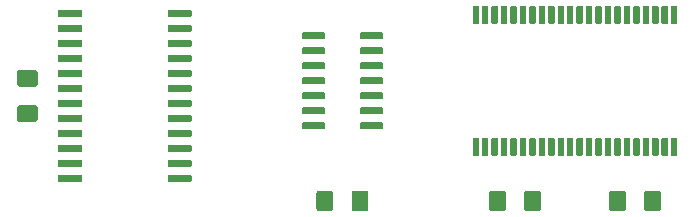
<source format=gtp>
G04 #@! TF.GenerationSoftware,KiCad,Pcbnew,(5.1.2-1)-1*
G04 #@! TF.CreationDate,2019-05-18T22:44:22+01:00*
G04 #@! TF.ProjectId,SRAM Board,5352414d-2042-46f6-9172-642e6b696361,rev?*
G04 #@! TF.SameCoordinates,Original*
G04 #@! TF.FileFunction,Paste,Top*
G04 #@! TF.FilePolarity,Positive*
%FSLAX46Y46*%
G04 Gerber Fmt 4.6, Leading zero omitted, Abs format (unit mm)*
G04 Created by KiCad (PCBNEW (5.1.2-1)-1) date 2019-05-18 22:44:22*
%MOMM*%
%LPD*%
G04 APERTURE LIST*
%ADD10C,0.100000*%
%ADD11C,0.600000*%
%ADD12C,1.425000*%
%ADD13C,0.550000*%
G04 APERTURE END LIST*
D10*
G36*
X196039703Y-52405722D02*
G01*
X196054264Y-52407882D01*
X196068543Y-52411459D01*
X196082403Y-52416418D01*
X196095710Y-52422712D01*
X196108336Y-52430280D01*
X196120159Y-52439048D01*
X196131066Y-52448934D01*
X196140952Y-52459841D01*
X196149720Y-52471664D01*
X196157288Y-52484290D01*
X196163582Y-52497597D01*
X196168541Y-52511457D01*
X196172118Y-52525736D01*
X196174278Y-52540297D01*
X196175000Y-52555000D01*
X196175000Y-52855000D01*
X196174278Y-52869703D01*
X196172118Y-52884264D01*
X196168541Y-52898543D01*
X196163582Y-52912403D01*
X196157288Y-52925710D01*
X196149720Y-52938336D01*
X196140952Y-52950159D01*
X196131066Y-52961066D01*
X196120159Y-52970952D01*
X196108336Y-52979720D01*
X196095710Y-52987288D01*
X196082403Y-52993582D01*
X196068543Y-52998541D01*
X196054264Y-53002118D01*
X196039703Y-53004278D01*
X196025000Y-53005000D01*
X194275000Y-53005000D01*
X194260297Y-53004278D01*
X194245736Y-53002118D01*
X194231457Y-52998541D01*
X194217597Y-52993582D01*
X194204290Y-52987288D01*
X194191664Y-52979720D01*
X194179841Y-52970952D01*
X194168934Y-52961066D01*
X194159048Y-52950159D01*
X194150280Y-52938336D01*
X194142712Y-52925710D01*
X194136418Y-52912403D01*
X194131459Y-52898543D01*
X194127882Y-52884264D01*
X194125722Y-52869703D01*
X194125000Y-52855000D01*
X194125000Y-52555000D01*
X194125722Y-52540297D01*
X194127882Y-52525736D01*
X194131459Y-52511457D01*
X194136418Y-52497597D01*
X194142712Y-52484290D01*
X194150280Y-52471664D01*
X194159048Y-52459841D01*
X194168934Y-52448934D01*
X194179841Y-52439048D01*
X194191664Y-52430280D01*
X194204290Y-52422712D01*
X194217597Y-52416418D01*
X194231457Y-52411459D01*
X194245736Y-52407882D01*
X194260297Y-52405722D01*
X194275000Y-52405000D01*
X196025000Y-52405000D01*
X196039703Y-52405722D01*
X196039703Y-52405722D01*
G37*
D11*
X195150000Y-52705000D03*
D10*
G36*
X196039703Y-53675722D02*
G01*
X196054264Y-53677882D01*
X196068543Y-53681459D01*
X196082403Y-53686418D01*
X196095710Y-53692712D01*
X196108336Y-53700280D01*
X196120159Y-53709048D01*
X196131066Y-53718934D01*
X196140952Y-53729841D01*
X196149720Y-53741664D01*
X196157288Y-53754290D01*
X196163582Y-53767597D01*
X196168541Y-53781457D01*
X196172118Y-53795736D01*
X196174278Y-53810297D01*
X196175000Y-53825000D01*
X196175000Y-54125000D01*
X196174278Y-54139703D01*
X196172118Y-54154264D01*
X196168541Y-54168543D01*
X196163582Y-54182403D01*
X196157288Y-54195710D01*
X196149720Y-54208336D01*
X196140952Y-54220159D01*
X196131066Y-54231066D01*
X196120159Y-54240952D01*
X196108336Y-54249720D01*
X196095710Y-54257288D01*
X196082403Y-54263582D01*
X196068543Y-54268541D01*
X196054264Y-54272118D01*
X196039703Y-54274278D01*
X196025000Y-54275000D01*
X194275000Y-54275000D01*
X194260297Y-54274278D01*
X194245736Y-54272118D01*
X194231457Y-54268541D01*
X194217597Y-54263582D01*
X194204290Y-54257288D01*
X194191664Y-54249720D01*
X194179841Y-54240952D01*
X194168934Y-54231066D01*
X194159048Y-54220159D01*
X194150280Y-54208336D01*
X194142712Y-54195710D01*
X194136418Y-54182403D01*
X194131459Y-54168543D01*
X194127882Y-54154264D01*
X194125722Y-54139703D01*
X194125000Y-54125000D01*
X194125000Y-53825000D01*
X194125722Y-53810297D01*
X194127882Y-53795736D01*
X194131459Y-53781457D01*
X194136418Y-53767597D01*
X194142712Y-53754290D01*
X194150280Y-53741664D01*
X194159048Y-53729841D01*
X194168934Y-53718934D01*
X194179841Y-53709048D01*
X194191664Y-53700280D01*
X194204290Y-53692712D01*
X194217597Y-53686418D01*
X194231457Y-53681459D01*
X194245736Y-53677882D01*
X194260297Y-53675722D01*
X194275000Y-53675000D01*
X196025000Y-53675000D01*
X196039703Y-53675722D01*
X196039703Y-53675722D01*
G37*
D11*
X195150000Y-53975000D03*
D10*
G36*
X196039703Y-54945722D02*
G01*
X196054264Y-54947882D01*
X196068543Y-54951459D01*
X196082403Y-54956418D01*
X196095710Y-54962712D01*
X196108336Y-54970280D01*
X196120159Y-54979048D01*
X196131066Y-54988934D01*
X196140952Y-54999841D01*
X196149720Y-55011664D01*
X196157288Y-55024290D01*
X196163582Y-55037597D01*
X196168541Y-55051457D01*
X196172118Y-55065736D01*
X196174278Y-55080297D01*
X196175000Y-55095000D01*
X196175000Y-55395000D01*
X196174278Y-55409703D01*
X196172118Y-55424264D01*
X196168541Y-55438543D01*
X196163582Y-55452403D01*
X196157288Y-55465710D01*
X196149720Y-55478336D01*
X196140952Y-55490159D01*
X196131066Y-55501066D01*
X196120159Y-55510952D01*
X196108336Y-55519720D01*
X196095710Y-55527288D01*
X196082403Y-55533582D01*
X196068543Y-55538541D01*
X196054264Y-55542118D01*
X196039703Y-55544278D01*
X196025000Y-55545000D01*
X194275000Y-55545000D01*
X194260297Y-55544278D01*
X194245736Y-55542118D01*
X194231457Y-55538541D01*
X194217597Y-55533582D01*
X194204290Y-55527288D01*
X194191664Y-55519720D01*
X194179841Y-55510952D01*
X194168934Y-55501066D01*
X194159048Y-55490159D01*
X194150280Y-55478336D01*
X194142712Y-55465710D01*
X194136418Y-55452403D01*
X194131459Y-55438543D01*
X194127882Y-55424264D01*
X194125722Y-55409703D01*
X194125000Y-55395000D01*
X194125000Y-55095000D01*
X194125722Y-55080297D01*
X194127882Y-55065736D01*
X194131459Y-55051457D01*
X194136418Y-55037597D01*
X194142712Y-55024290D01*
X194150280Y-55011664D01*
X194159048Y-54999841D01*
X194168934Y-54988934D01*
X194179841Y-54979048D01*
X194191664Y-54970280D01*
X194204290Y-54962712D01*
X194217597Y-54956418D01*
X194231457Y-54951459D01*
X194245736Y-54947882D01*
X194260297Y-54945722D01*
X194275000Y-54945000D01*
X196025000Y-54945000D01*
X196039703Y-54945722D01*
X196039703Y-54945722D01*
G37*
D11*
X195150000Y-55245000D03*
D10*
G36*
X196039703Y-56215722D02*
G01*
X196054264Y-56217882D01*
X196068543Y-56221459D01*
X196082403Y-56226418D01*
X196095710Y-56232712D01*
X196108336Y-56240280D01*
X196120159Y-56249048D01*
X196131066Y-56258934D01*
X196140952Y-56269841D01*
X196149720Y-56281664D01*
X196157288Y-56294290D01*
X196163582Y-56307597D01*
X196168541Y-56321457D01*
X196172118Y-56335736D01*
X196174278Y-56350297D01*
X196175000Y-56365000D01*
X196175000Y-56665000D01*
X196174278Y-56679703D01*
X196172118Y-56694264D01*
X196168541Y-56708543D01*
X196163582Y-56722403D01*
X196157288Y-56735710D01*
X196149720Y-56748336D01*
X196140952Y-56760159D01*
X196131066Y-56771066D01*
X196120159Y-56780952D01*
X196108336Y-56789720D01*
X196095710Y-56797288D01*
X196082403Y-56803582D01*
X196068543Y-56808541D01*
X196054264Y-56812118D01*
X196039703Y-56814278D01*
X196025000Y-56815000D01*
X194275000Y-56815000D01*
X194260297Y-56814278D01*
X194245736Y-56812118D01*
X194231457Y-56808541D01*
X194217597Y-56803582D01*
X194204290Y-56797288D01*
X194191664Y-56789720D01*
X194179841Y-56780952D01*
X194168934Y-56771066D01*
X194159048Y-56760159D01*
X194150280Y-56748336D01*
X194142712Y-56735710D01*
X194136418Y-56722403D01*
X194131459Y-56708543D01*
X194127882Y-56694264D01*
X194125722Y-56679703D01*
X194125000Y-56665000D01*
X194125000Y-56365000D01*
X194125722Y-56350297D01*
X194127882Y-56335736D01*
X194131459Y-56321457D01*
X194136418Y-56307597D01*
X194142712Y-56294290D01*
X194150280Y-56281664D01*
X194159048Y-56269841D01*
X194168934Y-56258934D01*
X194179841Y-56249048D01*
X194191664Y-56240280D01*
X194204290Y-56232712D01*
X194217597Y-56226418D01*
X194231457Y-56221459D01*
X194245736Y-56217882D01*
X194260297Y-56215722D01*
X194275000Y-56215000D01*
X196025000Y-56215000D01*
X196039703Y-56215722D01*
X196039703Y-56215722D01*
G37*
D11*
X195150000Y-56515000D03*
D10*
G36*
X196039703Y-57485722D02*
G01*
X196054264Y-57487882D01*
X196068543Y-57491459D01*
X196082403Y-57496418D01*
X196095710Y-57502712D01*
X196108336Y-57510280D01*
X196120159Y-57519048D01*
X196131066Y-57528934D01*
X196140952Y-57539841D01*
X196149720Y-57551664D01*
X196157288Y-57564290D01*
X196163582Y-57577597D01*
X196168541Y-57591457D01*
X196172118Y-57605736D01*
X196174278Y-57620297D01*
X196175000Y-57635000D01*
X196175000Y-57935000D01*
X196174278Y-57949703D01*
X196172118Y-57964264D01*
X196168541Y-57978543D01*
X196163582Y-57992403D01*
X196157288Y-58005710D01*
X196149720Y-58018336D01*
X196140952Y-58030159D01*
X196131066Y-58041066D01*
X196120159Y-58050952D01*
X196108336Y-58059720D01*
X196095710Y-58067288D01*
X196082403Y-58073582D01*
X196068543Y-58078541D01*
X196054264Y-58082118D01*
X196039703Y-58084278D01*
X196025000Y-58085000D01*
X194275000Y-58085000D01*
X194260297Y-58084278D01*
X194245736Y-58082118D01*
X194231457Y-58078541D01*
X194217597Y-58073582D01*
X194204290Y-58067288D01*
X194191664Y-58059720D01*
X194179841Y-58050952D01*
X194168934Y-58041066D01*
X194159048Y-58030159D01*
X194150280Y-58018336D01*
X194142712Y-58005710D01*
X194136418Y-57992403D01*
X194131459Y-57978543D01*
X194127882Y-57964264D01*
X194125722Y-57949703D01*
X194125000Y-57935000D01*
X194125000Y-57635000D01*
X194125722Y-57620297D01*
X194127882Y-57605736D01*
X194131459Y-57591457D01*
X194136418Y-57577597D01*
X194142712Y-57564290D01*
X194150280Y-57551664D01*
X194159048Y-57539841D01*
X194168934Y-57528934D01*
X194179841Y-57519048D01*
X194191664Y-57510280D01*
X194204290Y-57502712D01*
X194217597Y-57496418D01*
X194231457Y-57491459D01*
X194245736Y-57487882D01*
X194260297Y-57485722D01*
X194275000Y-57485000D01*
X196025000Y-57485000D01*
X196039703Y-57485722D01*
X196039703Y-57485722D01*
G37*
D11*
X195150000Y-57785000D03*
D10*
G36*
X196039703Y-58755722D02*
G01*
X196054264Y-58757882D01*
X196068543Y-58761459D01*
X196082403Y-58766418D01*
X196095710Y-58772712D01*
X196108336Y-58780280D01*
X196120159Y-58789048D01*
X196131066Y-58798934D01*
X196140952Y-58809841D01*
X196149720Y-58821664D01*
X196157288Y-58834290D01*
X196163582Y-58847597D01*
X196168541Y-58861457D01*
X196172118Y-58875736D01*
X196174278Y-58890297D01*
X196175000Y-58905000D01*
X196175000Y-59205000D01*
X196174278Y-59219703D01*
X196172118Y-59234264D01*
X196168541Y-59248543D01*
X196163582Y-59262403D01*
X196157288Y-59275710D01*
X196149720Y-59288336D01*
X196140952Y-59300159D01*
X196131066Y-59311066D01*
X196120159Y-59320952D01*
X196108336Y-59329720D01*
X196095710Y-59337288D01*
X196082403Y-59343582D01*
X196068543Y-59348541D01*
X196054264Y-59352118D01*
X196039703Y-59354278D01*
X196025000Y-59355000D01*
X194275000Y-59355000D01*
X194260297Y-59354278D01*
X194245736Y-59352118D01*
X194231457Y-59348541D01*
X194217597Y-59343582D01*
X194204290Y-59337288D01*
X194191664Y-59329720D01*
X194179841Y-59320952D01*
X194168934Y-59311066D01*
X194159048Y-59300159D01*
X194150280Y-59288336D01*
X194142712Y-59275710D01*
X194136418Y-59262403D01*
X194131459Y-59248543D01*
X194127882Y-59234264D01*
X194125722Y-59219703D01*
X194125000Y-59205000D01*
X194125000Y-58905000D01*
X194125722Y-58890297D01*
X194127882Y-58875736D01*
X194131459Y-58861457D01*
X194136418Y-58847597D01*
X194142712Y-58834290D01*
X194150280Y-58821664D01*
X194159048Y-58809841D01*
X194168934Y-58798934D01*
X194179841Y-58789048D01*
X194191664Y-58780280D01*
X194204290Y-58772712D01*
X194217597Y-58766418D01*
X194231457Y-58761459D01*
X194245736Y-58757882D01*
X194260297Y-58755722D01*
X194275000Y-58755000D01*
X196025000Y-58755000D01*
X196039703Y-58755722D01*
X196039703Y-58755722D01*
G37*
D11*
X195150000Y-59055000D03*
D10*
G36*
X196039703Y-60025722D02*
G01*
X196054264Y-60027882D01*
X196068543Y-60031459D01*
X196082403Y-60036418D01*
X196095710Y-60042712D01*
X196108336Y-60050280D01*
X196120159Y-60059048D01*
X196131066Y-60068934D01*
X196140952Y-60079841D01*
X196149720Y-60091664D01*
X196157288Y-60104290D01*
X196163582Y-60117597D01*
X196168541Y-60131457D01*
X196172118Y-60145736D01*
X196174278Y-60160297D01*
X196175000Y-60175000D01*
X196175000Y-60475000D01*
X196174278Y-60489703D01*
X196172118Y-60504264D01*
X196168541Y-60518543D01*
X196163582Y-60532403D01*
X196157288Y-60545710D01*
X196149720Y-60558336D01*
X196140952Y-60570159D01*
X196131066Y-60581066D01*
X196120159Y-60590952D01*
X196108336Y-60599720D01*
X196095710Y-60607288D01*
X196082403Y-60613582D01*
X196068543Y-60618541D01*
X196054264Y-60622118D01*
X196039703Y-60624278D01*
X196025000Y-60625000D01*
X194275000Y-60625000D01*
X194260297Y-60624278D01*
X194245736Y-60622118D01*
X194231457Y-60618541D01*
X194217597Y-60613582D01*
X194204290Y-60607288D01*
X194191664Y-60599720D01*
X194179841Y-60590952D01*
X194168934Y-60581066D01*
X194159048Y-60570159D01*
X194150280Y-60558336D01*
X194142712Y-60545710D01*
X194136418Y-60532403D01*
X194131459Y-60518543D01*
X194127882Y-60504264D01*
X194125722Y-60489703D01*
X194125000Y-60475000D01*
X194125000Y-60175000D01*
X194125722Y-60160297D01*
X194127882Y-60145736D01*
X194131459Y-60131457D01*
X194136418Y-60117597D01*
X194142712Y-60104290D01*
X194150280Y-60091664D01*
X194159048Y-60079841D01*
X194168934Y-60068934D01*
X194179841Y-60059048D01*
X194191664Y-60050280D01*
X194204290Y-60042712D01*
X194217597Y-60036418D01*
X194231457Y-60031459D01*
X194245736Y-60027882D01*
X194260297Y-60025722D01*
X194275000Y-60025000D01*
X196025000Y-60025000D01*
X196039703Y-60025722D01*
X196039703Y-60025722D01*
G37*
D11*
X195150000Y-60325000D03*
D10*
G36*
X196039703Y-61295722D02*
G01*
X196054264Y-61297882D01*
X196068543Y-61301459D01*
X196082403Y-61306418D01*
X196095710Y-61312712D01*
X196108336Y-61320280D01*
X196120159Y-61329048D01*
X196131066Y-61338934D01*
X196140952Y-61349841D01*
X196149720Y-61361664D01*
X196157288Y-61374290D01*
X196163582Y-61387597D01*
X196168541Y-61401457D01*
X196172118Y-61415736D01*
X196174278Y-61430297D01*
X196175000Y-61445000D01*
X196175000Y-61745000D01*
X196174278Y-61759703D01*
X196172118Y-61774264D01*
X196168541Y-61788543D01*
X196163582Y-61802403D01*
X196157288Y-61815710D01*
X196149720Y-61828336D01*
X196140952Y-61840159D01*
X196131066Y-61851066D01*
X196120159Y-61860952D01*
X196108336Y-61869720D01*
X196095710Y-61877288D01*
X196082403Y-61883582D01*
X196068543Y-61888541D01*
X196054264Y-61892118D01*
X196039703Y-61894278D01*
X196025000Y-61895000D01*
X194275000Y-61895000D01*
X194260297Y-61894278D01*
X194245736Y-61892118D01*
X194231457Y-61888541D01*
X194217597Y-61883582D01*
X194204290Y-61877288D01*
X194191664Y-61869720D01*
X194179841Y-61860952D01*
X194168934Y-61851066D01*
X194159048Y-61840159D01*
X194150280Y-61828336D01*
X194142712Y-61815710D01*
X194136418Y-61802403D01*
X194131459Y-61788543D01*
X194127882Y-61774264D01*
X194125722Y-61759703D01*
X194125000Y-61745000D01*
X194125000Y-61445000D01*
X194125722Y-61430297D01*
X194127882Y-61415736D01*
X194131459Y-61401457D01*
X194136418Y-61387597D01*
X194142712Y-61374290D01*
X194150280Y-61361664D01*
X194159048Y-61349841D01*
X194168934Y-61338934D01*
X194179841Y-61329048D01*
X194191664Y-61320280D01*
X194204290Y-61312712D01*
X194217597Y-61306418D01*
X194231457Y-61301459D01*
X194245736Y-61297882D01*
X194260297Y-61295722D01*
X194275000Y-61295000D01*
X196025000Y-61295000D01*
X196039703Y-61295722D01*
X196039703Y-61295722D01*
G37*
D11*
X195150000Y-61595000D03*
D10*
G36*
X196039703Y-62565722D02*
G01*
X196054264Y-62567882D01*
X196068543Y-62571459D01*
X196082403Y-62576418D01*
X196095710Y-62582712D01*
X196108336Y-62590280D01*
X196120159Y-62599048D01*
X196131066Y-62608934D01*
X196140952Y-62619841D01*
X196149720Y-62631664D01*
X196157288Y-62644290D01*
X196163582Y-62657597D01*
X196168541Y-62671457D01*
X196172118Y-62685736D01*
X196174278Y-62700297D01*
X196175000Y-62715000D01*
X196175000Y-63015000D01*
X196174278Y-63029703D01*
X196172118Y-63044264D01*
X196168541Y-63058543D01*
X196163582Y-63072403D01*
X196157288Y-63085710D01*
X196149720Y-63098336D01*
X196140952Y-63110159D01*
X196131066Y-63121066D01*
X196120159Y-63130952D01*
X196108336Y-63139720D01*
X196095710Y-63147288D01*
X196082403Y-63153582D01*
X196068543Y-63158541D01*
X196054264Y-63162118D01*
X196039703Y-63164278D01*
X196025000Y-63165000D01*
X194275000Y-63165000D01*
X194260297Y-63164278D01*
X194245736Y-63162118D01*
X194231457Y-63158541D01*
X194217597Y-63153582D01*
X194204290Y-63147288D01*
X194191664Y-63139720D01*
X194179841Y-63130952D01*
X194168934Y-63121066D01*
X194159048Y-63110159D01*
X194150280Y-63098336D01*
X194142712Y-63085710D01*
X194136418Y-63072403D01*
X194131459Y-63058543D01*
X194127882Y-63044264D01*
X194125722Y-63029703D01*
X194125000Y-63015000D01*
X194125000Y-62715000D01*
X194125722Y-62700297D01*
X194127882Y-62685736D01*
X194131459Y-62671457D01*
X194136418Y-62657597D01*
X194142712Y-62644290D01*
X194150280Y-62631664D01*
X194159048Y-62619841D01*
X194168934Y-62608934D01*
X194179841Y-62599048D01*
X194191664Y-62590280D01*
X194204290Y-62582712D01*
X194217597Y-62576418D01*
X194231457Y-62571459D01*
X194245736Y-62567882D01*
X194260297Y-62565722D01*
X194275000Y-62565000D01*
X196025000Y-62565000D01*
X196039703Y-62565722D01*
X196039703Y-62565722D01*
G37*
D11*
X195150000Y-62865000D03*
D10*
G36*
X196039703Y-63835722D02*
G01*
X196054264Y-63837882D01*
X196068543Y-63841459D01*
X196082403Y-63846418D01*
X196095710Y-63852712D01*
X196108336Y-63860280D01*
X196120159Y-63869048D01*
X196131066Y-63878934D01*
X196140952Y-63889841D01*
X196149720Y-63901664D01*
X196157288Y-63914290D01*
X196163582Y-63927597D01*
X196168541Y-63941457D01*
X196172118Y-63955736D01*
X196174278Y-63970297D01*
X196175000Y-63985000D01*
X196175000Y-64285000D01*
X196174278Y-64299703D01*
X196172118Y-64314264D01*
X196168541Y-64328543D01*
X196163582Y-64342403D01*
X196157288Y-64355710D01*
X196149720Y-64368336D01*
X196140952Y-64380159D01*
X196131066Y-64391066D01*
X196120159Y-64400952D01*
X196108336Y-64409720D01*
X196095710Y-64417288D01*
X196082403Y-64423582D01*
X196068543Y-64428541D01*
X196054264Y-64432118D01*
X196039703Y-64434278D01*
X196025000Y-64435000D01*
X194275000Y-64435000D01*
X194260297Y-64434278D01*
X194245736Y-64432118D01*
X194231457Y-64428541D01*
X194217597Y-64423582D01*
X194204290Y-64417288D01*
X194191664Y-64409720D01*
X194179841Y-64400952D01*
X194168934Y-64391066D01*
X194159048Y-64380159D01*
X194150280Y-64368336D01*
X194142712Y-64355710D01*
X194136418Y-64342403D01*
X194131459Y-64328543D01*
X194127882Y-64314264D01*
X194125722Y-64299703D01*
X194125000Y-64285000D01*
X194125000Y-63985000D01*
X194125722Y-63970297D01*
X194127882Y-63955736D01*
X194131459Y-63941457D01*
X194136418Y-63927597D01*
X194142712Y-63914290D01*
X194150280Y-63901664D01*
X194159048Y-63889841D01*
X194168934Y-63878934D01*
X194179841Y-63869048D01*
X194191664Y-63860280D01*
X194204290Y-63852712D01*
X194217597Y-63846418D01*
X194231457Y-63841459D01*
X194245736Y-63837882D01*
X194260297Y-63835722D01*
X194275000Y-63835000D01*
X196025000Y-63835000D01*
X196039703Y-63835722D01*
X196039703Y-63835722D01*
G37*
D11*
X195150000Y-64135000D03*
D10*
G36*
X196039703Y-65105722D02*
G01*
X196054264Y-65107882D01*
X196068543Y-65111459D01*
X196082403Y-65116418D01*
X196095710Y-65122712D01*
X196108336Y-65130280D01*
X196120159Y-65139048D01*
X196131066Y-65148934D01*
X196140952Y-65159841D01*
X196149720Y-65171664D01*
X196157288Y-65184290D01*
X196163582Y-65197597D01*
X196168541Y-65211457D01*
X196172118Y-65225736D01*
X196174278Y-65240297D01*
X196175000Y-65255000D01*
X196175000Y-65555000D01*
X196174278Y-65569703D01*
X196172118Y-65584264D01*
X196168541Y-65598543D01*
X196163582Y-65612403D01*
X196157288Y-65625710D01*
X196149720Y-65638336D01*
X196140952Y-65650159D01*
X196131066Y-65661066D01*
X196120159Y-65670952D01*
X196108336Y-65679720D01*
X196095710Y-65687288D01*
X196082403Y-65693582D01*
X196068543Y-65698541D01*
X196054264Y-65702118D01*
X196039703Y-65704278D01*
X196025000Y-65705000D01*
X194275000Y-65705000D01*
X194260297Y-65704278D01*
X194245736Y-65702118D01*
X194231457Y-65698541D01*
X194217597Y-65693582D01*
X194204290Y-65687288D01*
X194191664Y-65679720D01*
X194179841Y-65670952D01*
X194168934Y-65661066D01*
X194159048Y-65650159D01*
X194150280Y-65638336D01*
X194142712Y-65625710D01*
X194136418Y-65612403D01*
X194131459Y-65598543D01*
X194127882Y-65584264D01*
X194125722Y-65569703D01*
X194125000Y-65555000D01*
X194125000Y-65255000D01*
X194125722Y-65240297D01*
X194127882Y-65225736D01*
X194131459Y-65211457D01*
X194136418Y-65197597D01*
X194142712Y-65184290D01*
X194150280Y-65171664D01*
X194159048Y-65159841D01*
X194168934Y-65148934D01*
X194179841Y-65139048D01*
X194191664Y-65130280D01*
X194204290Y-65122712D01*
X194217597Y-65116418D01*
X194231457Y-65111459D01*
X194245736Y-65107882D01*
X194260297Y-65105722D01*
X194275000Y-65105000D01*
X196025000Y-65105000D01*
X196039703Y-65105722D01*
X196039703Y-65105722D01*
G37*
D11*
X195150000Y-65405000D03*
D10*
G36*
X196039703Y-66375722D02*
G01*
X196054264Y-66377882D01*
X196068543Y-66381459D01*
X196082403Y-66386418D01*
X196095710Y-66392712D01*
X196108336Y-66400280D01*
X196120159Y-66409048D01*
X196131066Y-66418934D01*
X196140952Y-66429841D01*
X196149720Y-66441664D01*
X196157288Y-66454290D01*
X196163582Y-66467597D01*
X196168541Y-66481457D01*
X196172118Y-66495736D01*
X196174278Y-66510297D01*
X196175000Y-66525000D01*
X196175000Y-66825000D01*
X196174278Y-66839703D01*
X196172118Y-66854264D01*
X196168541Y-66868543D01*
X196163582Y-66882403D01*
X196157288Y-66895710D01*
X196149720Y-66908336D01*
X196140952Y-66920159D01*
X196131066Y-66931066D01*
X196120159Y-66940952D01*
X196108336Y-66949720D01*
X196095710Y-66957288D01*
X196082403Y-66963582D01*
X196068543Y-66968541D01*
X196054264Y-66972118D01*
X196039703Y-66974278D01*
X196025000Y-66975000D01*
X194275000Y-66975000D01*
X194260297Y-66974278D01*
X194245736Y-66972118D01*
X194231457Y-66968541D01*
X194217597Y-66963582D01*
X194204290Y-66957288D01*
X194191664Y-66949720D01*
X194179841Y-66940952D01*
X194168934Y-66931066D01*
X194159048Y-66920159D01*
X194150280Y-66908336D01*
X194142712Y-66895710D01*
X194136418Y-66882403D01*
X194131459Y-66868543D01*
X194127882Y-66854264D01*
X194125722Y-66839703D01*
X194125000Y-66825000D01*
X194125000Y-66525000D01*
X194125722Y-66510297D01*
X194127882Y-66495736D01*
X194131459Y-66481457D01*
X194136418Y-66467597D01*
X194142712Y-66454290D01*
X194150280Y-66441664D01*
X194159048Y-66429841D01*
X194168934Y-66418934D01*
X194179841Y-66409048D01*
X194191664Y-66400280D01*
X194204290Y-66392712D01*
X194217597Y-66386418D01*
X194231457Y-66381459D01*
X194245736Y-66377882D01*
X194260297Y-66375722D01*
X194275000Y-66375000D01*
X196025000Y-66375000D01*
X196039703Y-66375722D01*
X196039703Y-66375722D01*
G37*
D11*
X195150000Y-66675000D03*
D10*
G36*
X186739703Y-66375722D02*
G01*
X186754264Y-66377882D01*
X186768543Y-66381459D01*
X186782403Y-66386418D01*
X186795710Y-66392712D01*
X186808336Y-66400280D01*
X186820159Y-66409048D01*
X186831066Y-66418934D01*
X186840952Y-66429841D01*
X186849720Y-66441664D01*
X186857288Y-66454290D01*
X186863582Y-66467597D01*
X186868541Y-66481457D01*
X186872118Y-66495736D01*
X186874278Y-66510297D01*
X186875000Y-66525000D01*
X186875000Y-66825000D01*
X186874278Y-66839703D01*
X186872118Y-66854264D01*
X186868541Y-66868543D01*
X186863582Y-66882403D01*
X186857288Y-66895710D01*
X186849720Y-66908336D01*
X186840952Y-66920159D01*
X186831066Y-66931066D01*
X186820159Y-66940952D01*
X186808336Y-66949720D01*
X186795710Y-66957288D01*
X186782403Y-66963582D01*
X186768543Y-66968541D01*
X186754264Y-66972118D01*
X186739703Y-66974278D01*
X186725000Y-66975000D01*
X184975000Y-66975000D01*
X184960297Y-66974278D01*
X184945736Y-66972118D01*
X184931457Y-66968541D01*
X184917597Y-66963582D01*
X184904290Y-66957288D01*
X184891664Y-66949720D01*
X184879841Y-66940952D01*
X184868934Y-66931066D01*
X184859048Y-66920159D01*
X184850280Y-66908336D01*
X184842712Y-66895710D01*
X184836418Y-66882403D01*
X184831459Y-66868543D01*
X184827882Y-66854264D01*
X184825722Y-66839703D01*
X184825000Y-66825000D01*
X184825000Y-66525000D01*
X184825722Y-66510297D01*
X184827882Y-66495736D01*
X184831459Y-66481457D01*
X184836418Y-66467597D01*
X184842712Y-66454290D01*
X184850280Y-66441664D01*
X184859048Y-66429841D01*
X184868934Y-66418934D01*
X184879841Y-66409048D01*
X184891664Y-66400280D01*
X184904290Y-66392712D01*
X184917597Y-66386418D01*
X184931457Y-66381459D01*
X184945736Y-66377882D01*
X184960297Y-66375722D01*
X184975000Y-66375000D01*
X186725000Y-66375000D01*
X186739703Y-66375722D01*
X186739703Y-66375722D01*
G37*
D11*
X185850000Y-66675000D03*
D10*
G36*
X186739703Y-65105722D02*
G01*
X186754264Y-65107882D01*
X186768543Y-65111459D01*
X186782403Y-65116418D01*
X186795710Y-65122712D01*
X186808336Y-65130280D01*
X186820159Y-65139048D01*
X186831066Y-65148934D01*
X186840952Y-65159841D01*
X186849720Y-65171664D01*
X186857288Y-65184290D01*
X186863582Y-65197597D01*
X186868541Y-65211457D01*
X186872118Y-65225736D01*
X186874278Y-65240297D01*
X186875000Y-65255000D01*
X186875000Y-65555000D01*
X186874278Y-65569703D01*
X186872118Y-65584264D01*
X186868541Y-65598543D01*
X186863582Y-65612403D01*
X186857288Y-65625710D01*
X186849720Y-65638336D01*
X186840952Y-65650159D01*
X186831066Y-65661066D01*
X186820159Y-65670952D01*
X186808336Y-65679720D01*
X186795710Y-65687288D01*
X186782403Y-65693582D01*
X186768543Y-65698541D01*
X186754264Y-65702118D01*
X186739703Y-65704278D01*
X186725000Y-65705000D01*
X184975000Y-65705000D01*
X184960297Y-65704278D01*
X184945736Y-65702118D01*
X184931457Y-65698541D01*
X184917597Y-65693582D01*
X184904290Y-65687288D01*
X184891664Y-65679720D01*
X184879841Y-65670952D01*
X184868934Y-65661066D01*
X184859048Y-65650159D01*
X184850280Y-65638336D01*
X184842712Y-65625710D01*
X184836418Y-65612403D01*
X184831459Y-65598543D01*
X184827882Y-65584264D01*
X184825722Y-65569703D01*
X184825000Y-65555000D01*
X184825000Y-65255000D01*
X184825722Y-65240297D01*
X184827882Y-65225736D01*
X184831459Y-65211457D01*
X184836418Y-65197597D01*
X184842712Y-65184290D01*
X184850280Y-65171664D01*
X184859048Y-65159841D01*
X184868934Y-65148934D01*
X184879841Y-65139048D01*
X184891664Y-65130280D01*
X184904290Y-65122712D01*
X184917597Y-65116418D01*
X184931457Y-65111459D01*
X184945736Y-65107882D01*
X184960297Y-65105722D01*
X184975000Y-65105000D01*
X186725000Y-65105000D01*
X186739703Y-65105722D01*
X186739703Y-65105722D01*
G37*
D11*
X185850000Y-65405000D03*
D10*
G36*
X186739703Y-63835722D02*
G01*
X186754264Y-63837882D01*
X186768543Y-63841459D01*
X186782403Y-63846418D01*
X186795710Y-63852712D01*
X186808336Y-63860280D01*
X186820159Y-63869048D01*
X186831066Y-63878934D01*
X186840952Y-63889841D01*
X186849720Y-63901664D01*
X186857288Y-63914290D01*
X186863582Y-63927597D01*
X186868541Y-63941457D01*
X186872118Y-63955736D01*
X186874278Y-63970297D01*
X186875000Y-63985000D01*
X186875000Y-64285000D01*
X186874278Y-64299703D01*
X186872118Y-64314264D01*
X186868541Y-64328543D01*
X186863582Y-64342403D01*
X186857288Y-64355710D01*
X186849720Y-64368336D01*
X186840952Y-64380159D01*
X186831066Y-64391066D01*
X186820159Y-64400952D01*
X186808336Y-64409720D01*
X186795710Y-64417288D01*
X186782403Y-64423582D01*
X186768543Y-64428541D01*
X186754264Y-64432118D01*
X186739703Y-64434278D01*
X186725000Y-64435000D01*
X184975000Y-64435000D01*
X184960297Y-64434278D01*
X184945736Y-64432118D01*
X184931457Y-64428541D01*
X184917597Y-64423582D01*
X184904290Y-64417288D01*
X184891664Y-64409720D01*
X184879841Y-64400952D01*
X184868934Y-64391066D01*
X184859048Y-64380159D01*
X184850280Y-64368336D01*
X184842712Y-64355710D01*
X184836418Y-64342403D01*
X184831459Y-64328543D01*
X184827882Y-64314264D01*
X184825722Y-64299703D01*
X184825000Y-64285000D01*
X184825000Y-63985000D01*
X184825722Y-63970297D01*
X184827882Y-63955736D01*
X184831459Y-63941457D01*
X184836418Y-63927597D01*
X184842712Y-63914290D01*
X184850280Y-63901664D01*
X184859048Y-63889841D01*
X184868934Y-63878934D01*
X184879841Y-63869048D01*
X184891664Y-63860280D01*
X184904290Y-63852712D01*
X184917597Y-63846418D01*
X184931457Y-63841459D01*
X184945736Y-63837882D01*
X184960297Y-63835722D01*
X184975000Y-63835000D01*
X186725000Y-63835000D01*
X186739703Y-63835722D01*
X186739703Y-63835722D01*
G37*
D11*
X185850000Y-64135000D03*
D10*
G36*
X186739703Y-62565722D02*
G01*
X186754264Y-62567882D01*
X186768543Y-62571459D01*
X186782403Y-62576418D01*
X186795710Y-62582712D01*
X186808336Y-62590280D01*
X186820159Y-62599048D01*
X186831066Y-62608934D01*
X186840952Y-62619841D01*
X186849720Y-62631664D01*
X186857288Y-62644290D01*
X186863582Y-62657597D01*
X186868541Y-62671457D01*
X186872118Y-62685736D01*
X186874278Y-62700297D01*
X186875000Y-62715000D01*
X186875000Y-63015000D01*
X186874278Y-63029703D01*
X186872118Y-63044264D01*
X186868541Y-63058543D01*
X186863582Y-63072403D01*
X186857288Y-63085710D01*
X186849720Y-63098336D01*
X186840952Y-63110159D01*
X186831066Y-63121066D01*
X186820159Y-63130952D01*
X186808336Y-63139720D01*
X186795710Y-63147288D01*
X186782403Y-63153582D01*
X186768543Y-63158541D01*
X186754264Y-63162118D01*
X186739703Y-63164278D01*
X186725000Y-63165000D01*
X184975000Y-63165000D01*
X184960297Y-63164278D01*
X184945736Y-63162118D01*
X184931457Y-63158541D01*
X184917597Y-63153582D01*
X184904290Y-63147288D01*
X184891664Y-63139720D01*
X184879841Y-63130952D01*
X184868934Y-63121066D01*
X184859048Y-63110159D01*
X184850280Y-63098336D01*
X184842712Y-63085710D01*
X184836418Y-63072403D01*
X184831459Y-63058543D01*
X184827882Y-63044264D01*
X184825722Y-63029703D01*
X184825000Y-63015000D01*
X184825000Y-62715000D01*
X184825722Y-62700297D01*
X184827882Y-62685736D01*
X184831459Y-62671457D01*
X184836418Y-62657597D01*
X184842712Y-62644290D01*
X184850280Y-62631664D01*
X184859048Y-62619841D01*
X184868934Y-62608934D01*
X184879841Y-62599048D01*
X184891664Y-62590280D01*
X184904290Y-62582712D01*
X184917597Y-62576418D01*
X184931457Y-62571459D01*
X184945736Y-62567882D01*
X184960297Y-62565722D01*
X184975000Y-62565000D01*
X186725000Y-62565000D01*
X186739703Y-62565722D01*
X186739703Y-62565722D01*
G37*
D11*
X185850000Y-62865000D03*
D10*
G36*
X186739703Y-61295722D02*
G01*
X186754264Y-61297882D01*
X186768543Y-61301459D01*
X186782403Y-61306418D01*
X186795710Y-61312712D01*
X186808336Y-61320280D01*
X186820159Y-61329048D01*
X186831066Y-61338934D01*
X186840952Y-61349841D01*
X186849720Y-61361664D01*
X186857288Y-61374290D01*
X186863582Y-61387597D01*
X186868541Y-61401457D01*
X186872118Y-61415736D01*
X186874278Y-61430297D01*
X186875000Y-61445000D01*
X186875000Y-61745000D01*
X186874278Y-61759703D01*
X186872118Y-61774264D01*
X186868541Y-61788543D01*
X186863582Y-61802403D01*
X186857288Y-61815710D01*
X186849720Y-61828336D01*
X186840952Y-61840159D01*
X186831066Y-61851066D01*
X186820159Y-61860952D01*
X186808336Y-61869720D01*
X186795710Y-61877288D01*
X186782403Y-61883582D01*
X186768543Y-61888541D01*
X186754264Y-61892118D01*
X186739703Y-61894278D01*
X186725000Y-61895000D01*
X184975000Y-61895000D01*
X184960297Y-61894278D01*
X184945736Y-61892118D01*
X184931457Y-61888541D01*
X184917597Y-61883582D01*
X184904290Y-61877288D01*
X184891664Y-61869720D01*
X184879841Y-61860952D01*
X184868934Y-61851066D01*
X184859048Y-61840159D01*
X184850280Y-61828336D01*
X184842712Y-61815710D01*
X184836418Y-61802403D01*
X184831459Y-61788543D01*
X184827882Y-61774264D01*
X184825722Y-61759703D01*
X184825000Y-61745000D01*
X184825000Y-61445000D01*
X184825722Y-61430297D01*
X184827882Y-61415736D01*
X184831459Y-61401457D01*
X184836418Y-61387597D01*
X184842712Y-61374290D01*
X184850280Y-61361664D01*
X184859048Y-61349841D01*
X184868934Y-61338934D01*
X184879841Y-61329048D01*
X184891664Y-61320280D01*
X184904290Y-61312712D01*
X184917597Y-61306418D01*
X184931457Y-61301459D01*
X184945736Y-61297882D01*
X184960297Y-61295722D01*
X184975000Y-61295000D01*
X186725000Y-61295000D01*
X186739703Y-61295722D01*
X186739703Y-61295722D01*
G37*
D11*
X185850000Y-61595000D03*
D10*
G36*
X186739703Y-60025722D02*
G01*
X186754264Y-60027882D01*
X186768543Y-60031459D01*
X186782403Y-60036418D01*
X186795710Y-60042712D01*
X186808336Y-60050280D01*
X186820159Y-60059048D01*
X186831066Y-60068934D01*
X186840952Y-60079841D01*
X186849720Y-60091664D01*
X186857288Y-60104290D01*
X186863582Y-60117597D01*
X186868541Y-60131457D01*
X186872118Y-60145736D01*
X186874278Y-60160297D01*
X186875000Y-60175000D01*
X186875000Y-60475000D01*
X186874278Y-60489703D01*
X186872118Y-60504264D01*
X186868541Y-60518543D01*
X186863582Y-60532403D01*
X186857288Y-60545710D01*
X186849720Y-60558336D01*
X186840952Y-60570159D01*
X186831066Y-60581066D01*
X186820159Y-60590952D01*
X186808336Y-60599720D01*
X186795710Y-60607288D01*
X186782403Y-60613582D01*
X186768543Y-60618541D01*
X186754264Y-60622118D01*
X186739703Y-60624278D01*
X186725000Y-60625000D01*
X184975000Y-60625000D01*
X184960297Y-60624278D01*
X184945736Y-60622118D01*
X184931457Y-60618541D01*
X184917597Y-60613582D01*
X184904290Y-60607288D01*
X184891664Y-60599720D01*
X184879841Y-60590952D01*
X184868934Y-60581066D01*
X184859048Y-60570159D01*
X184850280Y-60558336D01*
X184842712Y-60545710D01*
X184836418Y-60532403D01*
X184831459Y-60518543D01*
X184827882Y-60504264D01*
X184825722Y-60489703D01*
X184825000Y-60475000D01*
X184825000Y-60175000D01*
X184825722Y-60160297D01*
X184827882Y-60145736D01*
X184831459Y-60131457D01*
X184836418Y-60117597D01*
X184842712Y-60104290D01*
X184850280Y-60091664D01*
X184859048Y-60079841D01*
X184868934Y-60068934D01*
X184879841Y-60059048D01*
X184891664Y-60050280D01*
X184904290Y-60042712D01*
X184917597Y-60036418D01*
X184931457Y-60031459D01*
X184945736Y-60027882D01*
X184960297Y-60025722D01*
X184975000Y-60025000D01*
X186725000Y-60025000D01*
X186739703Y-60025722D01*
X186739703Y-60025722D01*
G37*
D11*
X185850000Y-60325000D03*
D10*
G36*
X186739703Y-58755722D02*
G01*
X186754264Y-58757882D01*
X186768543Y-58761459D01*
X186782403Y-58766418D01*
X186795710Y-58772712D01*
X186808336Y-58780280D01*
X186820159Y-58789048D01*
X186831066Y-58798934D01*
X186840952Y-58809841D01*
X186849720Y-58821664D01*
X186857288Y-58834290D01*
X186863582Y-58847597D01*
X186868541Y-58861457D01*
X186872118Y-58875736D01*
X186874278Y-58890297D01*
X186875000Y-58905000D01*
X186875000Y-59205000D01*
X186874278Y-59219703D01*
X186872118Y-59234264D01*
X186868541Y-59248543D01*
X186863582Y-59262403D01*
X186857288Y-59275710D01*
X186849720Y-59288336D01*
X186840952Y-59300159D01*
X186831066Y-59311066D01*
X186820159Y-59320952D01*
X186808336Y-59329720D01*
X186795710Y-59337288D01*
X186782403Y-59343582D01*
X186768543Y-59348541D01*
X186754264Y-59352118D01*
X186739703Y-59354278D01*
X186725000Y-59355000D01*
X184975000Y-59355000D01*
X184960297Y-59354278D01*
X184945736Y-59352118D01*
X184931457Y-59348541D01*
X184917597Y-59343582D01*
X184904290Y-59337288D01*
X184891664Y-59329720D01*
X184879841Y-59320952D01*
X184868934Y-59311066D01*
X184859048Y-59300159D01*
X184850280Y-59288336D01*
X184842712Y-59275710D01*
X184836418Y-59262403D01*
X184831459Y-59248543D01*
X184827882Y-59234264D01*
X184825722Y-59219703D01*
X184825000Y-59205000D01*
X184825000Y-58905000D01*
X184825722Y-58890297D01*
X184827882Y-58875736D01*
X184831459Y-58861457D01*
X184836418Y-58847597D01*
X184842712Y-58834290D01*
X184850280Y-58821664D01*
X184859048Y-58809841D01*
X184868934Y-58798934D01*
X184879841Y-58789048D01*
X184891664Y-58780280D01*
X184904290Y-58772712D01*
X184917597Y-58766418D01*
X184931457Y-58761459D01*
X184945736Y-58757882D01*
X184960297Y-58755722D01*
X184975000Y-58755000D01*
X186725000Y-58755000D01*
X186739703Y-58755722D01*
X186739703Y-58755722D01*
G37*
D11*
X185850000Y-59055000D03*
D10*
G36*
X186739703Y-57485722D02*
G01*
X186754264Y-57487882D01*
X186768543Y-57491459D01*
X186782403Y-57496418D01*
X186795710Y-57502712D01*
X186808336Y-57510280D01*
X186820159Y-57519048D01*
X186831066Y-57528934D01*
X186840952Y-57539841D01*
X186849720Y-57551664D01*
X186857288Y-57564290D01*
X186863582Y-57577597D01*
X186868541Y-57591457D01*
X186872118Y-57605736D01*
X186874278Y-57620297D01*
X186875000Y-57635000D01*
X186875000Y-57935000D01*
X186874278Y-57949703D01*
X186872118Y-57964264D01*
X186868541Y-57978543D01*
X186863582Y-57992403D01*
X186857288Y-58005710D01*
X186849720Y-58018336D01*
X186840952Y-58030159D01*
X186831066Y-58041066D01*
X186820159Y-58050952D01*
X186808336Y-58059720D01*
X186795710Y-58067288D01*
X186782403Y-58073582D01*
X186768543Y-58078541D01*
X186754264Y-58082118D01*
X186739703Y-58084278D01*
X186725000Y-58085000D01*
X184975000Y-58085000D01*
X184960297Y-58084278D01*
X184945736Y-58082118D01*
X184931457Y-58078541D01*
X184917597Y-58073582D01*
X184904290Y-58067288D01*
X184891664Y-58059720D01*
X184879841Y-58050952D01*
X184868934Y-58041066D01*
X184859048Y-58030159D01*
X184850280Y-58018336D01*
X184842712Y-58005710D01*
X184836418Y-57992403D01*
X184831459Y-57978543D01*
X184827882Y-57964264D01*
X184825722Y-57949703D01*
X184825000Y-57935000D01*
X184825000Y-57635000D01*
X184825722Y-57620297D01*
X184827882Y-57605736D01*
X184831459Y-57591457D01*
X184836418Y-57577597D01*
X184842712Y-57564290D01*
X184850280Y-57551664D01*
X184859048Y-57539841D01*
X184868934Y-57528934D01*
X184879841Y-57519048D01*
X184891664Y-57510280D01*
X184904290Y-57502712D01*
X184917597Y-57496418D01*
X184931457Y-57491459D01*
X184945736Y-57487882D01*
X184960297Y-57485722D01*
X184975000Y-57485000D01*
X186725000Y-57485000D01*
X186739703Y-57485722D01*
X186739703Y-57485722D01*
G37*
D11*
X185850000Y-57785000D03*
D10*
G36*
X186739703Y-56215722D02*
G01*
X186754264Y-56217882D01*
X186768543Y-56221459D01*
X186782403Y-56226418D01*
X186795710Y-56232712D01*
X186808336Y-56240280D01*
X186820159Y-56249048D01*
X186831066Y-56258934D01*
X186840952Y-56269841D01*
X186849720Y-56281664D01*
X186857288Y-56294290D01*
X186863582Y-56307597D01*
X186868541Y-56321457D01*
X186872118Y-56335736D01*
X186874278Y-56350297D01*
X186875000Y-56365000D01*
X186875000Y-56665000D01*
X186874278Y-56679703D01*
X186872118Y-56694264D01*
X186868541Y-56708543D01*
X186863582Y-56722403D01*
X186857288Y-56735710D01*
X186849720Y-56748336D01*
X186840952Y-56760159D01*
X186831066Y-56771066D01*
X186820159Y-56780952D01*
X186808336Y-56789720D01*
X186795710Y-56797288D01*
X186782403Y-56803582D01*
X186768543Y-56808541D01*
X186754264Y-56812118D01*
X186739703Y-56814278D01*
X186725000Y-56815000D01*
X184975000Y-56815000D01*
X184960297Y-56814278D01*
X184945736Y-56812118D01*
X184931457Y-56808541D01*
X184917597Y-56803582D01*
X184904290Y-56797288D01*
X184891664Y-56789720D01*
X184879841Y-56780952D01*
X184868934Y-56771066D01*
X184859048Y-56760159D01*
X184850280Y-56748336D01*
X184842712Y-56735710D01*
X184836418Y-56722403D01*
X184831459Y-56708543D01*
X184827882Y-56694264D01*
X184825722Y-56679703D01*
X184825000Y-56665000D01*
X184825000Y-56365000D01*
X184825722Y-56350297D01*
X184827882Y-56335736D01*
X184831459Y-56321457D01*
X184836418Y-56307597D01*
X184842712Y-56294290D01*
X184850280Y-56281664D01*
X184859048Y-56269841D01*
X184868934Y-56258934D01*
X184879841Y-56249048D01*
X184891664Y-56240280D01*
X184904290Y-56232712D01*
X184917597Y-56226418D01*
X184931457Y-56221459D01*
X184945736Y-56217882D01*
X184960297Y-56215722D01*
X184975000Y-56215000D01*
X186725000Y-56215000D01*
X186739703Y-56215722D01*
X186739703Y-56215722D01*
G37*
D11*
X185850000Y-56515000D03*
D10*
G36*
X186739703Y-54945722D02*
G01*
X186754264Y-54947882D01*
X186768543Y-54951459D01*
X186782403Y-54956418D01*
X186795710Y-54962712D01*
X186808336Y-54970280D01*
X186820159Y-54979048D01*
X186831066Y-54988934D01*
X186840952Y-54999841D01*
X186849720Y-55011664D01*
X186857288Y-55024290D01*
X186863582Y-55037597D01*
X186868541Y-55051457D01*
X186872118Y-55065736D01*
X186874278Y-55080297D01*
X186875000Y-55095000D01*
X186875000Y-55395000D01*
X186874278Y-55409703D01*
X186872118Y-55424264D01*
X186868541Y-55438543D01*
X186863582Y-55452403D01*
X186857288Y-55465710D01*
X186849720Y-55478336D01*
X186840952Y-55490159D01*
X186831066Y-55501066D01*
X186820159Y-55510952D01*
X186808336Y-55519720D01*
X186795710Y-55527288D01*
X186782403Y-55533582D01*
X186768543Y-55538541D01*
X186754264Y-55542118D01*
X186739703Y-55544278D01*
X186725000Y-55545000D01*
X184975000Y-55545000D01*
X184960297Y-55544278D01*
X184945736Y-55542118D01*
X184931457Y-55538541D01*
X184917597Y-55533582D01*
X184904290Y-55527288D01*
X184891664Y-55519720D01*
X184879841Y-55510952D01*
X184868934Y-55501066D01*
X184859048Y-55490159D01*
X184850280Y-55478336D01*
X184842712Y-55465710D01*
X184836418Y-55452403D01*
X184831459Y-55438543D01*
X184827882Y-55424264D01*
X184825722Y-55409703D01*
X184825000Y-55395000D01*
X184825000Y-55095000D01*
X184825722Y-55080297D01*
X184827882Y-55065736D01*
X184831459Y-55051457D01*
X184836418Y-55037597D01*
X184842712Y-55024290D01*
X184850280Y-55011664D01*
X184859048Y-54999841D01*
X184868934Y-54988934D01*
X184879841Y-54979048D01*
X184891664Y-54970280D01*
X184904290Y-54962712D01*
X184917597Y-54956418D01*
X184931457Y-54951459D01*
X184945736Y-54947882D01*
X184960297Y-54945722D01*
X184975000Y-54945000D01*
X186725000Y-54945000D01*
X186739703Y-54945722D01*
X186739703Y-54945722D01*
G37*
D11*
X185850000Y-55245000D03*
D10*
G36*
X186739703Y-53675722D02*
G01*
X186754264Y-53677882D01*
X186768543Y-53681459D01*
X186782403Y-53686418D01*
X186795710Y-53692712D01*
X186808336Y-53700280D01*
X186820159Y-53709048D01*
X186831066Y-53718934D01*
X186840952Y-53729841D01*
X186849720Y-53741664D01*
X186857288Y-53754290D01*
X186863582Y-53767597D01*
X186868541Y-53781457D01*
X186872118Y-53795736D01*
X186874278Y-53810297D01*
X186875000Y-53825000D01*
X186875000Y-54125000D01*
X186874278Y-54139703D01*
X186872118Y-54154264D01*
X186868541Y-54168543D01*
X186863582Y-54182403D01*
X186857288Y-54195710D01*
X186849720Y-54208336D01*
X186840952Y-54220159D01*
X186831066Y-54231066D01*
X186820159Y-54240952D01*
X186808336Y-54249720D01*
X186795710Y-54257288D01*
X186782403Y-54263582D01*
X186768543Y-54268541D01*
X186754264Y-54272118D01*
X186739703Y-54274278D01*
X186725000Y-54275000D01*
X184975000Y-54275000D01*
X184960297Y-54274278D01*
X184945736Y-54272118D01*
X184931457Y-54268541D01*
X184917597Y-54263582D01*
X184904290Y-54257288D01*
X184891664Y-54249720D01*
X184879841Y-54240952D01*
X184868934Y-54231066D01*
X184859048Y-54220159D01*
X184850280Y-54208336D01*
X184842712Y-54195710D01*
X184836418Y-54182403D01*
X184831459Y-54168543D01*
X184827882Y-54154264D01*
X184825722Y-54139703D01*
X184825000Y-54125000D01*
X184825000Y-53825000D01*
X184825722Y-53810297D01*
X184827882Y-53795736D01*
X184831459Y-53781457D01*
X184836418Y-53767597D01*
X184842712Y-53754290D01*
X184850280Y-53741664D01*
X184859048Y-53729841D01*
X184868934Y-53718934D01*
X184879841Y-53709048D01*
X184891664Y-53700280D01*
X184904290Y-53692712D01*
X184917597Y-53686418D01*
X184931457Y-53681459D01*
X184945736Y-53677882D01*
X184960297Y-53675722D01*
X184975000Y-53675000D01*
X186725000Y-53675000D01*
X186739703Y-53675722D01*
X186739703Y-53675722D01*
G37*
D11*
X185850000Y-53975000D03*
D10*
G36*
X186739703Y-52405722D02*
G01*
X186754264Y-52407882D01*
X186768543Y-52411459D01*
X186782403Y-52416418D01*
X186795710Y-52422712D01*
X186808336Y-52430280D01*
X186820159Y-52439048D01*
X186831066Y-52448934D01*
X186840952Y-52459841D01*
X186849720Y-52471664D01*
X186857288Y-52484290D01*
X186863582Y-52497597D01*
X186868541Y-52511457D01*
X186872118Y-52525736D01*
X186874278Y-52540297D01*
X186875000Y-52555000D01*
X186875000Y-52855000D01*
X186874278Y-52869703D01*
X186872118Y-52884264D01*
X186868541Y-52898543D01*
X186863582Y-52912403D01*
X186857288Y-52925710D01*
X186849720Y-52938336D01*
X186840952Y-52950159D01*
X186831066Y-52961066D01*
X186820159Y-52970952D01*
X186808336Y-52979720D01*
X186795710Y-52987288D01*
X186782403Y-52993582D01*
X186768543Y-52998541D01*
X186754264Y-53002118D01*
X186739703Y-53004278D01*
X186725000Y-53005000D01*
X184975000Y-53005000D01*
X184960297Y-53004278D01*
X184945736Y-53002118D01*
X184931457Y-52998541D01*
X184917597Y-52993582D01*
X184904290Y-52987288D01*
X184891664Y-52979720D01*
X184879841Y-52970952D01*
X184868934Y-52961066D01*
X184859048Y-52950159D01*
X184850280Y-52938336D01*
X184842712Y-52925710D01*
X184836418Y-52912403D01*
X184831459Y-52898543D01*
X184827882Y-52884264D01*
X184825722Y-52869703D01*
X184825000Y-52855000D01*
X184825000Y-52555000D01*
X184825722Y-52540297D01*
X184827882Y-52525736D01*
X184831459Y-52511457D01*
X184836418Y-52497597D01*
X184842712Y-52484290D01*
X184850280Y-52471664D01*
X184859048Y-52459841D01*
X184868934Y-52448934D01*
X184879841Y-52439048D01*
X184891664Y-52430280D01*
X184904290Y-52422712D01*
X184917597Y-52416418D01*
X184931457Y-52411459D01*
X184945736Y-52407882D01*
X184960297Y-52405722D01*
X184975000Y-52405000D01*
X186725000Y-52405000D01*
X186739703Y-52405722D01*
X186739703Y-52405722D01*
G37*
D11*
X185850000Y-52705000D03*
D10*
G36*
X182894504Y-60466204D02*
G01*
X182918773Y-60469804D01*
X182942571Y-60475765D01*
X182965671Y-60484030D01*
X182987849Y-60494520D01*
X183008893Y-60507133D01*
X183028598Y-60521747D01*
X183046777Y-60538223D01*
X183063253Y-60556402D01*
X183077867Y-60576107D01*
X183090480Y-60597151D01*
X183100970Y-60619329D01*
X183109235Y-60642429D01*
X183115196Y-60666227D01*
X183118796Y-60690496D01*
X183120000Y-60715000D01*
X183120000Y-61640000D01*
X183118796Y-61664504D01*
X183115196Y-61688773D01*
X183109235Y-61712571D01*
X183100970Y-61735671D01*
X183090480Y-61757849D01*
X183077867Y-61778893D01*
X183063253Y-61798598D01*
X183046777Y-61816777D01*
X183028598Y-61833253D01*
X183008893Y-61847867D01*
X182987849Y-61860480D01*
X182965671Y-61870970D01*
X182942571Y-61879235D01*
X182918773Y-61885196D01*
X182894504Y-61888796D01*
X182870000Y-61890000D01*
X181620000Y-61890000D01*
X181595496Y-61888796D01*
X181571227Y-61885196D01*
X181547429Y-61879235D01*
X181524329Y-61870970D01*
X181502151Y-61860480D01*
X181481107Y-61847867D01*
X181461402Y-61833253D01*
X181443223Y-61816777D01*
X181426747Y-61798598D01*
X181412133Y-61778893D01*
X181399520Y-61757849D01*
X181389030Y-61735671D01*
X181380765Y-61712571D01*
X181374804Y-61688773D01*
X181371204Y-61664504D01*
X181370000Y-61640000D01*
X181370000Y-60715000D01*
X181371204Y-60690496D01*
X181374804Y-60666227D01*
X181380765Y-60642429D01*
X181389030Y-60619329D01*
X181399520Y-60597151D01*
X181412133Y-60576107D01*
X181426747Y-60556402D01*
X181443223Y-60538223D01*
X181461402Y-60521747D01*
X181481107Y-60507133D01*
X181502151Y-60494520D01*
X181524329Y-60484030D01*
X181547429Y-60475765D01*
X181571227Y-60469804D01*
X181595496Y-60466204D01*
X181620000Y-60465000D01*
X182870000Y-60465000D01*
X182894504Y-60466204D01*
X182894504Y-60466204D01*
G37*
D12*
X182245000Y-61177500D03*
D10*
G36*
X182894504Y-57491204D02*
G01*
X182918773Y-57494804D01*
X182942571Y-57500765D01*
X182965671Y-57509030D01*
X182987849Y-57519520D01*
X183008893Y-57532133D01*
X183028598Y-57546747D01*
X183046777Y-57563223D01*
X183063253Y-57581402D01*
X183077867Y-57601107D01*
X183090480Y-57622151D01*
X183100970Y-57644329D01*
X183109235Y-57667429D01*
X183115196Y-57691227D01*
X183118796Y-57715496D01*
X183120000Y-57740000D01*
X183120000Y-58665000D01*
X183118796Y-58689504D01*
X183115196Y-58713773D01*
X183109235Y-58737571D01*
X183100970Y-58760671D01*
X183090480Y-58782849D01*
X183077867Y-58803893D01*
X183063253Y-58823598D01*
X183046777Y-58841777D01*
X183028598Y-58858253D01*
X183008893Y-58872867D01*
X182987849Y-58885480D01*
X182965671Y-58895970D01*
X182942571Y-58904235D01*
X182918773Y-58910196D01*
X182894504Y-58913796D01*
X182870000Y-58915000D01*
X181620000Y-58915000D01*
X181595496Y-58913796D01*
X181571227Y-58910196D01*
X181547429Y-58904235D01*
X181524329Y-58895970D01*
X181502151Y-58885480D01*
X181481107Y-58872867D01*
X181461402Y-58858253D01*
X181443223Y-58841777D01*
X181426747Y-58823598D01*
X181412133Y-58803893D01*
X181399520Y-58782849D01*
X181389030Y-58760671D01*
X181380765Y-58737571D01*
X181374804Y-58713773D01*
X181371204Y-58689504D01*
X181370000Y-58665000D01*
X181370000Y-57740000D01*
X181371204Y-57715496D01*
X181374804Y-57691227D01*
X181380765Y-57667429D01*
X181389030Y-57644329D01*
X181399520Y-57622151D01*
X181412133Y-57601107D01*
X181426747Y-57581402D01*
X181443223Y-57563223D01*
X181461402Y-57546747D01*
X181481107Y-57532133D01*
X181502151Y-57519520D01*
X181524329Y-57509030D01*
X181547429Y-57500765D01*
X181571227Y-57494804D01*
X181595496Y-57491204D01*
X181620000Y-57490000D01*
X182870000Y-57490000D01*
X182894504Y-57491204D01*
X182894504Y-57491204D01*
G37*
D12*
X182245000Y-58202500D03*
D10*
G36*
X210889504Y-67706204D02*
G01*
X210913773Y-67709804D01*
X210937571Y-67715765D01*
X210960671Y-67724030D01*
X210982849Y-67734520D01*
X211003893Y-67747133D01*
X211023598Y-67761747D01*
X211041777Y-67778223D01*
X211058253Y-67796402D01*
X211072867Y-67816107D01*
X211085480Y-67837151D01*
X211095970Y-67859329D01*
X211104235Y-67882429D01*
X211110196Y-67906227D01*
X211113796Y-67930496D01*
X211115000Y-67955000D01*
X211115000Y-69205000D01*
X211113796Y-69229504D01*
X211110196Y-69253773D01*
X211104235Y-69277571D01*
X211095970Y-69300671D01*
X211085480Y-69322849D01*
X211072867Y-69343893D01*
X211058253Y-69363598D01*
X211041777Y-69381777D01*
X211023598Y-69398253D01*
X211003893Y-69412867D01*
X210982849Y-69425480D01*
X210960671Y-69435970D01*
X210937571Y-69444235D01*
X210913773Y-69450196D01*
X210889504Y-69453796D01*
X210865000Y-69455000D01*
X209940000Y-69455000D01*
X209915496Y-69453796D01*
X209891227Y-69450196D01*
X209867429Y-69444235D01*
X209844329Y-69435970D01*
X209822151Y-69425480D01*
X209801107Y-69412867D01*
X209781402Y-69398253D01*
X209763223Y-69381777D01*
X209746747Y-69363598D01*
X209732133Y-69343893D01*
X209719520Y-69322849D01*
X209709030Y-69300671D01*
X209700765Y-69277571D01*
X209694804Y-69253773D01*
X209691204Y-69229504D01*
X209690000Y-69205000D01*
X209690000Y-67955000D01*
X209691204Y-67930496D01*
X209694804Y-67906227D01*
X209700765Y-67882429D01*
X209709030Y-67859329D01*
X209719520Y-67837151D01*
X209732133Y-67816107D01*
X209746747Y-67796402D01*
X209763223Y-67778223D01*
X209781402Y-67761747D01*
X209801107Y-67747133D01*
X209822151Y-67734520D01*
X209844329Y-67724030D01*
X209867429Y-67715765D01*
X209891227Y-67709804D01*
X209915496Y-67706204D01*
X209940000Y-67705000D01*
X210865000Y-67705000D01*
X210889504Y-67706204D01*
X210889504Y-67706204D01*
G37*
D12*
X210402500Y-68580000D03*
D10*
G36*
X207914504Y-67706204D02*
G01*
X207938773Y-67709804D01*
X207962571Y-67715765D01*
X207985671Y-67724030D01*
X208007849Y-67734520D01*
X208028893Y-67747133D01*
X208048598Y-67761747D01*
X208066777Y-67778223D01*
X208083253Y-67796402D01*
X208097867Y-67816107D01*
X208110480Y-67837151D01*
X208120970Y-67859329D01*
X208129235Y-67882429D01*
X208135196Y-67906227D01*
X208138796Y-67930496D01*
X208140000Y-67955000D01*
X208140000Y-69205000D01*
X208138796Y-69229504D01*
X208135196Y-69253773D01*
X208129235Y-69277571D01*
X208120970Y-69300671D01*
X208110480Y-69322849D01*
X208097867Y-69343893D01*
X208083253Y-69363598D01*
X208066777Y-69381777D01*
X208048598Y-69398253D01*
X208028893Y-69412867D01*
X208007849Y-69425480D01*
X207985671Y-69435970D01*
X207962571Y-69444235D01*
X207938773Y-69450196D01*
X207914504Y-69453796D01*
X207890000Y-69455000D01*
X206965000Y-69455000D01*
X206940496Y-69453796D01*
X206916227Y-69450196D01*
X206892429Y-69444235D01*
X206869329Y-69435970D01*
X206847151Y-69425480D01*
X206826107Y-69412867D01*
X206806402Y-69398253D01*
X206788223Y-69381777D01*
X206771747Y-69363598D01*
X206757133Y-69343893D01*
X206744520Y-69322849D01*
X206734030Y-69300671D01*
X206725765Y-69277571D01*
X206719804Y-69253773D01*
X206716204Y-69229504D01*
X206715000Y-69205000D01*
X206715000Y-67955000D01*
X206716204Y-67930496D01*
X206719804Y-67906227D01*
X206725765Y-67882429D01*
X206734030Y-67859329D01*
X206744520Y-67837151D01*
X206757133Y-67816107D01*
X206771747Y-67796402D01*
X206788223Y-67778223D01*
X206806402Y-67761747D01*
X206826107Y-67747133D01*
X206847151Y-67734520D01*
X206869329Y-67724030D01*
X206892429Y-67715765D01*
X206916227Y-67709804D01*
X206940496Y-67706204D01*
X206965000Y-67705000D01*
X207890000Y-67705000D01*
X207914504Y-67706204D01*
X207914504Y-67706204D01*
G37*
D12*
X207427500Y-68580000D03*
D10*
G36*
X222519504Y-67706204D02*
G01*
X222543773Y-67709804D01*
X222567571Y-67715765D01*
X222590671Y-67724030D01*
X222612849Y-67734520D01*
X222633893Y-67747133D01*
X222653598Y-67761747D01*
X222671777Y-67778223D01*
X222688253Y-67796402D01*
X222702867Y-67816107D01*
X222715480Y-67837151D01*
X222725970Y-67859329D01*
X222734235Y-67882429D01*
X222740196Y-67906227D01*
X222743796Y-67930496D01*
X222745000Y-67955000D01*
X222745000Y-69205000D01*
X222743796Y-69229504D01*
X222740196Y-69253773D01*
X222734235Y-69277571D01*
X222725970Y-69300671D01*
X222715480Y-69322849D01*
X222702867Y-69343893D01*
X222688253Y-69363598D01*
X222671777Y-69381777D01*
X222653598Y-69398253D01*
X222633893Y-69412867D01*
X222612849Y-69425480D01*
X222590671Y-69435970D01*
X222567571Y-69444235D01*
X222543773Y-69450196D01*
X222519504Y-69453796D01*
X222495000Y-69455000D01*
X221570000Y-69455000D01*
X221545496Y-69453796D01*
X221521227Y-69450196D01*
X221497429Y-69444235D01*
X221474329Y-69435970D01*
X221452151Y-69425480D01*
X221431107Y-69412867D01*
X221411402Y-69398253D01*
X221393223Y-69381777D01*
X221376747Y-69363598D01*
X221362133Y-69343893D01*
X221349520Y-69322849D01*
X221339030Y-69300671D01*
X221330765Y-69277571D01*
X221324804Y-69253773D01*
X221321204Y-69229504D01*
X221320000Y-69205000D01*
X221320000Y-67955000D01*
X221321204Y-67930496D01*
X221324804Y-67906227D01*
X221330765Y-67882429D01*
X221339030Y-67859329D01*
X221349520Y-67837151D01*
X221362133Y-67816107D01*
X221376747Y-67796402D01*
X221393223Y-67778223D01*
X221411402Y-67761747D01*
X221431107Y-67747133D01*
X221452151Y-67734520D01*
X221474329Y-67724030D01*
X221497429Y-67715765D01*
X221521227Y-67709804D01*
X221545496Y-67706204D01*
X221570000Y-67705000D01*
X222495000Y-67705000D01*
X222519504Y-67706204D01*
X222519504Y-67706204D01*
G37*
D12*
X222032500Y-68580000D03*
D10*
G36*
X225494504Y-67706204D02*
G01*
X225518773Y-67709804D01*
X225542571Y-67715765D01*
X225565671Y-67724030D01*
X225587849Y-67734520D01*
X225608893Y-67747133D01*
X225628598Y-67761747D01*
X225646777Y-67778223D01*
X225663253Y-67796402D01*
X225677867Y-67816107D01*
X225690480Y-67837151D01*
X225700970Y-67859329D01*
X225709235Y-67882429D01*
X225715196Y-67906227D01*
X225718796Y-67930496D01*
X225720000Y-67955000D01*
X225720000Y-69205000D01*
X225718796Y-69229504D01*
X225715196Y-69253773D01*
X225709235Y-69277571D01*
X225700970Y-69300671D01*
X225690480Y-69322849D01*
X225677867Y-69343893D01*
X225663253Y-69363598D01*
X225646777Y-69381777D01*
X225628598Y-69398253D01*
X225608893Y-69412867D01*
X225587849Y-69425480D01*
X225565671Y-69435970D01*
X225542571Y-69444235D01*
X225518773Y-69450196D01*
X225494504Y-69453796D01*
X225470000Y-69455000D01*
X224545000Y-69455000D01*
X224520496Y-69453796D01*
X224496227Y-69450196D01*
X224472429Y-69444235D01*
X224449329Y-69435970D01*
X224427151Y-69425480D01*
X224406107Y-69412867D01*
X224386402Y-69398253D01*
X224368223Y-69381777D01*
X224351747Y-69363598D01*
X224337133Y-69343893D01*
X224324520Y-69322849D01*
X224314030Y-69300671D01*
X224305765Y-69277571D01*
X224299804Y-69253773D01*
X224296204Y-69229504D01*
X224295000Y-69205000D01*
X224295000Y-67955000D01*
X224296204Y-67930496D01*
X224299804Y-67906227D01*
X224305765Y-67882429D01*
X224314030Y-67859329D01*
X224324520Y-67837151D01*
X224337133Y-67816107D01*
X224351747Y-67796402D01*
X224368223Y-67778223D01*
X224386402Y-67761747D01*
X224406107Y-67747133D01*
X224427151Y-67734520D01*
X224449329Y-67724030D01*
X224472429Y-67715765D01*
X224496227Y-67709804D01*
X224520496Y-67706204D01*
X224545000Y-67705000D01*
X225470000Y-67705000D01*
X225494504Y-67706204D01*
X225494504Y-67706204D01*
G37*
D12*
X225007500Y-68580000D03*
D10*
G36*
X235654504Y-67706204D02*
G01*
X235678773Y-67709804D01*
X235702571Y-67715765D01*
X235725671Y-67724030D01*
X235747849Y-67734520D01*
X235768893Y-67747133D01*
X235788598Y-67761747D01*
X235806777Y-67778223D01*
X235823253Y-67796402D01*
X235837867Y-67816107D01*
X235850480Y-67837151D01*
X235860970Y-67859329D01*
X235869235Y-67882429D01*
X235875196Y-67906227D01*
X235878796Y-67930496D01*
X235880000Y-67955000D01*
X235880000Y-69205000D01*
X235878796Y-69229504D01*
X235875196Y-69253773D01*
X235869235Y-69277571D01*
X235860970Y-69300671D01*
X235850480Y-69322849D01*
X235837867Y-69343893D01*
X235823253Y-69363598D01*
X235806777Y-69381777D01*
X235788598Y-69398253D01*
X235768893Y-69412867D01*
X235747849Y-69425480D01*
X235725671Y-69435970D01*
X235702571Y-69444235D01*
X235678773Y-69450196D01*
X235654504Y-69453796D01*
X235630000Y-69455000D01*
X234705000Y-69455000D01*
X234680496Y-69453796D01*
X234656227Y-69450196D01*
X234632429Y-69444235D01*
X234609329Y-69435970D01*
X234587151Y-69425480D01*
X234566107Y-69412867D01*
X234546402Y-69398253D01*
X234528223Y-69381777D01*
X234511747Y-69363598D01*
X234497133Y-69343893D01*
X234484520Y-69322849D01*
X234474030Y-69300671D01*
X234465765Y-69277571D01*
X234459804Y-69253773D01*
X234456204Y-69229504D01*
X234455000Y-69205000D01*
X234455000Y-67955000D01*
X234456204Y-67930496D01*
X234459804Y-67906227D01*
X234465765Y-67882429D01*
X234474030Y-67859329D01*
X234484520Y-67837151D01*
X234497133Y-67816107D01*
X234511747Y-67796402D01*
X234528223Y-67778223D01*
X234546402Y-67761747D01*
X234566107Y-67747133D01*
X234587151Y-67734520D01*
X234609329Y-67724030D01*
X234632429Y-67715765D01*
X234656227Y-67709804D01*
X234680496Y-67706204D01*
X234705000Y-67705000D01*
X235630000Y-67705000D01*
X235654504Y-67706204D01*
X235654504Y-67706204D01*
G37*
D12*
X235167500Y-68580000D03*
D10*
G36*
X232679504Y-67706204D02*
G01*
X232703773Y-67709804D01*
X232727571Y-67715765D01*
X232750671Y-67724030D01*
X232772849Y-67734520D01*
X232793893Y-67747133D01*
X232813598Y-67761747D01*
X232831777Y-67778223D01*
X232848253Y-67796402D01*
X232862867Y-67816107D01*
X232875480Y-67837151D01*
X232885970Y-67859329D01*
X232894235Y-67882429D01*
X232900196Y-67906227D01*
X232903796Y-67930496D01*
X232905000Y-67955000D01*
X232905000Y-69205000D01*
X232903796Y-69229504D01*
X232900196Y-69253773D01*
X232894235Y-69277571D01*
X232885970Y-69300671D01*
X232875480Y-69322849D01*
X232862867Y-69343893D01*
X232848253Y-69363598D01*
X232831777Y-69381777D01*
X232813598Y-69398253D01*
X232793893Y-69412867D01*
X232772849Y-69425480D01*
X232750671Y-69435970D01*
X232727571Y-69444235D01*
X232703773Y-69450196D01*
X232679504Y-69453796D01*
X232655000Y-69455000D01*
X231730000Y-69455000D01*
X231705496Y-69453796D01*
X231681227Y-69450196D01*
X231657429Y-69444235D01*
X231634329Y-69435970D01*
X231612151Y-69425480D01*
X231591107Y-69412867D01*
X231571402Y-69398253D01*
X231553223Y-69381777D01*
X231536747Y-69363598D01*
X231522133Y-69343893D01*
X231509520Y-69322849D01*
X231499030Y-69300671D01*
X231490765Y-69277571D01*
X231484804Y-69253773D01*
X231481204Y-69229504D01*
X231480000Y-69205000D01*
X231480000Y-67955000D01*
X231481204Y-67930496D01*
X231484804Y-67906227D01*
X231490765Y-67882429D01*
X231499030Y-67859329D01*
X231509520Y-67837151D01*
X231522133Y-67816107D01*
X231536747Y-67796402D01*
X231553223Y-67778223D01*
X231571402Y-67761747D01*
X231591107Y-67747133D01*
X231612151Y-67734520D01*
X231634329Y-67724030D01*
X231657429Y-67715765D01*
X231681227Y-67709804D01*
X231705496Y-67706204D01*
X231730000Y-67705000D01*
X232655000Y-67705000D01*
X232679504Y-67706204D01*
X232679504Y-67706204D01*
G37*
D12*
X232192500Y-68580000D03*
D10*
G36*
X212229703Y-61930722D02*
G01*
X212244264Y-61932882D01*
X212258543Y-61936459D01*
X212272403Y-61941418D01*
X212285710Y-61947712D01*
X212298336Y-61955280D01*
X212310159Y-61964048D01*
X212321066Y-61973934D01*
X212330952Y-61984841D01*
X212339720Y-61996664D01*
X212347288Y-62009290D01*
X212353582Y-62022597D01*
X212358541Y-62036457D01*
X212362118Y-62050736D01*
X212364278Y-62065297D01*
X212365000Y-62080000D01*
X212365000Y-62380000D01*
X212364278Y-62394703D01*
X212362118Y-62409264D01*
X212358541Y-62423543D01*
X212353582Y-62437403D01*
X212347288Y-62450710D01*
X212339720Y-62463336D01*
X212330952Y-62475159D01*
X212321066Y-62486066D01*
X212310159Y-62495952D01*
X212298336Y-62504720D01*
X212285710Y-62512288D01*
X212272403Y-62518582D01*
X212258543Y-62523541D01*
X212244264Y-62527118D01*
X212229703Y-62529278D01*
X212215000Y-62530000D01*
X210565000Y-62530000D01*
X210550297Y-62529278D01*
X210535736Y-62527118D01*
X210521457Y-62523541D01*
X210507597Y-62518582D01*
X210494290Y-62512288D01*
X210481664Y-62504720D01*
X210469841Y-62495952D01*
X210458934Y-62486066D01*
X210449048Y-62475159D01*
X210440280Y-62463336D01*
X210432712Y-62450710D01*
X210426418Y-62437403D01*
X210421459Y-62423543D01*
X210417882Y-62409264D01*
X210415722Y-62394703D01*
X210415000Y-62380000D01*
X210415000Y-62080000D01*
X210415722Y-62065297D01*
X210417882Y-62050736D01*
X210421459Y-62036457D01*
X210426418Y-62022597D01*
X210432712Y-62009290D01*
X210440280Y-61996664D01*
X210449048Y-61984841D01*
X210458934Y-61973934D01*
X210469841Y-61964048D01*
X210481664Y-61955280D01*
X210494290Y-61947712D01*
X210507597Y-61941418D01*
X210521457Y-61936459D01*
X210535736Y-61932882D01*
X210550297Y-61930722D01*
X210565000Y-61930000D01*
X212215000Y-61930000D01*
X212229703Y-61930722D01*
X212229703Y-61930722D01*
G37*
D11*
X211390000Y-62230000D03*
D10*
G36*
X212229703Y-60660722D02*
G01*
X212244264Y-60662882D01*
X212258543Y-60666459D01*
X212272403Y-60671418D01*
X212285710Y-60677712D01*
X212298336Y-60685280D01*
X212310159Y-60694048D01*
X212321066Y-60703934D01*
X212330952Y-60714841D01*
X212339720Y-60726664D01*
X212347288Y-60739290D01*
X212353582Y-60752597D01*
X212358541Y-60766457D01*
X212362118Y-60780736D01*
X212364278Y-60795297D01*
X212365000Y-60810000D01*
X212365000Y-61110000D01*
X212364278Y-61124703D01*
X212362118Y-61139264D01*
X212358541Y-61153543D01*
X212353582Y-61167403D01*
X212347288Y-61180710D01*
X212339720Y-61193336D01*
X212330952Y-61205159D01*
X212321066Y-61216066D01*
X212310159Y-61225952D01*
X212298336Y-61234720D01*
X212285710Y-61242288D01*
X212272403Y-61248582D01*
X212258543Y-61253541D01*
X212244264Y-61257118D01*
X212229703Y-61259278D01*
X212215000Y-61260000D01*
X210565000Y-61260000D01*
X210550297Y-61259278D01*
X210535736Y-61257118D01*
X210521457Y-61253541D01*
X210507597Y-61248582D01*
X210494290Y-61242288D01*
X210481664Y-61234720D01*
X210469841Y-61225952D01*
X210458934Y-61216066D01*
X210449048Y-61205159D01*
X210440280Y-61193336D01*
X210432712Y-61180710D01*
X210426418Y-61167403D01*
X210421459Y-61153543D01*
X210417882Y-61139264D01*
X210415722Y-61124703D01*
X210415000Y-61110000D01*
X210415000Y-60810000D01*
X210415722Y-60795297D01*
X210417882Y-60780736D01*
X210421459Y-60766457D01*
X210426418Y-60752597D01*
X210432712Y-60739290D01*
X210440280Y-60726664D01*
X210449048Y-60714841D01*
X210458934Y-60703934D01*
X210469841Y-60694048D01*
X210481664Y-60685280D01*
X210494290Y-60677712D01*
X210507597Y-60671418D01*
X210521457Y-60666459D01*
X210535736Y-60662882D01*
X210550297Y-60660722D01*
X210565000Y-60660000D01*
X212215000Y-60660000D01*
X212229703Y-60660722D01*
X212229703Y-60660722D01*
G37*
D11*
X211390000Y-60960000D03*
D10*
G36*
X212229703Y-59390722D02*
G01*
X212244264Y-59392882D01*
X212258543Y-59396459D01*
X212272403Y-59401418D01*
X212285710Y-59407712D01*
X212298336Y-59415280D01*
X212310159Y-59424048D01*
X212321066Y-59433934D01*
X212330952Y-59444841D01*
X212339720Y-59456664D01*
X212347288Y-59469290D01*
X212353582Y-59482597D01*
X212358541Y-59496457D01*
X212362118Y-59510736D01*
X212364278Y-59525297D01*
X212365000Y-59540000D01*
X212365000Y-59840000D01*
X212364278Y-59854703D01*
X212362118Y-59869264D01*
X212358541Y-59883543D01*
X212353582Y-59897403D01*
X212347288Y-59910710D01*
X212339720Y-59923336D01*
X212330952Y-59935159D01*
X212321066Y-59946066D01*
X212310159Y-59955952D01*
X212298336Y-59964720D01*
X212285710Y-59972288D01*
X212272403Y-59978582D01*
X212258543Y-59983541D01*
X212244264Y-59987118D01*
X212229703Y-59989278D01*
X212215000Y-59990000D01*
X210565000Y-59990000D01*
X210550297Y-59989278D01*
X210535736Y-59987118D01*
X210521457Y-59983541D01*
X210507597Y-59978582D01*
X210494290Y-59972288D01*
X210481664Y-59964720D01*
X210469841Y-59955952D01*
X210458934Y-59946066D01*
X210449048Y-59935159D01*
X210440280Y-59923336D01*
X210432712Y-59910710D01*
X210426418Y-59897403D01*
X210421459Y-59883543D01*
X210417882Y-59869264D01*
X210415722Y-59854703D01*
X210415000Y-59840000D01*
X210415000Y-59540000D01*
X210415722Y-59525297D01*
X210417882Y-59510736D01*
X210421459Y-59496457D01*
X210426418Y-59482597D01*
X210432712Y-59469290D01*
X210440280Y-59456664D01*
X210449048Y-59444841D01*
X210458934Y-59433934D01*
X210469841Y-59424048D01*
X210481664Y-59415280D01*
X210494290Y-59407712D01*
X210507597Y-59401418D01*
X210521457Y-59396459D01*
X210535736Y-59392882D01*
X210550297Y-59390722D01*
X210565000Y-59390000D01*
X212215000Y-59390000D01*
X212229703Y-59390722D01*
X212229703Y-59390722D01*
G37*
D11*
X211390000Y-59690000D03*
D10*
G36*
X212229703Y-58120722D02*
G01*
X212244264Y-58122882D01*
X212258543Y-58126459D01*
X212272403Y-58131418D01*
X212285710Y-58137712D01*
X212298336Y-58145280D01*
X212310159Y-58154048D01*
X212321066Y-58163934D01*
X212330952Y-58174841D01*
X212339720Y-58186664D01*
X212347288Y-58199290D01*
X212353582Y-58212597D01*
X212358541Y-58226457D01*
X212362118Y-58240736D01*
X212364278Y-58255297D01*
X212365000Y-58270000D01*
X212365000Y-58570000D01*
X212364278Y-58584703D01*
X212362118Y-58599264D01*
X212358541Y-58613543D01*
X212353582Y-58627403D01*
X212347288Y-58640710D01*
X212339720Y-58653336D01*
X212330952Y-58665159D01*
X212321066Y-58676066D01*
X212310159Y-58685952D01*
X212298336Y-58694720D01*
X212285710Y-58702288D01*
X212272403Y-58708582D01*
X212258543Y-58713541D01*
X212244264Y-58717118D01*
X212229703Y-58719278D01*
X212215000Y-58720000D01*
X210565000Y-58720000D01*
X210550297Y-58719278D01*
X210535736Y-58717118D01*
X210521457Y-58713541D01*
X210507597Y-58708582D01*
X210494290Y-58702288D01*
X210481664Y-58694720D01*
X210469841Y-58685952D01*
X210458934Y-58676066D01*
X210449048Y-58665159D01*
X210440280Y-58653336D01*
X210432712Y-58640710D01*
X210426418Y-58627403D01*
X210421459Y-58613543D01*
X210417882Y-58599264D01*
X210415722Y-58584703D01*
X210415000Y-58570000D01*
X210415000Y-58270000D01*
X210415722Y-58255297D01*
X210417882Y-58240736D01*
X210421459Y-58226457D01*
X210426418Y-58212597D01*
X210432712Y-58199290D01*
X210440280Y-58186664D01*
X210449048Y-58174841D01*
X210458934Y-58163934D01*
X210469841Y-58154048D01*
X210481664Y-58145280D01*
X210494290Y-58137712D01*
X210507597Y-58131418D01*
X210521457Y-58126459D01*
X210535736Y-58122882D01*
X210550297Y-58120722D01*
X210565000Y-58120000D01*
X212215000Y-58120000D01*
X212229703Y-58120722D01*
X212229703Y-58120722D01*
G37*
D11*
X211390000Y-58420000D03*
D10*
G36*
X212229703Y-56850722D02*
G01*
X212244264Y-56852882D01*
X212258543Y-56856459D01*
X212272403Y-56861418D01*
X212285710Y-56867712D01*
X212298336Y-56875280D01*
X212310159Y-56884048D01*
X212321066Y-56893934D01*
X212330952Y-56904841D01*
X212339720Y-56916664D01*
X212347288Y-56929290D01*
X212353582Y-56942597D01*
X212358541Y-56956457D01*
X212362118Y-56970736D01*
X212364278Y-56985297D01*
X212365000Y-57000000D01*
X212365000Y-57300000D01*
X212364278Y-57314703D01*
X212362118Y-57329264D01*
X212358541Y-57343543D01*
X212353582Y-57357403D01*
X212347288Y-57370710D01*
X212339720Y-57383336D01*
X212330952Y-57395159D01*
X212321066Y-57406066D01*
X212310159Y-57415952D01*
X212298336Y-57424720D01*
X212285710Y-57432288D01*
X212272403Y-57438582D01*
X212258543Y-57443541D01*
X212244264Y-57447118D01*
X212229703Y-57449278D01*
X212215000Y-57450000D01*
X210565000Y-57450000D01*
X210550297Y-57449278D01*
X210535736Y-57447118D01*
X210521457Y-57443541D01*
X210507597Y-57438582D01*
X210494290Y-57432288D01*
X210481664Y-57424720D01*
X210469841Y-57415952D01*
X210458934Y-57406066D01*
X210449048Y-57395159D01*
X210440280Y-57383336D01*
X210432712Y-57370710D01*
X210426418Y-57357403D01*
X210421459Y-57343543D01*
X210417882Y-57329264D01*
X210415722Y-57314703D01*
X210415000Y-57300000D01*
X210415000Y-57000000D01*
X210415722Y-56985297D01*
X210417882Y-56970736D01*
X210421459Y-56956457D01*
X210426418Y-56942597D01*
X210432712Y-56929290D01*
X210440280Y-56916664D01*
X210449048Y-56904841D01*
X210458934Y-56893934D01*
X210469841Y-56884048D01*
X210481664Y-56875280D01*
X210494290Y-56867712D01*
X210507597Y-56861418D01*
X210521457Y-56856459D01*
X210535736Y-56852882D01*
X210550297Y-56850722D01*
X210565000Y-56850000D01*
X212215000Y-56850000D01*
X212229703Y-56850722D01*
X212229703Y-56850722D01*
G37*
D11*
X211390000Y-57150000D03*
D10*
G36*
X212229703Y-55580722D02*
G01*
X212244264Y-55582882D01*
X212258543Y-55586459D01*
X212272403Y-55591418D01*
X212285710Y-55597712D01*
X212298336Y-55605280D01*
X212310159Y-55614048D01*
X212321066Y-55623934D01*
X212330952Y-55634841D01*
X212339720Y-55646664D01*
X212347288Y-55659290D01*
X212353582Y-55672597D01*
X212358541Y-55686457D01*
X212362118Y-55700736D01*
X212364278Y-55715297D01*
X212365000Y-55730000D01*
X212365000Y-56030000D01*
X212364278Y-56044703D01*
X212362118Y-56059264D01*
X212358541Y-56073543D01*
X212353582Y-56087403D01*
X212347288Y-56100710D01*
X212339720Y-56113336D01*
X212330952Y-56125159D01*
X212321066Y-56136066D01*
X212310159Y-56145952D01*
X212298336Y-56154720D01*
X212285710Y-56162288D01*
X212272403Y-56168582D01*
X212258543Y-56173541D01*
X212244264Y-56177118D01*
X212229703Y-56179278D01*
X212215000Y-56180000D01*
X210565000Y-56180000D01*
X210550297Y-56179278D01*
X210535736Y-56177118D01*
X210521457Y-56173541D01*
X210507597Y-56168582D01*
X210494290Y-56162288D01*
X210481664Y-56154720D01*
X210469841Y-56145952D01*
X210458934Y-56136066D01*
X210449048Y-56125159D01*
X210440280Y-56113336D01*
X210432712Y-56100710D01*
X210426418Y-56087403D01*
X210421459Y-56073543D01*
X210417882Y-56059264D01*
X210415722Y-56044703D01*
X210415000Y-56030000D01*
X210415000Y-55730000D01*
X210415722Y-55715297D01*
X210417882Y-55700736D01*
X210421459Y-55686457D01*
X210426418Y-55672597D01*
X210432712Y-55659290D01*
X210440280Y-55646664D01*
X210449048Y-55634841D01*
X210458934Y-55623934D01*
X210469841Y-55614048D01*
X210481664Y-55605280D01*
X210494290Y-55597712D01*
X210507597Y-55591418D01*
X210521457Y-55586459D01*
X210535736Y-55582882D01*
X210550297Y-55580722D01*
X210565000Y-55580000D01*
X212215000Y-55580000D01*
X212229703Y-55580722D01*
X212229703Y-55580722D01*
G37*
D11*
X211390000Y-55880000D03*
D10*
G36*
X212229703Y-54310722D02*
G01*
X212244264Y-54312882D01*
X212258543Y-54316459D01*
X212272403Y-54321418D01*
X212285710Y-54327712D01*
X212298336Y-54335280D01*
X212310159Y-54344048D01*
X212321066Y-54353934D01*
X212330952Y-54364841D01*
X212339720Y-54376664D01*
X212347288Y-54389290D01*
X212353582Y-54402597D01*
X212358541Y-54416457D01*
X212362118Y-54430736D01*
X212364278Y-54445297D01*
X212365000Y-54460000D01*
X212365000Y-54760000D01*
X212364278Y-54774703D01*
X212362118Y-54789264D01*
X212358541Y-54803543D01*
X212353582Y-54817403D01*
X212347288Y-54830710D01*
X212339720Y-54843336D01*
X212330952Y-54855159D01*
X212321066Y-54866066D01*
X212310159Y-54875952D01*
X212298336Y-54884720D01*
X212285710Y-54892288D01*
X212272403Y-54898582D01*
X212258543Y-54903541D01*
X212244264Y-54907118D01*
X212229703Y-54909278D01*
X212215000Y-54910000D01*
X210565000Y-54910000D01*
X210550297Y-54909278D01*
X210535736Y-54907118D01*
X210521457Y-54903541D01*
X210507597Y-54898582D01*
X210494290Y-54892288D01*
X210481664Y-54884720D01*
X210469841Y-54875952D01*
X210458934Y-54866066D01*
X210449048Y-54855159D01*
X210440280Y-54843336D01*
X210432712Y-54830710D01*
X210426418Y-54817403D01*
X210421459Y-54803543D01*
X210417882Y-54789264D01*
X210415722Y-54774703D01*
X210415000Y-54760000D01*
X210415000Y-54460000D01*
X210415722Y-54445297D01*
X210417882Y-54430736D01*
X210421459Y-54416457D01*
X210426418Y-54402597D01*
X210432712Y-54389290D01*
X210440280Y-54376664D01*
X210449048Y-54364841D01*
X210458934Y-54353934D01*
X210469841Y-54344048D01*
X210481664Y-54335280D01*
X210494290Y-54327712D01*
X210507597Y-54321418D01*
X210521457Y-54316459D01*
X210535736Y-54312882D01*
X210550297Y-54310722D01*
X210565000Y-54310000D01*
X212215000Y-54310000D01*
X212229703Y-54310722D01*
X212229703Y-54310722D01*
G37*
D11*
X211390000Y-54610000D03*
D10*
G36*
X207279703Y-54310722D02*
G01*
X207294264Y-54312882D01*
X207308543Y-54316459D01*
X207322403Y-54321418D01*
X207335710Y-54327712D01*
X207348336Y-54335280D01*
X207360159Y-54344048D01*
X207371066Y-54353934D01*
X207380952Y-54364841D01*
X207389720Y-54376664D01*
X207397288Y-54389290D01*
X207403582Y-54402597D01*
X207408541Y-54416457D01*
X207412118Y-54430736D01*
X207414278Y-54445297D01*
X207415000Y-54460000D01*
X207415000Y-54760000D01*
X207414278Y-54774703D01*
X207412118Y-54789264D01*
X207408541Y-54803543D01*
X207403582Y-54817403D01*
X207397288Y-54830710D01*
X207389720Y-54843336D01*
X207380952Y-54855159D01*
X207371066Y-54866066D01*
X207360159Y-54875952D01*
X207348336Y-54884720D01*
X207335710Y-54892288D01*
X207322403Y-54898582D01*
X207308543Y-54903541D01*
X207294264Y-54907118D01*
X207279703Y-54909278D01*
X207265000Y-54910000D01*
X205615000Y-54910000D01*
X205600297Y-54909278D01*
X205585736Y-54907118D01*
X205571457Y-54903541D01*
X205557597Y-54898582D01*
X205544290Y-54892288D01*
X205531664Y-54884720D01*
X205519841Y-54875952D01*
X205508934Y-54866066D01*
X205499048Y-54855159D01*
X205490280Y-54843336D01*
X205482712Y-54830710D01*
X205476418Y-54817403D01*
X205471459Y-54803543D01*
X205467882Y-54789264D01*
X205465722Y-54774703D01*
X205465000Y-54760000D01*
X205465000Y-54460000D01*
X205465722Y-54445297D01*
X205467882Y-54430736D01*
X205471459Y-54416457D01*
X205476418Y-54402597D01*
X205482712Y-54389290D01*
X205490280Y-54376664D01*
X205499048Y-54364841D01*
X205508934Y-54353934D01*
X205519841Y-54344048D01*
X205531664Y-54335280D01*
X205544290Y-54327712D01*
X205557597Y-54321418D01*
X205571457Y-54316459D01*
X205585736Y-54312882D01*
X205600297Y-54310722D01*
X205615000Y-54310000D01*
X207265000Y-54310000D01*
X207279703Y-54310722D01*
X207279703Y-54310722D01*
G37*
D11*
X206440000Y-54610000D03*
D10*
G36*
X207279703Y-55580722D02*
G01*
X207294264Y-55582882D01*
X207308543Y-55586459D01*
X207322403Y-55591418D01*
X207335710Y-55597712D01*
X207348336Y-55605280D01*
X207360159Y-55614048D01*
X207371066Y-55623934D01*
X207380952Y-55634841D01*
X207389720Y-55646664D01*
X207397288Y-55659290D01*
X207403582Y-55672597D01*
X207408541Y-55686457D01*
X207412118Y-55700736D01*
X207414278Y-55715297D01*
X207415000Y-55730000D01*
X207415000Y-56030000D01*
X207414278Y-56044703D01*
X207412118Y-56059264D01*
X207408541Y-56073543D01*
X207403582Y-56087403D01*
X207397288Y-56100710D01*
X207389720Y-56113336D01*
X207380952Y-56125159D01*
X207371066Y-56136066D01*
X207360159Y-56145952D01*
X207348336Y-56154720D01*
X207335710Y-56162288D01*
X207322403Y-56168582D01*
X207308543Y-56173541D01*
X207294264Y-56177118D01*
X207279703Y-56179278D01*
X207265000Y-56180000D01*
X205615000Y-56180000D01*
X205600297Y-56179278D01*
X205585736Y-56177118D01*
X205571457Y-56173541D01*
X205557597Y-56168582D01*
X205544290Y-56162288D01*
X205531664Y-56154720D01*
X205519841Y-56145952D01*
X205508934Y-56136066D01*
X205499048Y-56125159D01*
X205490280Y-56113336D01*
X205482712Y-56100710D01*
X205476418Y-56087403D01*
X205471459Y-56073543D01*
X205467882Y-56059264D01*
X205465722Y-56044703D01*
X205465000Y-56030000D01*
X205465000Y-55730000D01*
X205465722Y-55715297D01*
X205467882Y-55700736D01*
X205471459Y-55686457D01*
X205476418Y-55672597D01*
X205482712Y-55659290D01*
X205490280Y-55646664D01*
X205499048Y-55634841D01*
X205508934Y-55623934D01*
X205519841Y-55614048D01*
X205531664Y-55605280D01*
X205544290Y-55597712D01*
X205557597Y-55591418D01*
X205571457Y-55586459D01*
X205585736Y-55582882D01*
X205600297Y-55580722D01*
X205615000Y-55580000D01*
X207265000Y-55580000D01*
X207279703Y-55580722D01*
X207279703Y-55580722D01*
G37*
D11*
X206440000Y-55880000D03*
D10*
G36*
X207279703Y-56850722D02*
G01*
X207294264Y-56852882D01*
X207308543Y-56856459D01*
X207322403Y-56861418D01*
X207335710Y-56867712D01*
X207348336Y-56875280D01*
X207360159Y-56884048D01*
X207371066Y-56893934D01*
X207380952Y-56904841D01*
X207389720Y-56916664D01*
X207397288Y-56929290D01*
X207403582Y-56942597D01*
X207408541Y-56956457D01*
X207412118Y-56970736D01*
X207414278Y-56985297D01*
X207415000Y-57000000D01*
X207415000Y-57300000D01*
X207414278Y-57314703D01*
X207412118Y-57329264D01*
X207408541Y-57343543D01*
X207403582Y-57357403D01*
X207397288Y-57370710D01*
X207389720Y-57383336D01*
X207380952Y-57395159D01*
X207371066Y-57406066D01*
X207360159Y-57415952D01*
X207348336Y-57424720D01*
X207335710Y-57432288D01*
X207322403Y-57438582D01*
X207308543Y-57443541D01*
X207294264Y-57447118D01*
X207279703Y-57449278D01*
X207265000Y-57450000D01*
X205615000Y-57450000D01*
X205600297Y-57449278D01*
X205585736Y-57447118D01*
X205571457Y-57443541D01*
X205557597Y-57438582D01*
X205544290Y-57432288D01*
X205531664Y-57424720D01*
X205519841Y-57415952D01*
X205508934Y-57406066D01*
X205499048Y-57395159D01*
X205490280Y-57383336D01*
X205482712Y-57370710D01*
X205476418Y-57357403D01*
X205471459Y-57343543D01*
X205467882Y-57329264D01*
X205465722Y-57314703D01*
X205465000Y-57300000D01*
X205465000Y-57000000D01*
X205465722Y-56985297D01*
X205467882Y-56970736D01*
X205471459Y-56956457D01*
X205476418Y-56942597D01*
X205482712Y-56929290D01*
X205490280Y-56916664D01*
X205499048Y-56904841D01*
X205508934Y-56893934D01*
X205519841Y-56884048D01*
X205531664Y-56875280D01*
X205544290Y-56867712D01*
X205557597Y-56861418D01*
X205571457Y-56856459D01*
X205585736Y-56852882D01*
X205600297Y-56850722D01*
X205615000Y-56850000D01*
X207265000Y-56850000D01*
X207279703Y-56850722D01*
X207279703Y-56850722D01*
G37*
D11*
X206440000Y-57150000D03*
D10*
G36*
X207279703Y-58120722D02*
G01*
X207294264Y-58122882D01*
X207308543Y-58126459D01*
X207322403Y-58131418D01*
X207335710Y-58137712D01*
X207348336Y-58145280D01*
X207360159Y-58154048D01*
X207371066Y-58163934D01*
X207380952Y-58174841D01*
X207389720Y-58186664D01*
X207397288Y-58199290D01*
X207403582Y-58212597D01*
X207408541Y-58226457D01*
X207412118Y-58240736D01*
X207414278Y-58255297D01*
X207415000Y-58270000D01*
X207415000Y-58570000D01*
X207414278Y-58584703D01*
X207412118Y-58599264D01*
X207408541Y-58613543D01*
X207403582Y-58627403D01*
X207397288Y-58640710D01*
X207389720Y-58653336D01*
X207380952Y-58665159D01*
X207371066Y-58676066D01*
X207360159Y-58685952D01*
X207348336Y-58694720D01*
X207335710Y-58702288D01*
X207322403Y-58708582D01*
X207308543Y-58713541D01*
X207294264Y-58717118D01*
X207279703Y-58719278D01*
X207265000Y-58720000D01*
X205615000Y-58720000D01*
X205600297Y-58719278D01*
X205585736Y-58717118D01*
X205571457Y-58713541D01*
X205557597Y-58708582D01*
X205544290Y-58702288D01*
X205531664Y-58694720D01*
X205519841Y-58685952D01*
X205508934Y-58676066D01*
X205499048Y-58665159D01*
X205490280Y-58653336D01*
X205482712Y-58640710D01*
X205476418Y-58627403D01*
X205471459Y-58613543D01*
X205467882Y-58599264D01*
X205465722Y-58584703D01*
X205465000Y-58570000D01*
X205465000Y-58270000D01*
X205465722Y-58255297D01*
X205467882Y-58240736D01*
X205471459Y-58226457D01*
X205476418Y-58212597D01*
X205482712Y-58199290D01*
X205490280Y-58186664D01*
X205499048Y-58174841D01*
X205508934Y-58163934D01*
X205519841Y-58154048D01*
X205531664Y-58145280D01*
X205544290Y-58137712D01*
X205557597Y-58131418D01*
X205571457Y-58126459D01*
X205585736Y-58122882D01*
X205600297Y-58120722D01*
X205615000Y-58120000D01*
X207265000Y-58120000D01*
X207279703Y-58120722D01*
X207279703Y-58120722D01*
G37*
D11*
X206440000Y-58420000D03*
D10*
G36*
X207279703Y-59390722D02*
G01*
X207294264Y-59392882D01*
X207308543Y-59396459D01*
X207322403Y-59401418D01*
X207335710Y-59407712D01*
X207348336Y-59415280D01*
X207360159Y-59424048D01*
X207371066Y-59433934D01*
X207380952Y-59444841D01*
X207389720Y-59456664D01*
X207397288Y-59469290D01*
X207403582Y-59482597D01*
X207408541Y-59496457D01*
X207412118Y-59510736D01*
X207414278Y-59525297D01*
X207415000Y-59540000D01*
X207415000Y-59840000D01*
X207414278Y-59854703D01*
X207412118Y-59869264D01*
X207408541Y-59883543D01*
X207403582Y-59897403D01*
X207397288Y-59910710D01*
X207389720Y-59923336D01*
X207380952Y-59935159D01*
X207371066Y-59946066D01*
X207360159Y-59955952D01*
X207348336Y-59964720D01*
X207335710Y-59972288D01*
X207322403Y-59978582D01*
X207308543Y-59983541D01*
X207294264Y-59987118D01*
X207279703Y-59989278D01*
X207265000Y-59990000D01*
X205615000Y-59990000D01*
X205600297Y-59989278D01*
X205585736Y-59987118D01*
X205571457Y-59983541D01*
X205557597Y-59978582D01*
X205544290Y-59972288D01*
X205531664Y-59964720D01*
X205519841Y-59955952D01*
X205508934Y-59946066D01*
X205499048Y-59935159D01*
X205490280Y-59923336D01*
X205482712Y-59910710D01*
X205476418Y-59897403D01*
X205471459Y-59883543D01*
X205467882Y-59869264D01*
X205465722Y-59854703D01*
X205465000Y-59840000D01*
X205465000Y-59540000D01*
X205465722Y-59525297D01*
X205467882Y-59510736D01*
X205471459Y-59496457D01*
X205476418Y-59482597D01*
X205482712Y-59469290D01*
X205490280Y-59456664D01*
X205499048Y-59444841D01*
X205508934Y-59433934D01*
X205519841Y-59424048D01*
X205531664Y-59415280D01*
X205544290Y-59407712D01*
X205557597Y-59401418D01*
X205571457Y-59396459D01*
X205585736Y-59392882D01*
X205600297Y-59390722D01*
X205615000Y-59390000D01*
X207265000Y-59390000D01*
X207279703Y-59390722D01*
X207279703Y-59390722D01*
G37*
D11*
X206440000Y-59690000D03*
D10*
G36*
X207279703Y-60660722D02*
G01*
X207294264Y-60662882D01*
X207308543Y-60666459D01*
X207322403Y-60671418D01*
X207335710Y-60677712D01*
X207348336Y-60685280D01*
X207360159Y-60694048D01*
X207371066Y-60703934D01*
X207380952Y-60714841D01*
X207389720Y-60726664D01*
X207397288Y-60739290D01*
X207403582Y-60752597D01*
X207408541Y-60766457D01*
X207412118Y-60780736D01*
X207414278Y-60795297D01*
X207415000Y-60810000D01*
X207415000Y-61110000D01*
X207414278Y-61124703D01*
X207412118Y-61139264D01*
X207408541Y-61153543D01*
X207403582Y-61167403D01*
X207397288Y-61180710D01*
X207389720Y-61193336D01*
X207380952Y-61205159D01*
X207371066Y-61216066D01*
X207360159Y-61225952D01*
X207348336Y-61234720D01*
X207335710Y-61242288D01*
X207322403Y-61248582D01*
X207308543Y-61253541D01*
X207294264Y-61257118D01*
X207279703Y-61259278D01*
X207265000Y-61260000D01*
X205615000Y-61260000D01*
X205600297Y-61259278D01*
X205585736Y-61257118D01*
X205571457Y-61253541D01*
X205557597Y-61248582D01*
X205544290Y-61242288D01*
X205531664Y-61234720D01*
X205519841Y-61225952D01*
X205508934Y-61216066D01*
X205499048Y-61205159D01*
X205490280Y-61193336D01*
X205482712Y-61180710D01*
X205476418Y-61167403D01*
X205471459Y-61153543D01*
X205467882Y-61139264D01*
X205465722Y-61124703D01*
X205465000Y-61110000D01*
X205465000Y-60810000D01*
X205465722Y-60795297D01*
X205467882Y-60780736D01*
X205471459Y-60766457D01*
X205476418Y-60752597D01*
X205482712Y-60739290D01*
X205490280Y-60726664D01*
X205499048Y-60714841D01*
X205508934Y-60703934D01*
X205519841Y-60694048D01*
X205531664Y-60685280D01*
X205544290Y-60677712D01*
X205557597Y-60671418D01*
X205571457Y-60666459D01*
X205585736Y-60662882D01*
X205600297Y-60660722D01*
X205615000Y-60660000D01*
X207265000Y-60660000D01*
X207279703Y-60660722D01*
X207279703Y-60660722D01*
G37*
D11*
X206440000Y-60960000D03*
D10*
G36*
X207279703Y-61930722D02*
G01*
X207294264Y-61932882D01*
X207308543Y-61936459D01*
X207322403Y-61941418D01*
X207335710Y-61947712D01*
X207348336Y-61955280D01*
X207360159Y-61964048D01*
X207371066Y-61973934D01*
X207380952Y-61984841D01*
X207389720Y-61996664D01*
X207397288Y-62009290D01*
X207403582Y-62022597D01*
X207408541Y-62036457D01*
X207412118Y-62050736D01*
X207414278Y-62065297D01*
X207415000Y-62080000D01*
X207415000Y-62380000D01*
X207414278Y-62394703D01*
X207412118Y-62409264D01*
X207408541Y-62423543D01*
X207403582Y-62437403D01*
X207397288Y-62450710D01*
X207389720Y-62463336D01*
X207380952Y-62475159D01*
X207371066Y-62486066D01*
X207360159Y-62495952D01*
X207348336Y-62504720D01*
X207335710Y-62512288D01*
X207322403Y-62518582D01*
X207308543Y-62523541D01*
X207294264Y-62527118D01*
X207279703Y-62529278D01*
X207265000Y-62530000D01*
X205615000Y-62530000D01*
X205600297Y-62529278D01*
X205585736Y-62527118D01*
X205571457Y-62523541D01*
X205557597Y-62518582D01*
X205544290Y-62512288D01*
X205531664Y-62504720D01*
X205519841Y-62495952D01*
X205508934Y-62486066D01*
X205499048Y-62475159D01*
X205490280Y-62463336D01*
X205482712Y-62450710D01*
X205476418Y-62437403D01*
X205471459Y-62423543D01*
X205467882Y-62409264D01*
X205465722Y-62394703D01*
X205465000Y-62380000D01*
X205465000Y-62080000D01*
X205465722Y-62065297D01*
X205467882Y-62050736D01*
X205471459Y-62036457D01*
X205476418Y-62022597D01*
X205482712Y-62009290D01*
X205490280Y-61996664D01*
X205499048Y-61984841D01*
X205508934Y-61973934D01*
X205519841Y-61964048D01*
X205531664Y-61955280D01*
X205544290Y-61947712D01*
X205557597Y-61941418D01*
X205571457Y-61936459D01*
X205585736Y-61932882D01*
X205600297Y-61930722D01*
X205615000Y-61930000D01*
X207265000Y-61930000D01*
X207279703Y-61930722D01*
X207279703Y-61930722D01*
G37*
D11*
X206440000Y-62230000D03*
D10*
G36*
X220350977Y-52070662D02*
G01*
X220364325Y-52072642D01*
X220377414Y-52075921D01*
X220390119Y-52080467D01*
X220402317Y-52086236D01*
X220413891Y-52093173D01*
X220424729Y-52101211D01*
X220434727Y-52110273D01*
X220443789Y-52120271D01*
X220451827Y-52131109D01*
X220458764Y-52142683D01*
X220464533Y-52154881D01*
X220469079Y-52167586D01*
X220472358Y-52180675D01*
X220474338Y-52194023D01*
X220475000Y-52207500D01*
X220475000Y-53457500D01*
X220474338Y-53470977D01*
X220472358Y-53484325D01*
X220469079Y-53497414D01*
X220464533Y-53510119D01*
X220458764Y-53522317D01*
X220451827Y-53533891D01*
X220443789Y-53544729D01*
X220434727Y-53554727D01*
X220424729Y-53563789D01*
X220413891Y-53571827D01*
X220402317Y-53578764D01*
X220390119Y-53584533D01*
X220377414Y-53589079D01*
X220364325Y-53592358D01*
X220350977Y-53594338D01*
X220337500Y-53595000D01*
X220062500Y-53595000D01*
X220049023Y-53594338D01*
X220035675Y-53592358D01*
X220022586Y-53589079D01*
X220009881Y-53584533D01*
X219997683Y-53578764D01*
X219986109Y-53571827D01*
X219975271Y-53563789D01*
X219965273Y-53554727D01*
X219956211Y-53544729D01*
X219948173Y-53533891D01*
X219941236Y-53522317D01*
X219935467Y-53510119D01*
X219930921Y-53497414D01*
X219927642Y-53484325D01*
X219925662Y-53470977D01*
X219925000Y-53457500D01*
X219925000Y-52207500D01*
X219925662Y-52194023D01*
X219927642Y-52180675D01*
X219930921Y-52167586D01*
X219935467Y-52154881D01*
X219941236Y-52142683D01*
X219948173Y-52131109D01*
X219956211Y-52120271D01*
X219965273Y-52110273D01*
X219975271Y-52101211D01*
X219986109Y-52093173D01*
X219997683Y-52086236D01*
X220009881Y-52080467D01*
X220022586Y-52075921D01*
X220035675Y-52072642D01*
X220049023Y-52070662D01*
X220062500Y-52070000D01*
X220337500Y-52070000D01*
X220350977Y-52070662D01*
X220350977Y-52070662D01*
G37*
D13*
X220200000Y-52832500D03*
D10*
G36*
X221150977Y-52070662D02*
G01*
X221164325Y-52072642D01*
X221177414Y-52075921D01*
X221190119Y-52080467D01*
X221202317Y-52086236D01*
X221213891Y-52093173D01*
X221224729Y-52101211D01*
X221234727Y-52110273D01*
X221243789Y-52120271D01*
X221251827Y-52131109D01*
X221258764Y-52142683D01*
X221264533Y-52154881D01*
X221269079Y-52167586D01*
X221272358Y-52180675D01*
X221274338Y-52194023D01*
X221275000Y-52207500D01*
X221275000Y-53457500D01*
X221274338Y-53470977D01*
X221272358Y-53484325D01*
X221269079Y-53497414D01*
X221264533Y-53510119D01*
X221258764Y-53522317D01*
X221251827Y-53533891D01*
X221243789Y-53544729D01*
X221234727Y-53554727D01*
X221224729Y-53563789D01*
X221213891Y-53571827D01*
X221202317Y-53578764D01*
X221190119Y-53584533D01*
X221177414Y-53589079D01*
X221164325Y-53592358D01*
X221150977Y-53594338D01*
X221137500Y-53595000D01*
X220862500Y-53595000D01*
X220849023Y-53594338D01*
X220835675Y-53592358D01*
X220822586Y-53589079D01*
X220809881Y-53584533D01*
X220797683Y-53578764D01*
X220786109Y-53571827D01*
X220775271Y-53563789D01*
X220765273Y-53554727D01*
X220756211Y-53544729D01*
X220748173Y-53533891D01*
X220741236Y-53522317D01*
X220735467Y-53510119D01*
X220730921Y-53497414D01*
X220727642Y-53484325D01*
X220725662Y-53470977D01*
X220725000Y-53457500D01*
X220725000Y-52207500D01*
X220725662Y-52194023D01*
X220727642Y-52180675D01*
X220730921Y-52167586D01*
X220735467Y-52154881D01*
X220741236Y-52142683D01*
X220748173Y-52131109D01*
X220756211Y-52120271D01*
X220765273Y-52110273D01*
X220775271Y-52101211D01*
X220786109Y-52093173D01*
X220797683Y-52086236D01*
X220809881Y-52080467D01*
X220822586Y-52075921D01*
X220835675Y-52072642D01*
X220849023Y-52070662D01*
X220862500Y-52070000D01*
X221137500Y-52070000D01*
X221150977Y-52070662D01*
X221150977Y-52070662D01*
G37*
D13*
X221000000Y-52832500D03*
D10*
G36*
X221950977Y-52070662D02*
G01*
X221964325Y-52072642D01*
X221977414Y-52075921D01*
X221990119Y-52080467D01*
X222002317Y-52086236D01*
X222013891Y-52093173D01*
X222024729Y-52101211D01*
X222034727Y-52110273D01*
X222043789Y-52120271D01*
X222051827Y-52131109D01*
X222058764Y-52142683D01*
X222064533Y-52154881D01*
X222069079Y-52167586D01*
X222072358Y-52180675D01*
X222074338Y-52194023D01*
X222075000Y-52207500D01*
X222075000Y-53457500D01*
X222074338Y-53470977D01*
X222072358Y-53484325D01*
X222069079Y-53497414D01*
X222064533Y-53510119D01*
X222058764Y-53522317D01*
X222051827Y-53533891D01*
X222043789Y-53544729D01*
X222034727Y-53554727D01*
X222024729Y-53563789D01*
X222013891Y-53571827D01*
X222002317Y-53578764D01*
X221990119Y-53584533D01*
X221977414Y-53589079D01*
X221964325Y-53592358D01*
X221950977Y-53594338D01*
X221937500Y-53595000D01*
X221662500Y-53595000D01*
X221649023Y-53594338D01*
X221635675Y-53592358D01*
X221622586Y-53589079D01*
X221609881Y-53584533D01*
X221597683Y-53578764D01*
X221586109Y-53571827D01*
X221575271Y-53563789D01*
X221565273Y-53554727D01*
X221556211Y-53544729D01*
X221548173Y-53533891D01*
X221541236Y-53522317D01*
X221535467Y-53510119D01*
X221530921Y-53497414D01*
X221527642Y-53484325D01*
X221525662Y-53470977D01*
X221525000Y-53457500D01*
X221525000Y-52207500D01*
X221525662Y-52194023D01*
X221527642Y-52180675D01*
X221530921Y-52167586D01*
X221535467Y-52154881D01*
X221541236Y-52142683D01*
X221548173Y-52131109D01*
X221556211Y-52120271D01*
X221565273Y-52110273D01*
X221575271Y-52101211D01*
X221586109Y-52093173D01*
X221597683Y-52086236D01*
X221609881Y-52080467D01*
X221622586Y-52075921D01*
X221635675Y-52072642D01*
X221649023Y-52070662D01*
X221662500Y-52070000D01*
X221937500Y-52070000D01*
X221950977Y-52070662D01*
X221950977Y-52070662D01*
G37*
D13*
X221800000Y-52832500D03*
D10*
G36*
X222750977Y-52070662D02*
G01*
X222764325Y-52072642D01*
X222777414Y-52075921D01*
X222790119Y-52080467D01*
X222802317Y-52086236D01*
X222813891Y-52093173D01*
X222824729Y-52101211D01*
X222834727Y-52110273D01*
X222843789Y-52120271D01*
X222851827Y-52131109D01*
X222858764Y-52142683D01*
X222864533Y-52154881D01*
X222869079Y-52167586D01*
X222872358Y-52180675D01*
X222874338Y-52194023D01*
X222875000Y-52207500D01*
X222875000Y-53457500D01*
X222874338Y-53470977D01*
X222872358Y-53484325D01*
X222869079Y-53497414D01*
X222864533Y-53510119D01*
X222858764Y-53522317D01*
X222851827Y-53533891D01*
X222843789Y-53544729D01*
X222834727Y-53554727D01*
X222824729Y-53563789D01*
X222813891Y-53571827D01*
X222802317Y-53578764D01*
X222790119Y-53584533D01*
X222777414Y-53589079D01*
X222764325Y-53592358D01*
X222750977Y-53594338D01*
X222737500Y-53595000D01*
X222462500Y-53595000D01*
X222449023Y-53594338D01*
X222435675Y-53592358D01*
X222422586Y-53589079D01*
X222409881Y-53584533D01*
X222397683Y-53578764D01*
X222386109Y-53571827D01*
X222375271Y-53563789D01*
X222365273Y-53554727D01*
X222356211Y-53544729D01*
X222348173Y-53533891D01*
X222341236Y-53522317D01*
X222335467Y-53510119D01*
X222330921Y-53497414D01*
X222327642Y-53484325D01*
X222325662Y-53470977D01*
X222325000Y-53457500D01*
X222325000Y-52207500D01*
X222325662Y-52194023D01*
X222327642Y-52180675D01*
X222330921Y-52167586D01*
X222335467Y-52154881D01*
X222341236Y-52142683D01*
X222348173Y-52131109D01*
X222356211Y-52120271D01*
X222365273Y-52110273D01*
X222375271Y-52101211D01*
X222386109Y-52093173D01*
X222397683Y-52086236D01*
X222409881Y-52080467D01*
X222422586Y-52075921D01*
X222435675Y-52072642D01*
X222449023Y-52070662D01*
X222462500Y-52070000D01*
X222737500Y-52070000D01*
X222750977Y-52070662D01*
X222750977Y-52070662D01*
G37*
D13*
X222600000Y-52832500D03*
D10*
G36*
X223550977Y-52070662D02*
G01*
X223564325Y-52072642D01*
X223577414Y-52075921D01*
X223590119Y-52080467D01*
X223602317Y-52086236D01*
X223613891Y-52093173D01*
X223624729Y-52101211D01*
X223634727Y-52110273D01*
X223643789Y-52120271D01*
X223651827Y-52131109D01*
X223658764Y-52142683D01*
X223664533Y-52154881D01*
X223669079Y-52167586D01*
X223672358Y-52180675D01*
X223674338Y-52194023D01*
X223675000Y-52207500D01*
X223675000Y-53457500D01*
X223674338Y-53470977D01*
X223672358Y-53484325D01*
X223669079Y-53497414D01*
X223664533Y-53510119D01*
X223658764Y-53522317D01*
X223651827Y-53533891D01*
X223643789Y-53544729D01*
X223634727Y-53554727D01*
X223624729Y-53563789D01*
X223613891Y-53571827D01*
X223602317Y-53578764D01*
X223590119Y-53584533D01*
X223577414Y-53589079D01*
X223564325Y-53592358D01*
X223550977Y-53594338D01*
X223537500Y-53595000D01*
X223262500Y-53595000D01*
X223249023Y-53594338D01*
X223235675Y-53592358D01*
X223222586Y-53589079D01*
X223209881Y-53584533D01*
X223197683Y-53578764D01*
X223186109Y-53571827D01*
X223175271Y-53563789D01*
X223165273Y-53554727D01*
X223156211Y-53544729D01*
X223148173Y-53533891D01*
X223141236Y-53522317D01*
X223135467Y-53510119D01*
X223130921Y-53497414D01*
X223127642Y-53484325D01*
X223125662Y-53470977D01*
X223125000Y-53457500D01*
X223125000Y-52207500D01*
X223125662Y-52194023D01*
X223127642Y-52180675D01*
X223130921Y-52167586D01*
X223135467Y-52154881D01*
X223141236Y-52142683D01*
X223148173Y-52131109D01*
X223156211Y-52120271D01*
X223165273Y-52110273D01*
X223175271Y-52101211D01*
X223186109Y-52093173D01*
X223197683Y-52086236D01*
X223209881Y-52080467D01*
X223222586Y-52075921D01*
X223235675Y-52072642D01*
X223249023Y-52070662D01*
X223262500Y-52070000D01*
X223537500Y-52070000D01*
X223550977Y-52070662D01*
X223550977Y-52070662D01*
G37*
D13*
X223400000Y-52832500D03*
D10*
G36*
X224350977Y-52070662D02*
G01*
X224364325Y-52072642D01*
X224377414Y-52075921D01*
X224390119Y-52080467D01*
X224402317Y-52086236D01*
X224413891Y-52093173D01*
X224424729Y-52101211D01*
X224434727Y-52110273D01*
X224443789Y-52120271D01*
X224451827Y-52131109D01*
X224458764Y-52142683D01*
X224464533Y-52154881D01*
X224469079Y-52167586D01*
X224472358Y-52180675D01*
X224474338Y-52194023D01*
X224475000Y-52207500D01*
X224475000Y-53457500D01*
X224474338Y-53470977D01*
X224472358Y-53484325D01*
X224469079Y-53497414D01*
X224464533Y-53510119D01*
X224458764Y-53522317D01*
X224451827Y-53533891D01*
X224443789Y-53544729D01*
X224434727Y-53554727D01*
X224424729Y-53563789D01*
X224413891Y-53571827D01*
X224402317Y-53578764D01*
X224390119Y-53584533D01*
X224377414Y-53589079D01*
X224364325Y-53592358D01*
X224350977Y-53594338D01*
X224337500Y-53595000D01*
X224062500Y-53595000D01*
X224049023Y-53594338D01*
X224035675Y-53592358D01*
X224022586Y-53589079D01*
X224009881Y-53584533D01*
X223997683Y-53578764D01*
X223986109Y-53571827D01*
X223975271Y-53563789D01*
X223965273Y-53554727D01*
X223956211Y-53544729D01*
X223948173Y-53533891D01*
X223941236Y-53522317D01*
X223935467Y-53510119D01*
X223930921Y-53497414D01*
X223927642Y-53484325D01*
X223925662Y-53470977D01*
X223925000Y-53457500D01*
X223925000Y-52207500D01*
X223925662Y-52194023D01*
X223927642Y-52180675D01*
X223930921Y-52167586D01*
X223935467Y-52154881D01*
X223941236Y-52142683D01*
X223948173Y-52131109D01*
X223956211Y-52120271D01*
X223965273Y-52110273D01*
X223975271Y-52101211D01*
X223986109Y-52093173D01*
X223997683Y-52086236D01*
X224009881Y-52080467D01*
X224022586Y-52075921D01*
X224035675Y-52072642D01*
X224049023Y-52070662D01*
X224062500Y-52070000D01*
X224337500Y-52070000D01*
X224350977Y-52070662D01*
X224350977Y-52070662D01*
G37*
D13*
X224200000Y-52832500D03*
D10*
G36*
X225150977Y-52070662D02*
G01*
X225164325Y-52072642D01*
X225177414Y-52075921D01*
X225190119Y-52080467D01*
X225202317Y-52086236D01*
X225213891Y-52093173D01*
X225224729Y-52101211D01*
X225234727Y-52110273D01*
X225243789Y-52120271D01*
X225251827Y-52131109D01*
X225258764Y-52142683D01*
X225264533Y-52154881D01*
X225269079Y-52167586D01*
X225272358Y-52180675D01*
X225274338Y-52194023D01*
X225275000Y-52207500D01*
X225275000Y-53457500D01*
X225274338Y-53470977D01*
X225272358Y-53484325D01*
X225269079Y-53497414D01*
X225264533Y-53510119D01*
X225258764Y-53522317D01*
X225251827Y-53533891D01*
X225243789Y-53544729D01*
X225234727Y-53554727D01*
X225224729Y-53563789D01*
X225213891Y-53571827D01*
X225202317Y-53578764D01*
X225190119Y-53584533D01*
X225177414Y-53589079D01*
X225164325Y-53592358D01*
X225150977Y-53594338D01*
X225137500Y-53595000D01*
X224862500Y-53595000D01*
X224849023Y-53594338D01*
X224835675Y-53592358D01*
X224822586Y-53589079D01*
X224809881Y-53584533D01*
X224797683Y-53578764D01*
X224786109Y-53571827D01*
X224775271Y-53563789D01*
X224765273Y-53554727D01*
X224756211Y-53544729D01*
X224748173Y-53533891D01*
X224741236Y-53522317D01*
X224735467Y-53510119D01*
X224730921Y-53497414D01*
X224727642Y-53484325D01*
X224725662Y-53470977D01*
X224725000Y-53457500D01*
X224725000Y-52207500D01*
X224725662Y-52194023D01*
X224727642Y-52180675D01*
X224730921Y-52167586D01*
X224735467Y-52154881D01*
X224741236Y-52142683D01*
X224748173Y-52131109D01*
X224756211Y-52120271D01*
X224765273Y-52110273D01*
X224775271Y-52101211D01*
X224786109Y-52093173D01*
X224797683Y-52086236D01*
X224809881Y-52080467D01*
X224822586Y-52075921D01*
X224835675Y-52072642D01*
X224849023Y-52070662D01*
X224862500Y-52070000D01*
X225137500Y-52070000D01*
X225150977Y-52070662D01*
X225150977Y-52070662D01*
G37*
D13*
X225000000Y-52832500D03*
D10*
G36*
X225950977Y-52070662D02*
G01*
X225964325Y-52072642D01*
X225977414Y-52075921D01*
X225990119Y-52080467D01*
X226002317Y-52086236D01*
X226013891Y-52093173D01*
X226024729Y-52101211D01*
X226034727Y-52110273D01*
X226043789Y-52120271D01*
X226051827Y-52131109D01*
X226058764Y-52142683D01*
X226064533Y-52154881D01*
X226069079Y-52167586D01*
X226072358Y-52180675D01*
X226074338Y-52194023D01*
X226075000Y-52207500D01*
X226075000Y-53457500D01*
X226074338Y-53470977D01*
X226072358Y-53484325D01*
X226069079Y-53497414D01*
X226064533Y-53510119D01*
X226058764Y-53522317D01*
X226051827Y-53533891D01*
X226043789Y-53544729D01*
X226034727Y-53554727D01*
X226024729Y-53563789D01*
X226013891Y-53571827D01*
X226002317Y-53578764D01*
X225990119Y-53584533D01*
X225977414Y-53589079D01*
X225964325Y-53592358D01*
X225950977Y-53594338D01*
X225937500Y-53595000D01*
X225662500Y-53595000D01*
X225649023Y-53594338D01*
X225635675Y-53592358D01*
X225622586Y-53589079D01*
X225609881Y-53584533D01*
X225597683Y-53578764D01*
X225586109Y-53571827D01*
X225575271Y-53563789D01*
X225565273Y-53554727D01*
X225556211Y-53544729D01*
X225548173Y-53533891D01*
X225541236Y-53522317D01*
X225535467Y-53510119D01*
X225530921Y-53497414D01*
X225527642Y-53484325D01*
X225525662Y-53470977D01*
X225525000Y-53457500D01*
X225525000Y-52207500D01*
X225525662Y-52194023D01*
X225527642Y-52180675D01*
X225530921Y-52167586D01*
X225535467Y-52154881D01*
X225541236Y-52142683D01*
X225548173Y-52131109D01*
X225556211Y-52120271D01*
X225565273Y-52110273D01*
X225575271Y-52101211D01*
X225586109Y-52093173D01*
X225597683Y-52086236D01*
X225609881Y-52080467D01*
X225622586Y-52075921D01*
X225635675Y-52072642D01*
X225649023Y-52070662D01*
X225662500Y-52070000D01*
X225937500Y-52070000D01*
X225950977Y-52070662D01*
X225950977Y-52070662D01*
G37*
D13*
X225800000Y-52832500D03*
D10*
G36*
X226750977Y-52070662D02*
G01*
X226764325Y-52072642D01*
X226777414Y-52075921D01*
X226790119Y-52080467D01*
X226802317Y-52086236D01*
X226813891Y-52093173D01*
X226824729Y-52101211D01*
X226834727Y-52110273D01*
X226843789Y-52120271D01*
X226851827Y-52131109D01*
X226858764Y-52142683D01*
X226864533Y-52154881D01*
X226869079Y-52167586D01*
X226872358Y-52180675D01*
X226874338Y-52194023D01*
X226875000Y-52207500D01*
X226875000Y-53457500D01*
X226874338Y-53470977D01*
X226872358Y-53484325D01*
X226869079Y-53497414D01*
X226864533Y-53510119D01*
X226858764Y-53522317D01*
X226851827Y-53533891D01*
X226843789Y-53544729D01*
X226834727Y-53554727D01*
X226824729Y-53563789D01*
X226813891Y-53571827D01*
X226802317Y-53578764D01*
X226790119Y-53584533D01*
X226777414Y-53589079D01*
X226764325Y-53592358D01*
X226750977Y-53594338D01*
X226737500Y-53595000D01*
X226462500Y-53595000D01*
X226449023Y-53594338D01*
X226435675Y-53592358D01*
X226422586Y-53589079D01*
X226409881Y-53584533D01*
X226397683Y-53578764D01*
X226386109Y-53571827D01*
X226375271Y-53563789D01*
X226365273Y-53554727D01*
X226356211Y-53544729D01*
X226348173Y-53533891D01*
X226341236Y-53522317D01*
X226335467Y-53510119D01*
X226330921Y-53497414D01*
X226327642Y-53484325D01*
X226325662Y-53470977D01*
X226325000Y-53457500D01*
X226325000Y-52207500D01*
X226325662Y-52194023D01*
X226327642Y-52180675D01*
X226330921Y-52167586D01*
X226335467Y-52154881D01*
X226341236Y-52142683D01*
X226348173Y-52131109D01*
X226356211Y-52120271D01*
X226365273Y-52110273D01*
X226375271Y-52101211D01*
X226386109Y-52093173D01*
X226397683Y-52086236D01*
X226409881Y-52080467D01*
X226422586Y-52075921D01*
X226435675Y-52072642D01*
X226449023Y-52070662D01*
X226462500Y-52070000D01*
X226737500Y-52070000D01*
X226750977Y-52070662D01*
X226750977Y-52070662D01*
G37*
D13*
X226600000Y-52832500D03*
D10*
G36*
X227550977Y-52070662D02*
G01*
X227564325Y-52072642D01*
X227577414Y-52075921D01*
X227590119Y-52080467D01*
X227602317Y-52086236D01*
X227613891Y-52093173D01*
X227624729Y-52101211D01*
X227634727Y-52110273D01*
X227643789Y-52120271D01*
X227651827Y-52131109D01*
X227658764Y-52142683D01*
X227664533Y-52154881D01*
X227669079Y-52167586D01*
X227672358Y-52180675D01*
X227674338Y-52194023D01*
X227675000Y-52207500D01*
X227675000Y-53457500D01*
X227674338Y-53470977D01*
X227672358Y-53484325D01*
X227669079Y-53497414D01*
X227664533Y-53510119D01*
X227658764Y-53522317D01*
X227651827Y-53533891D01*
X227643789Y-53544729D01*
X227634727Y-53554727D01*
X227624729Y-53563789D01*
X227613891Y-53571827D01*
X227602317Y-53578764D01*
X227590119Y-53584533D01*
X227577414Y-53589079D01*
X227564325Y-53592358D01*
X227550977Y-53594338D01*
X227537500Y-53595000D01*
X227262500Y-53595000D01*
X227249023Y-53594338D01*
X227235675Y-53592358D01*
X227222586Y-53589079D01*
X227209881Y-53584533D01*
X227197683Y-53578764D01*
X227186109Y-53571827D01*
X227175271Y-53563789D01*
X227165273Y-53554727D01*
X227156211Y-53544729D01*
X227148173Y-53533891D01*
X227141236Y-53522317D01*
X227135467Y-53510119D01*
X227130921Y-53497414D01*
X227127642Y-53484325D01*
X227125662Y-53470977D01*
X227125000Y-53457500D01*
X227125000Y-52207500D01*
X227125662Y-52194023D01*
X227127642Y-52180675D01*
X227130921Y-52167586D01*
X227135467Y-52154881D01*
X227141236Y-52142683D01*
X227148173Y-52131109D01*
X227156211Y-52120271D01*
X227165273Y-52110273D01*
X227175271Y-52101211D01*
X227186109Y-52093173D01*
X227197683Y-52086236D01*
X227209881Y-52080467D01*
X227222586Y-52075921D01*
X227235675Y-52072642D01*
X227249023Y-52070662D01*
X227262500Y-52070000D01*
X227537500Y-52070000D01*
X227550977Y-52070662D01*
X227550977Y-52070662D01*
G37*
D13*
X227400000Y-52832500D03*
D10*
G36*
X228350977Y-52070662D02*
G01*
X228364325Y-52072642D01*
X228377414Y-52075921D01*
X228390119Y-52080467D01*
X228402317Y-52086236D01*
X228413891Y-52093173D01*
X228424729Y-52101211D01*
X228434727Y-52110273D01*
X228443789Y-52120271D01*
X228451827Y-52131109D01*
X228458764Y-52142683D01*
X228464533Y-52154881D01*
X228469079Y-52167586D01*
X228472358Y-52180675D01*
X228474338Y-52194023D01*
X228475000Y-52207500D01*
X228475000Y-53457500D01*
X228474338Y-53470977D01*
X228472358Y-53484325D01*
X228469079Y-53497414D01*
X228464533Y-53510119D01*
X228458764Y-53522317D01*
X228451827Y-53533891D01*
X228443789Y-53544729D01*
X228434727Y-53554727D01*
X228424729Y-53563789D01*
X228413891Y-53571827D01*
X228402317Y-53578764D01*
X228390119Y-53584533D01*
X228377414Y-53589079D01*
X228364325Y-53592358D01*
X228350977Y-53594338D01*
X228337500Y-53595000D01*
X228062500Y-53595000D01*
X228049023Y-53594338D01*
X228035675Y-53592358D01*
X228022586Y-53589079D01*
X228009881Y-53584533D01*
X227997683Y-53578764D01*
X227986109Y-53571827D01*
X227975271Y-53563789D01*
X227965273Y-53554727D01*
X227956211Y-53544729D01*
X227948173Y-53533891D01*
X227941236Y-53522317D01*
X227935467Y-53510119D01*
X227930921Y-53497414D01*
X227927642Y-53484325D01*
X227925662Y-53470977D01*
X227925000Y-53457500D01*
X227925000Y-52207500D01*
X227925662Y-52194023D01*
X227927642Y-52180675D01*
X227930921Y-52167586D01*
X227935467Y-52154881D01*
X227941236Y-52142683D01*
X227948173Y-52131109D01*
X227956211Y-52120271D01*
X227965273Y-52110273D01*
X227975271Y-52101211D01*
X227986109Y-52093173D01*
X227997683Y-52086236D01*
X228009881Y-52080467D01*
X228022586Y-52075921D01*
X228035675Y-52072642D01*
X228049023Y-52070662D01*
X228062500Y-52070000D01*
X228337500Y-52070000D01*
X228350977Y-52070662D01*
X228350977Y-52070662D01*
G37*
D13*
X228200000Y-52832500D03*
D10*
G36*
X229150977Y-52070662D02*
G01*
X229164325Y-52072642D01*
X229177414Y-52075921D01*
X229190119Y-52080467D01*
X229202317Y-52086236D01*
X229213891Y-52093173D01*
X229224729Y-52101211D01*
X229234727Y-52110273D01*
X229243789Y-52120271D01*
X229251827Y-52131109D01*
X229258764Y-52142683D01*
X229264533Y-52154881D01*
X229269079Y-52167586D01*
X229272358Y-52180675D01*
X229274338Y-52194023D01*
X229275000Y-52207500D01*
X229275000Y-53457500D01*
X229274338Y-53470977D01*
X229272358Y-53484325D01*
X229269079Y-53497414D01*
X229264533Y-53510119D01*
X229258764Y-53522317D01*
X229251827Y-53533891D01*
X229243789Y-53544729D01*
X229234727Y-53554727D01*
X229224729Y-53563789D01*
X229213891Y-53571827D01*
X229202317Y-53578764D01*
X229190119Y-53584533D01*
X229177414Y-53589079D01*
X229164325Y-53592358D01*
X229150977Y-53594338D01*
X229137500Y-53595000D01*
X228862500Y-53595000D01*
X228849023Y-53594338D01*
X228835675Y-53592358D01*
X228822586Y-53589079D01*
X228809881Y-53584533D01*
X228797683Y-53578764D01*
X228786109Y-53571827D01*
X228775271Y-53563789D01*
X228765273Y-53554727D01*
X228756211Y-53544729D01*
X228748173Y-53533891D01*
X228741236Y-53522317D01*
X228735467Y-53510119D01*
X228730921Y-53497414D01*
X228727642Y-53484325D01*
X228725662Y-53470977D01*
X228725000Y-53457500D01*
X228725000Y-52207500D01*
X228725662Y-52194023D01*
X228727642Y-52180675D01*
X228730921Y-52167586D01*
X228735467Y-52154881D01*
X228741236Y-52142683D01*
X228748173Y-52131109D01*
X228756211Y-52120271D01*
X228765273Y-52110273D01*
X228775271Y-52101211D01*
X228786109Y-52093173D01*
X228797683Y-52086236D01*
X228809881Y-52080467D01*
X228822586Y-52075921D01*
X228835675Y-52072642D01*
X228849023Y-52070662D01*
X228862500Y-52070000D01*
X229137500Y-52070000D01*
X229150977Y-52070662D01*
X229150977Y-52070662D01*
G37*
D13*
X229000000Y-52832500D03*
D10*
G36*
X229950977Y-52070662D02*
G01*
X229964325Y-52072642D01*
X229977414Y-52075921D01*
X229990119Y-52080467D01*
X230002317Y-52086236D01*
X230013891Y-52093173D01*
X230024729Y-52101211D01*
X230034727Y-52110273D01*
X230043789Y-52120271D01*
X230051827Y-52131109D01*
X230058764Y-52142683D01*
X230064533Y-52154881D01*
X230069079Y-52167586D01*
X230072358Y-52180675D01*
X230074338Y-52194023D01*
X230075000Y-52207500D01*
X230075000Y-53457500D01*
X230074338Y-53470977D01*
X230072358Y-53484325D01*
X230069079Y-53497414D01*
X230064533Y-53510119D01*
X230058764Y-53522317D01*
X230051827Y-53533891D01*
X230043789Y-53544729D01*
X230034727Y-53554727D01*
X230024729Y-53563789D01*
X230013891Y-53571827D01*
X230002317Y-53578764D01*
X229990119Y-53584533D01*
X229977414Y-53589079D01*
X229964325Y-53592358D01*
X229950977Y-53594338D01*
X229937500Y-53595000D01*
X229662500Y-53595000D01*
X229649023Y-53594338D01*
X229635675Y-53592358D01*
X229622586Y-53589079D01*
X229609881Y-53584533D01*
X229597683Y-53578764D01*
X229586109Y-53571827D01*
X229575271Y-53563789D01*
X229565273Y-53554727D01*
X229556211Y-53544729D01*
X229548173Y-53533891D01*
X229541236Y-53522317D01*
X229535467Y-53510119D01*
X229530921Y-53497414D01*
X229527642Y-53484325D01*
X229525662Y-53470977D01*
X229525000Y-53457500D01*
X229525000Y-52207500D01*
X229525662Y-52194023D01*
X229527642Y-52180675D01*
X229530921Y-52167586D01*
X229535467Y-52154881D01*
X229541236Y-52142683D01*
X229548173Y-52131109D01*
X229556211Y-52120271D01*
X229565273Y-52110273D01*
X229575271Y-52101211D01*
X229586109Y-52093173D01*
X229597683Y-52086236D01*
X229609881Y-52080467D01*
X229622586Y-52075921D01*
X229635675Y-52072642D01*
X229649023Y-52070662D01*
X229662500Y-52070000D01*
X229937500Y-52070000D01*
X229950977Y-52070662D01*
X229950977Y-52070662D01*
G37*
D13*
X229800000Y-52832500D03*
D10*
G36*
X230750977Y-52070662D02*
G01*
X230764325Y-52072642D01*
X230777414Y-52075921D01*
X230790119Y-52080467D01*
X230802317Y-52086236D01*
X230813891Y-52093173D01*
X230824729Y-52101211D01*
X230834727Y-52110273D01*
X230843789Y-52120271D01*
X230851827Y-52131109D01*
X230858764Y-52142683D01*
X230864533Y-52154881D01*
X230869079Y-52167586D01*
X230872358Y-52180675D01*
X230874338Y-52194023D01*
X230875000Y-52207500D01*
X230875000Y-53457500D01*
X230874338Y-53470977D01*
X230872358Y-53484325D01*
X230869079Y-53497414D01*
X230864533Y-53510119D01*
X230858764Y-53522317D01*
X230851827Y-53533891D01*
X230843789Y-53544729D01*
X230834727Y-53554727D01*
X230824729Y-53563789D01*
X230813891Y-53571827D01*
X230802317Y-53578764D01*
X230790119Y-53584533D01*
X230777414Y-53589079D01*
X230764325Y-53592358D01*
X230750977Y-53594338D01*
X230737500Y-53595000D01*
X230462500Y-53595000D01*
X230449023Y-53594338D01*
X230435675Y-53592358D01*
X230422586Y-53589079D01*
X230409881Y-53584533D01*
X230397683Y-53578764D01*
X230386109Y-53571827D01*
X230375271Y-53563789D01*
X230365273Y-53554727D01*
X230356211Y-53544729D01*
X230348173Y-53533891D01*
X230341236Y-53522317D01*
X230335467Y-53510119D01*
X230330921Y-53497414D01*
X230327642Y-53484325D01*
X230325662Y-53470977D01*
X230325000Y-53457500D01*
X230325000Y-52207500D01*
X230325662Y-52194023D01*
X230327642Y-52180675D01*
X230330921Y-52167586D01*
X230335467Y-52154881D01*
X230341236Y-52142683D01*
X230348173Y-52131109D01*
X230356211Y-52120271D01*
X230365273Y-52110273D01*
X230375271Y-52101211D01*
X230386109Y-52093173D01*
X230397683Y-52086236D01*
X230409881Y-52080467D01*
X230422586Y-52075921D01*
X230435675Y-52072642D01*
X230449023Y-52070662D01*
X230462500Y-52070000D01*
X230737500Y-52070000D01*
X230750977Y-52070662D01*
X230750977Y-52070662D01*
G37*
D13*
X230600000Y-52832500D03*
D10*
G36*
X231550977Y-52070662D02*
G01*
X231564325Y-52072642D01*
X231577414Y-52075921D01*
X231590119Y-52080467D01*
X231602317Y-52086236D01*
X231613891Y-52093173D01*
X231624729Y-52101211D01*
X231634727Y-52110273D01*
X231643789Y-52120271D01*
X231651827Y-52131109D01*
X231658764Y-52142683D01*
X231664533Y-52154881D01*
X231669079Y-52167586D01*
X231672358Y-52180675D01*
X231674338Y-52194023D01*
X231675000Y-52207500D01*
X231675000Y-53457500D01*
X231674338Y-53470977D01*
X231672358Y-53484325D01*
X231669079Y-53497414D01*
X231664533Y-53510119D01*
X231658764Y-53522317D01*
X231651827Y-53533891D01*
X231643789Y-53544729D01*
X231634727Y-53554727D01*
X231624729Y-53563789D01*
X231613891Y-53571827D01*
X231602317Y-53578764D01*
X231590119Y-53584533D01*
X231577414Y-53589079D01*
X231564325Y-53592358D01*
X231550977Y-53594338D01*
X231537500Y-53595000D01*
X231262500Y-53595000D01*
X231249023Y-53594338D01*
X231235675Y-53592358D01*
X231222586Y-53589079D01*
X231209881Y-53584533D01*
X231197683Y-53578764D01*
X231186109Y-53571827D01*
X231175271Y-53563789D01*
X231165273Y-53554727D01*
X231156211Y-53544729D01*
X231148173Y-53533891D01*
X231141236Y-53522317D01*
X231135467Y-53510119D01*
X231130921Y-53497414D01*
X231127642Y-53484325D01*
X231125662Y-53470977D01*
X231125000Y-53457500D01*
X231125000Y-52207500D01*
X231125662Y-52194023D01*
X231127642Y-52180675D01*
X231130921Y-52167586D01*
X231135467Y-52154881D01*
X231141236Y-52142683D01*
X231148173Y-52131109D01*
X231156211Y-52120271D01*
X231165273Y-52110273D01*
X231175271Y-52101211D01*
X231186109Y-52093173D01*
X231197683Y-52086236D01*
X231209881Y-52080467D01*
X231222586Y-52075921D01*
X231235675Y-52072642D01*
X231249023Y-52070662D01*
X231262500Y-52070000D01*
X231537500Y-52070000D01*
X231550977Y-52070662D01*
X231550977Y-52070662D01*
G37*
D13*
X231400000Y-52832500D03*
D10*
G36*
X232350977Y-52070662D02*
G01*
X232364325Y-52072642D01*
X232377414Y-52075921D01*
X232390119Y-52080467D01*
X232402317Y-52086236D01*
X232413891Y-52093173D01*
X232424729Y-52101211D01*
X232434727Y-52110273D01*
X232443789Y-52120271D01*
X232451827Y-52131109D01*
X232458764Y-52142683D01*
X232464533Y-52154881D01*
X232469079Y-52167586D01*
X232472358Y-52180675D01*
X232474338Y-52194023D01*
X232475000Y-52207500D01*
X232475000Y-53457500D01*
X232474338Y-53470977D01*
X232472358Y-53484325D01*
X232469079Y-53497414D01*
X232464533Y-53510119D01*
X232458764Y-53522317D01*
X232451827Y-53533891D01*
X232443789Y-53544729D01*
X232434727Y-53554727D01*
X232424729Y-53563789D01*
X232413891Y-53571827D01*
X232402317Y-53578764D01*
X232390119Y-53584533D01*
X232377414Y-53589079D01*
X232364325Y-53592358D01*
X232350977Y-53594338D01*
X232337500Y-53595000D01*
X232062500Y-53595000D01*
X232049023Y-53594338D01*
X232035675Y-53592358D01*
X232022586Y-53589079D01*
X232009881Y-53584533D01*
X231997683Y-53578764D01*
X231986109Y-53571827D01*
X231975271Y-53563789D01*
X231965273Y-53554727D01*
X231956211Y-53544729D01*
X231948173Y-53533891D01*
X231941236Y-53522317D01*
X231935467Y-53510119D01*
X231930921Y-53497414D01*
X231927642Y-53484325D01*
X231925662Y-53470977D01*
X231925000Y-53457500D01*
X231925000Y-52207500D01*
X231925662Y-52194023D01*
X231927642Y-52180675D01*
X231930921Y-52167586D01*
X231935467Y-52154881D01*
X231941236Y-52142683D01*
X231948173Y-52131109D01*
X231956211Y-52120271D01*
X231965273Y-52110273D01*
X231975271Y-52101211D01*
X231986109Y-52093173D01*
X231997683Y-52086236D01*
X232009881Y-52080467D01*
X232022586Y-52075921D01*
X232035675Y-52072642D01*
X232049023Y-52070662D01*
X232062500Y-52070000D01*
X232337500Y-52070000D01*
X232350977Y-52070662D01*
X232350977Y-52070662D01*
G37*
D13*
X232200000Y-52832500D03*
D10*
G36*
X233150977Y-52070662D02*
G01*
X233164325Y-52072642D01*
X233177414Y-52075921D01*
X233190119Y-52080467D01*
X233202317Y-52086236D01*
X233213891Y-52093173D01*
X233224729Y-52101211D01*
X233234727Y-52110273D01*
X233243789Y-52120271D01*
X233251827Y-52131109D01*
X233258764Y-52142683D01*
X233264533Y-52154881D01*
X233269079Y-52167586D01*
X233272358Y-52180675D01*
X233274338Y-52194023D01*
X233275000Y-52207500D01*
X233275000Y-53457500D01*
X233274338Y-53470977D01*
X233272358Y-53484325D01*
X233269079Y-53497414D01*
X233264533Y-53510119D01*
X233258764Y-53522317D01*
X233251827Y-53533891D01*
X233243789Y-53544729D01*
X233234727Y-53554727D01*
X233224729Y-53563789D01*
X233213891Y-53571827D01*
X233202317Y-53578764D01*
X233190119Y-53584533D01*
X233177414Y-53589079D01*
X233164325Y-53592358D01*
X233150977Y-53594338D01*
X233137500Y-53595000D01*
X232862500Y-53595000D01*
X232849023Y-53594338D01*
X232835675Y-53592358D01*
X232822586Y-53589079D01*
X232809881Y-53584533D01*
X232797683Y-53578764D01*
X232786109Y-53571827D01*
X232775271Y-53563789D01*
X232765273Y-53554727D01*
X232756211Y-53544729D01*
X232748173Y-53533891D01*
X232741236Y-53522317D01*
X232735467Y-53510119D01*
X232730921Y-53497414D01*
X232727642Y-53484325D01*
X232725662Y-53470977D01*
X232725000Y-53457500D01*
X232725000Y-52207500D01*
X232725662Y-52194023D01*
X232727642Y-52180675D01*
X232730921Y-52167586D01*
X232735467Y-52154881D01*
X232741236Y-52142683D01*
X232748173Y-52131109D01*
X232756211Y-52120271D01*
X232765273Y-52110273D01*
X232775271Y-52101211D01*
X232786109Y-52093173D01*
X232797683Y-52086236D01*
X232809881Y-52080467D01*
X232822586Y-52075921D01*
X232835675Y-52072642D01*
X232849023Y-52070662D01*
X232862500Y-52070000D01*
X233137500Y-52070000D01*
X233150977Y-52070662D01*
X233150977Y-52070662D01*
G37*
D13*
X233000000Y-52832500D03*
D10*
G36*
X233950977Y-52070662D02*
G01*
X233964325Y-52072642D01*
X233977414Y-52075921D01*
X233990119Y-52080467D01*
X234002317Y-52086236D01*
X234013891Y-52093173D01*
X234024729Y-52101211D01*
X234034727Y-52110273D01*
X234043789Y-52120271D01*
X234051827Y-52131109D01*
X234058764Y-52142683D01*
X234064533Y-52154881D01*
X234069079Y-52167586D01*
X234072358Y-52180675D01*
X234074338Y-52194023D01*
X234075000Y-52207500D01*
X234075000Y-53457500D01*
X234074338Y-53470977D01*
X234072358Y-53484325D01*
X234069079Y-53497414D01*
X234064533Y-53510119D01*
X234058764Y-53522317D01*
X234051827Y-53533891D01*
X234043789Y-53544729D01*
X234034727Y-53554727D01*
X234024729Y-53563789D01*
X234013891Y-53571827D01*
X234002317Y-53578764D01*
X233990119Y-53584533D01*
X233977414Y-53589079D01*
X233964325Y-53592358D01*
X233950977Y-53594338D01*
X233937500Y-53595000D01*
X233662500Y-53595000D01*
X233649023Y-53594338D01*
X233635675Y-53592358D01*
X233622586Y-53589079D01*
X233609881Y-53584533D01*
X233597683Y-53578764D01*
X233586109Y-53571827D01*
X233575271Y-53563789D01*
X233565273Y-53554727D01*
X233556211Y-53544729D01*
X233548173Y-53533891D01*
X233541236Y-53522317D01*
X233535467Y-53510119D01*
X233530921Y-53497414D01*
X233527642Y-53484325D01*
X233525662Y-53470977D01*
X233525000Y-53457500D01*
X233525000Y-52207500D01*
X233525662Y-52194023D01*
X233527642Y-52180675D01*
X233530921Y-52167586D01*
X233535467Y-52154881D01*
X233541236Y-52142683D01*
X233548173Y-52131109D01*
X233556211Y-52120271D01*
X233565273Y-52110273D01*
X233575271Y-52101211D01*
X233586109Y-52093173D01*
X233597683Y-52086236D01*
X233609881Y-52080467D01*
X233622586Y-52075921D01*
X233635675Y-52072642D01*
X233649023Y-52070662D01*
X233662500Y-52070000D01*
X233937500Y-52070000D01*
X233950977Y-52070662D01*
X233950977Y-52070662D01*
G37*
D13*
X233800000Y-52832500D03*
D10*
G36*
X234750977Y-52070662D02*
G01*
X234764325Y-52072642D01*
X234777414Y-52075921D01*
X234790119Y-52080467D01*
X234802317Y-52086236D01*
X234813891Y-52093173D01*
X234824729Y-52101211D01*
X234834727Y-52110273D01*
X234843789Y-52120271D01*
X234851827Y-52131109D01*
X234858764Y-52142683D01*
X234864533Y-52154881D01*
X234869079Y-52167586D01*
X234872358Y-52180675D01*
X234874338Y-52194023D01*
X234875000Y-52207500D01*
X234875000Y-53457500D01*
X234874338Y-53470977D01*
X234872358Y-53484325D01*
X234869079Y-53497414D01*
X234864533Y-53510119D01*
X234858764Y-53522317D01*
X234851827Y-53533891D01*
X234843789Y-53544729D01*
X234834727Y-53554727D01*
X234824729Y-53563789D01*
X234813891Y-53571827D01*
X234802317Y-53578764D01*
X234790119Y-53584533D01*
X234777414Y-53589079D01*
X234764325Y-53592358D01*
X234750977Y-53594338D01*
X234737500Y-53595000D01*
X234462500Y-53595000D01*
X234449023Y-53594338D01*
X234435675Y-53592358D01*
X234422586Y-53589079D01*
X234409881Y-53584533D01*
X234397683Y-53578764D01*
X234386109Y-53571827D01*
X234375271Y-53563789D01*
X234365273Y-53554727D01*
X234356211Y-53544729D01*
X234348173Y-53533891D01*
X234341236Y-53522317D01*
X234335467Y-53510119D01*
X234330921Y-53497414D01*
X234327642Y-53484325D01*
X234325662Y-53470977D01*
X234325000Y-53457500D01*
X234325000Y-52207500D01*
X234325662Y-52194023D01*
X234327642Y-52180675D01*
X234330921Y-52167586D01*
X234335467Y-52154881D01*
X234341236Y-52142683D01*
X234348173Y-52131109D01*
X234356211Y-52120271D01*
X234365273Y-52110273D01*
X234375271Y-52101211D01*
X234386109Y-52093173D01*
X234397683Y-52086236D01*
X234409881Y-52080467D01*
X234422586Y-52075921D01*
X234435675Y-52072642D01*
X234449023Y-52070662D01*
X234462500Y-52070000D01*
X234737500Y-52070000D01*
X234750977Y-52070662D01*
X234750977Y-52070662D01*
G37*
D13*
X234600000Y-52832500D03*
D10*
G36*
X235550977Y-52070662D02*
G01*
X235564325Y-52072642D01*
X235577414Y-52075921D01*
X235590119Y-52080467D01*
X235602317Y-52086236D01*
X235613891Y-52093173D01*
X235624729Y-52101211D01*
X235634727Y-52110273D01*
X235643789Y-52120271D01*
X235651827Y-52131109D01*
X235658764Y-52142683D01*
X235664533Y-52154881D01*
X235669079Y-52167586D01*
X235672358Y-52180675D01*
X235674338Y-52194023D01*
X235675000Y-52207500D01*
X235675000Y-53457500D01*
X235674338Y-53470977D01*
X235672358Y-53484325D01*
X235669079Y-53497414D01*
X235664533Y-53510119D01*
X235658764Y-53522317D01*
X235651827Y-53533891D01*
X235643789Y-53544729D01*
X235634727Y-53554727D01*
X235624729Y-53563789D01*
X235613891Y-53571827D01*
X235602317Y-53578764D01*
X235590119Y-53584533D01*
X235577414Y-53589079D01*
X235564325Y-53592358D01*
X235550977Y-53594338D01*
X235537500Y-53595000D01*
X235262500Y-53595000D01*
X235249023Y-53594338D01*
X235235675Y-53592358D01*
X235222586Y-53589079D01*
X235209881Y-53584533D01*
X235197683Y-53578764D01*
X235186109Y-53571827D01*
X235175271Y-53563789D01*
X235165273Y-53554727D01*
X235156211Y-53544729D01*
X235148173Y-53533891D01*
X235141236Y-53522317D01*
X235135467Y-53510119D01*
X235130921Y-53497414D01*
X235127642Y-53484325D01*
X235125662Y-53470977D01*
X235125000Y-53457500D01*
X235125000Y-52207500D01*
X235125662Y-52194023D01*
X235127642Y-52180675D01*
X235130921Y-52167586D01*
X235135467Y-52154881D01*
X235141236Y-52142683D01*
X235148173Y-52131109D01*
X235156211Y-52120271D01*
X235165273Y-52110273D01*
X235175271Y-52101211D01*
X235186109Y-52093173D01*
X235197683Y-52086236D01*
X235209881Y-52080467D01*
X235222586Y-52075921D01*
X235235675Y-52072642D01*
X235249023Y-52070662D01*
X235262500Y-52070000D01*
X235537500Y-52070000D01*
X235550977Y-52070662D01*
X235550977Y-52070662D01*
G37*
D13*
X235400000Y-52832500D03*
D10*
G36*
X236350977Y-52070662D02*
G01*
X236364325Y-52072642D01*
X236377414Y-52075921D01*
X236390119Y-52080467D01*
X236402317Y-52086236D01*
X236413891Y-52093173D01*
X236424729Y-52101211D01*
X236434727Y-52110273D01*
X236443789Y-52120271D01*
X236451827Y-52131109D01*
X236458764Y-52142683D01*
X236464533Y-52154881D01*
X236469079Y-52167586D01*
X236472358Y-52180675D01*
X236474338Y-52194023D01*
X236475000Y-52207500D01*
X236475000Y-53457500D01*
X236474338Y-53470977D01*
X236472358Y-53484325D01*
X236469079Y-53497414D01*
X236464533Y-53510119D01*
X236458764Y-53522317D01*
X236451827Y-53533891D01*
X236443789Y-53544729D01*
X236434727Y-53554727D01*
X236424729Y-53563789D01*
X236413891Y-53571827D01*
X236402317Y-53578764D01*
X236390119Y-53584533D01*
X236377414Y-53589079D01*
X236364325Y-53592358D01*
X236350977Y-53594338D01*
X236337500Y-53595000D01*
X236062500Y-53595000D01*
X236049023Y-53594338D01*
X236035675Y-53592358D01*
X236022586Y-53589079D01*
X236009881Y-53584533D01*
X235997683Y-53578764D01*
X235986109Y-53571827D01*
X235975271Y-53563789D01*
X235965273Y-53554727D01*
X235956211Y-53544729D01*
X235948173Y-53533891D01*
X235941236Y-53522317D01*
X235935467Y-53510119D01*
X235930921Y-53497414D01*
X235927642Y-53484325D01*
X235925662Y-53470977D01*
X235925000Y-53457500D01*
X235925000Y-52207500D01*
X235925662Y-52194023D01*
X235927642Y-52180675D01*
X235930921Y-52167586D01*
X235935467Y-52154881D01*
X235941236Y-52142683D01*
X235948173Y-52131109D01*
X235956211Y-52120271D01*
X235965273Y-52110273D01*
X235975271Y-52101211D01*
X235986109Y-52093173D01*
X235997683Y-52086236D01*
X236009881Y-52080467D01*
X236022586Y-52075921D01*
X236035675Y-52072642D01*
X236049023Y-52070662D01*
X236062500Y-52070000D01*
X236337500Y-52070000D01*
X236350977Y-52070662D01*
X236350977Y-52070662D01*
G37*
D13*
X236200000Y-52832500D03*
D10*
G36*
X237150977Y-52070662D02*
G01*
X237164325Y-52072642D01*
X237177414Y-52075921D01*
X237190119Y-52080467D01*
X237202317Y-52086236D01*
X237213891Y-52093173D01*
X237224729Y-52101211D01*
X237234727Y-52110273D01*
X237243789Y-52120271D01*
X237251827Y-52131109D01*
X237258764Y-52142683D01*
X237264533Y-52154881D01*
X237269079Y-52167586D01*
X237272358Y-52180675D01*
X237274338Y-52194023D01*
X237275000Y-52207500D01*
X237275000Y-53457500D01*
X237274338Y-53470977D01*
X237272358Y-53484325D01*
X237269079Y-53497414D01*
X237264533Y-53510119D01*
X237258764Y-53522317D01*
X237251827Y-53533891D01*
X237243789Y-53544729D01*
X237234727Y-53554727D01*
X237224729Y-53563789D01*
X237213891Y-53571827D01*
X237202317Y-53578764D01*
X237190119Y-53584533D01*
X237177414Y-53589079D01*
X237164325Y-53592358D01*
X237150977Y-53594338D01*
X237137500Y-53595000D01*
X236862500Y-53595000D01*
X236849023Y-53594338D01*
X236835675Y-53592358D01*
X236822586Y-53589079D01*
X236809881Y-53584533D01*
X236797683Y-53578764D01*
X236786109Y-53571827D01*
X236775271Y-53563789D01*
X236765273Y-53554727D01*
X236756211Y-53544729D01*
X236748173Y-53533891D01*
X236741236Y-53522317D01*
X236735467Y-53510119D01*
X236730921Y-53497414D01*
X236727642Y-53484325D01*
X236725662Y-53470977D01*
X236725000Y-53457500D01*
X236725000Y-52207500D01*
X236725662Y-52194023D01*
X236727642Y-52180675D01*
X236730921Y-52167586D01*
X236735467Y-52154881D01*
X236741236Y-52142683D01*
X236748173Y-52131109D01*
X236756211Y-52120271D01*
X236765273Y-52110273D01*
X236775271Y-52101211D01*
X236786109Y-52093173D01*
X236797683Y-52086236D01*
X236809881Y-52080467D01*
X236822586Y-52075921D01*
X236835675Y-52072642D01*
X236849023Y-52070662D01*
X236862500Y-52070000D01*
X237137500Y-52070000D01*
X237150977Y-52070662D01*
X237150977Y-52070662D01*
G37*
D13*
X237000000Y-52832500D03*
D10*
G36*
X237150977Y-63245662D02*
G01*
X237164325Y-63247642D01*
X237177414Y-63250921D01*
X237190119Y-63255467D01*
X237202317Y-63261236D01*
X237213891Y-63268173D01*
X237224729Y-63276211D01*
X237234727Y-63285273D01*
X237243789Y-63295271D01*
X237251827Y-63306109D01*
X237258764Y-63317683D01*
X237264533Y-63329881D01*
X237269079Y-63342586D01*
X237272358Y-63355675D01*
X237274338Y-63369023D01*
X237275000Y-63382500D01*
X237275000Y-64632500D01*
X237274338Y-64645977D01*
X237272358Y-64659325D01*
X237269079Y-64672414D01*
X237264533Y-64685119D01*
X237258764Y-64697317D01*
X237251827Y-64708891D01*
X237243789Y-64719729D01*
X237234727Y-64729727D01*
X237224729Y-64738789D01*
X237213891Y-64746827D01*
X237202317Y-64753764D01*
X237190119Y-64759533D01*
X237177414Y-64764079D01*
X237164325Y-64767358D01*
X237150977Y-64769338D01*
X237137500Y-64770000D01*
X236862500Y-64770000D01*
X236849023Y-64769338D01*
X236835675Y-64767358D01*
X236822586Y-64764079D01*
X236809881Y-64759533D01*
X236797683Y-64753764D01*
X236786109Y-64746827D01*
X236775271Y-64738789D01*
X236765273Y-64729727D01*
X236756211Y-64719729D01*
X236748173Y-64708891D01*
X236741236Y-64697317D01*
X236735467Y-64685119D01*
X236730921Y-64672414D01*
X236727642Y-64659325D01*
X236725662Y-64645977D01*
X236725000Y-64632500D01*
X236725000Y-63382500D01*
X236725662Y-63369023D01*
X236727642Y-63355675D01*
X236730921Y-63342586D01*
X236735467Y-63329881D01*
X236741236Y-63317683D01*
X236748173Y-63306109D01*
X236756211Y-63295271D01*
X236765273Y-63285273D01*
X236775271Y-63276211D01*
X236786109Y-63268173D01*
X236797683Y-63261236D01*
X236809881Y-63255467D01*
X236822586Y-63250921D01*
X236835675Y-63247642D01*
X236849023Y-63245662D01*
X236862500Y-63245000D01*
X237137500Y-63245000D01*
X237150977Y-63245662D01*
X237150977Y-63245662D01*
G37*
D13*
X237000000Y-64007500D03*
D10*
G36*
X236350977Y-63245662D02*
G01*
X236364325Y-63247642D01*
X236377414Y-63250921D01*
X236390119Y-63255467D01*
X236402317Y-63261236D01*
X236413891Y-63268173D01*
X236424729Y-63276211D01*
X236434727Y-63285273D01*
X236443789Y-63295271D01*
X236451827Y-63306109D01*
X236458764Y-63317683D01*
X236464533Y-63329881D01*
X236469079Y-63342586D01*
X236472358Y-63355675D01*
X236474338Y-63369023D01*
X236475000Y-63382500D01*
X236475000Y-64632500D01*
X236474338Y-64645977D01*
X236472358Y-64659325D01*
X236469079Y-64672414D01*
X236464533Y-64685119D01*
X236458764Y-64697317D01*
X236451827Y-64708891D01*
X236443789Y-64719729D01*
X236434727Y-64729727D01*
X236424729Y-64738789D01*
X236413891Y-64746827D01*
X236402317Y-64753764D01*
X236390119Y-64759533D01*
X236377414Y-64764079D01*
X236364325Y-64767358D01*
X236350977Y-64769338D01*
X236337500Y-64770000D01*
X236062500Y-64770000D01*
X236049023Y-64769338D01*
X236035675Y-64767358D01*
X236022586Y-64764079D01*
X236009881Y-64759533D01*
X235997683Y-64753764D01*
X235986109Y-64746827D01*
X235975271Y-64738789D01*
X235965273Y-64729727D01*
X235956211Y-64719729D01*
X235948173Y-64708891D01*
X235941236Y-64697317D01*
X235935467Y-64685119D01*
X235930921Y-64672414D01*
X235927642Y-64659325D01*
X235925662Y-64645977D01*
X235925000Y-64632500D01*
X235925000Y-63382500D01*
X235925662Y-63369023D01*
X235927642Y-63355675D01*
X235930921Y-63342586D01*
X235935467Y-63329881D01*
X235941236Y-63317683D01*
X235948173Y-63306109D01*
X235956211Y-63295271D01*
X235965273Y-63285273D01*
X235975271Y-63276211D01*
X235986109Y-63268173D01*
X235997683Y-63261236D01*
X236009881Y-63255467D01*
X236022586Y-63250921D01*
X236035675Y-63247642D01*
X236049023Y-63245662D01*
X236062500Y-63245000D01*
X236337500Y-63245000D01*
X236350977Y-63245662D01*
X236350977Y-63245662D01*
G37*
D13*
X236200000Y-64007500D03*
D10*
G36*
X235550977Y-63245662D02*
G01*
X235564325Y-63247642D01*
X235577414Y-63250921D01*
X235590119Y-63255467D01*
X235602317Y-63261236D01*
X235613891Y-63268173D01*
X235624729Y-63276211D01*
X235634727Y-63285273D01*
X235643789Y-63295271D01*
X235651827Y-63306109D01*
X235658764Y-63317683D01*
X235664533Y-63329881D01*
X235669079Y-63342586D01*
X235672358Y-63355675D01*
X235674338Y-63369023D01*
X235675000Y-63382500D01*
X235675000Y-64632500D01*
X235674338Y-64645977D01*
X235672358Y-64659325D01*
X235669079Y-64672414D01*
X235664533Y-64685119D01*
X235658764Y-64697317D01*
X235651827Y-64708891D01*
X235643789Y-64719729D01*
X235634727Y-64729727D01*
X235624729Y-64738789D01*
X235613891Y-64746827D01*
X235602317Y-64753764D01*
X235590119Y-64759533D01*
X235577414Y-64764079D01*
X235564325Y-64767358D01*
X235550977Y-64769338D01*
X235537500Y-64770000D01*
X235262500Y-64770000D01*
X235249023Y-64769338D01*
X235235675Y-64767358D01*
X235222586Y-64764079D01*
X235209881Y-64759533D01*
X235197683Y-64753764D01*
X235186109Y-64746827D01*
X235175271Y-64738789D01*
X235165273Y-64729727D01*
X235156211Y-64719729D01*
X235148173Y-64708891D01*
X235141236Y-64697317D01*
X235135467Y-64685119D01*
X235130921Y-64672414D01*
X235127642Y-64659325D01*
X235125662Y-64645977D01*
X235125000Y-64632500D01*
X235125000Y-63382500D01*
X235125662Y-63369023D01*
X235127642Y-63355675D01*
X235130921Y-63342586D01*
X235135467Y-63329881D01*
X235141236Y-63317683D01*
X235148173Y-63306109D01*
X235156211Y-63295271D01*
X235165273Y-63285273D01*
X235175271Y-63276211D01*
X235186109Y-63268173D01*
X235197683Y-63261236D01*
X235209881Y-63255467D01*
X235222586Y-63250921D01*
X235235675Y-63247642D01*
X235249023Y-63245662D01*
X235262500Y-63245000D01*
X235537500Y-63245000D01*
X235550977Y-63245662D01*
X235550977Y-63245662D01*
G37*
D13*
X235400000Y-64007500D03*
D10*
G36*
X234750977Y-63245662D02*
G01*
X234764325Y-63247642D01*
X234777414Y-63250921D01*
X234790119Y-63255467D01*
X234802317Y-63261236D01*
X234813891Y-63268173D01*
X234824729Y-63276211D01*
X234834727Y-63285273D01*
X234843789Y-63295271D01*
X234851827Y-63306109D01*
X234858764Y-63317683D01*
X234864533Y-63329881D01*
X234869079Y-63342586D01*
X234872358Y-63355675D01*
X234874338Y-63369023D01*
X234875000Y-63382500D01*
X234875000Y-64632500D01*
X234874338Y-64645977D01*
X234872358Y-64659325D01*
X234869079Y-64672414D01*
X234864533Y-64685119D01*
X234858764Y-64697317D01*
X234851827Y-64708891D01*
X234843789Y-64719729D01*
X234834727Y-64729727D01*
X234824729Y-64738789D01*
X234813891Y-64746827D01*
X234802317Y-64753764D01*
X234790119Y-64759533D01*
X234777414Y-64764079D01*
X234764325Y-64767358D01*
X234750977Y-64769338D01*
X234737500Y-64770000D01*
X234462500Y-64770000D01*
X234449023Y-64769338D01*
X234435675Y-64767358D01*
X234422586Y-64764079D01*
X234409881Y-64759533D01*
X234397683Y-64753764D01*
X234386109Y-64746827D01*
X234375271Y-64738789D01*
X234365273Y-64729727D01*
X234356211Y-64719729D01*
X234348173Y-64708891D01*
X234341236Y-64697317D01*
X234335467Y-64685119D01*
X234330921Y-64672414D01*
X234327642Y-64659325D01*
X234325662Y-64645977D01*
X234325000Y-64632500D01*
X234325000Y-63382500D01*
X234325662Y-63369023D01*
X234327642Y-63355675D01*
X234330921Y-63342586D01*
X234335467Y-63329881D01*
X234341236Y-63317683D01*
X234348173Y-63306109D01*
X234356211Y-63295271D01*
X234365273Y-63285273D01*
X234375271Y-63276211D01*
X234386109Y-63268173D01*
X234397683Y-63261236D01*
X234409881Y-63255467D01*
X234422586Y-63250921D01*
X234435675Y-63247642D01*
X234449023Y-63245662D01*
X234462500Y-63245000D01*
X234737500Y-63245000D01*
X234750977Y-63245662D01*
X234750977Y-63245662D01*
G37*
D13*
X234600000Y-64007500D03*
D10*
G36*
X233950977Y-63245662D02*
G01*
X233964325Y-63247642D01*
X233977414Y-63250921D01*
X233990119Y-63255467D01*
X234002317Y-63261236D01*
X234013891Y-63268173D01*
X234024729Y-63276211D01*
X234034727Y-63285273D01*
X234043789Y-63295271D01*
X234051827Y-63306109D01*
X234058764Y-63317683D01*
X234064533Y-63329881D01*
X234069079Y-63342586D01*
X234072358Y-63355675D01*
X234074338Y-63369023D01*
X234075000Y-63382500D01*
X234075000Y-64632500D01*
X234074338Y-64645977D01*
X234072358Y-64659325D01*
X234069079Y-64672414D01*
X234064533Y-64685119D01*
X234058764Y-64697317D01*
X234051827Y-64708891D01*
X234043789Y-64719729D01*
X234034727Y-64729727D01*
X234024729Y-64738789D01*
X234013891Y-64746827D01*
X234002317Y-64753764D01*
X233990119Y-64759533D01*
X233977414Y-64764079D01*
X233964325Y-64767358D01*
X233950977Y-64769338D01*
X233937500Y-64770000D01*
X233662500Y-64770000D01*
X233649023Y-64769338D01*
X233635675Y-64767358D01*
X233622586Y-64764079D01*
X233609881Y-64759533D01*
X233597683Y-64753764D01*
X233586109Y-64746827D01*
X233575271Y-64738789D01*
X233565273Y-64729727D01*
X233556211Y-64719729D01*
X233548173Y-64708891D01*
X233541236Y-64697317D01*
X233535467Y-64685119D01*
X233530921Y-64672414D01*
X233527642Y-64659325D01*
X233525662Y-64645977D01*
X233525000Y-64632500D01*
X233525000Y-63382500D01*
X233525662Y-63369023D01*
X233527642Y-63355675D01*
X233530921Y-63342586D01*
X233535467Y-63329881D01*
X233541236Y-63317683D01*
X233548173Y-63306109D01*
X233556211Y-63295271D01*
X233565273Y-63285273D01*
X233575271Y-63276211D01*
X233586109Y-63268173D01*
X233597683Y-63261236D01*
X233609881Y-63255467D01*
X233622586Y-63250921D01*
X233635675Y-63247642D01*
X233649023Y-63245662D01*
X233662500Y-63245000D01*
X233937500Y-63245000D01*
X233950977Y-63245662D01*
X233950977Y-63245662D01*
G37*
D13*
X233800000Y-64007500D03*
D10*
G36*
X233150977Y-63245662D02*
G01*
X233164325Y-63247642D01*
X233177414Y-63250921D01*
X233190119Y-63255467D01*
X233202317Y-63261236D01*
X233213891Y-63268173D01*
X233224729Y-63276211D01*
X233234727Y-63285273D01*
X233243789Y-63295271D01*
X233251827Y-63306109D01*
X233258764Y-63317683D01*
X233264533Y-63329881D01*
X233269079Y-63342586D01*
X233272358Y-63355675D01*
X233274338Y-63369023D01*
X233275000Y-63382500D01*
X233275000Y-64632500D01*
X233274338Y-64645977D01*
X233272358Y-64659325D01*
X233269079Y-64672414D01*
X233264533Y-64685119D01*
X233258764Y-64697317D01*
X233251827Y-64708891D01*
X233243789Y-64719729D01*
X233234727Y-64729727D01*
X233224729Y-64738789D01*
X233213891Y-64746827D01*
X233202317Y-64753764D01*
X233190119Y-64759533D01*
X233177414Y-64764079D01*
X233164325Y-64767358D01*
X233150977Y-64769338D01*
X233137500Y-64770000D01*
X232862500Y-64770000D01*
X232849023Y-64769338D01*
X232835675Y-64767358D01*
X232822586Y-64764079D01*
X232809881Y-64759533D01*
X232797683Y-64753764D01*
X232786109Y-64746827D01*
X232775271Y-64738789D01*
X232765273Y-64729727D01*
X232756211Y-64719729D01*
X232748173Y-64708891D01*
X232741236Y-64697317D01*
X232735467Y-64685119D01*
X232730921Y-64672414D01*
X232727642Y-64659325D01*
X232725662Y-64645977D01*
X232725000Y-64632500D01*
X232725000Y-63382500D01*
X232725662Y-63369023D01*
X232727642Y-63355675D01*
X232730921Y-63342586D01*
X232735467Y-63329881D01*
X232741236Y-63317683D01*
X232748173Y-63306109D01*
X232756211Y-63295271D01*
X232765273Y-63285273D01*
X232775271Y-63276211D01*
X232786109Y-63268173D01*
X232797683Y-63261236D01*
X232809881Y-63255467D01*
X232822586Y-63250921D01*
X232835675Y-63247642D01*
X232849023Y-63245662D01*
X232862500Y-63245000D01*
X233137500Y-63245000D01*
X233150977Y-63245662D01*
X233150977Y-63245662D01*
G37*
D13*
X233000000Y-64007500D03*
D10*
G36*
X232350977Y-63245662D02*
G01*
X232364325Y-63247642D01*
X232377414Y-63250921D01*
X232390119Y-63255467D01*
X232402317Y-63261236D01*
X232413891Y-63268173D01*
X232424729Y-63276211D01*
X232434727Y-63285273D01*
X232443789Y-63295271D01*
X232451827Y-63306109D01*
X232458764Y-63317683D01*
X232464533Y-63329881D01*
X232469079Y-63342586D01*
X232472358Y-63355675D01*
X232474338Y-63369023D01*
X232475000Y-63382500D01*
X232475000Y-64632500D01*
X232474338Y-64645977D01*
X232472358Y-64659325D01*
X232469079Y-64672414D01*
X232464533Y-64685119D01*
X232458764Y-64697317D01*
X232451827Y-64708891D01*
X232443789Y-64719729D01*
X232434727Y-64729727D01*
X232424729Y-64738789D01*
X232413891Y-64746827D01*
X232402317Y-64753764D01*
X232390119Y-64759533D01*
X232377414Y-64764079D01*
X232364325Y-64767358D01*
X232350977Y-64769338D01*
X232337500Y-64770000D01*
X232062500Y-64770000D01*
X232049023Y-64769338D01*
X232035675Y-64767358D01*
X232022586Y-64764079D01*
X232009881Y-64759533D01*
X231997683Y-64753764D01*
X231986109Y-64746827D01*
X231975271Y-64738789D01*
X231965273Y-64729727D01*
X231956211Y-64719729D01*
X231948173Y-64708891D01*
X231941236Y-64697317D01*
X231935467Y-64685119D01*
X231930921Y-64672414D01*
X231927642Y-64659325D01*
X231925662Y-64645977D01*
X231925000Y-64632500D01*
X231925000Y-63382500D01*
X231925662Y-63369023D01*
X231927642Y-63355675D01*
X231930921Y-63342586D01*
X231935467Y-63329881D01*
X231941236Y-63317683D01*
X231948173Y-63306109D01*
X231956211Y-63295271D01*
X231965273Y-63285273D01*
X231975271Y-63276211D01*
X231986109Y-63268173D01*
X231997683Y-63261236D01*
X232009881Y-63255467D01*
X232022586Y-63250921D01*
X232035675Y-63247642D01*
X232049023Y-63245662D01*
X232062500Y-63245000D01*
X232337500Y-63245000D01*
X232350977Y-63245662D01*
X232350977Y-63245662D01*
G37*
D13*
X232200000Y-64007500D03*
D10*
G36*
X231550977Y-63245662D02*
G01*
X231564325Y-63247642D01*
X231577414Y-63250921D01*
X231590119Y-63255467D01*
X231602317Y-63261236D01*
X231613891Y-63268173D01*
X231624729Y-63276211D01*
X231634727Y-63285273D01*
X231643789Y-63295271D01*
X231651827Y-63306109D01*
X231658764Y-63317683D01*
X231664533Y-63329881D01*
X231669079Y-63342586D01*
X231672358Y-63355675D01*
X231674338Y-63369023D01*
X231675000Y-63382500D01*
X231675000Y-64632500D01*
X231674338Y-64645977D01*
X231672358Y-64659325D01*
X231669079Y-64672414D01*
X231664533Y-64685119D01*
X231658764Y-64697317D01*
X231651827Y-64708891D01*
X231643789Y-64719729D01*
X231634727Y-64729727D01*
X231624729Y-64738789D01*
X231613891Y-64746827D01*
X231602317Y-64753764D01*
X231590119Y-64759533D01*
X231577414Y-64764079D01*
X231564325Y-64767358D01*
X231550977Y-64769338D01*
X231537500Y-64770000D01*
X231262500Y-64770000D01*
X231249023Y-64769338D01*
X231235675Y-64767358D01*
X231222586Y-64764079D01*
X231209881Y-64759533D01*
X231197683Y-64753764D01*
X231186109Y-64746827D01*
X231175271Y-64738789D01*
X231165273Y-64729727D01*
X231156211Y-64719729D01*
X231148173Y-64708891D01*
X231141236Y-64697317D01*
X231135467Y-64685119D01*
X231130921Y-64672414D01*
X231127642Y-64659325D01*
X231125662Y-64645977D01*
X231125000Y-64632500D01*
X231125000Y-63382500D01*
X231125662Y-63369023D01*
X231127642Y-63355675D01*
X231130921Y-63342586D01*
X231135467Y-63329881D01*
X231141236Y-63317683D01*
X231148173Y-63306109D01*
X231156211Y-63295271D01*
X231165273Y-63285273D01*
X231175271Y-63276211D01*
X231186109Y-63268173D01*
X231197683Y-63261236D01*
X231209881Y-63255467D01*
X231222586Y-63250921D01*
X231235675Y-63247642D01*
X231249023Y-63245662D01*
X231262500Y-63245000D01*
X231537500Y-63245000D01*
X231550977Y-63245662D01*
X231550977Y-63245662D01*
G37*
D13*
X231400000Y-64007500D03*
D10*
G36*
X230750977Y-63245662D02*
G01*
X230764325Y-63247642D01*
X230777414Y-63250921D01*
X230790119Y-63255467D01*
X230802317Y-63261236D01*
X230813891Y-63268173D01*
X230824729Y-63276211D01*
X230834727Y-63285273D01*
X230843789Y-63295271D01*
X230851827Y-63306109D01*
X230858764Y-63317683D01*
X230864533Y-63329881D01*
X230869079Y-63342586D01*
X230872358Y-63355675D01*
X230874338Y-63369023D01*
X230875000Y-63382500D01*
X230875000Y-64632500D01*
X230874338Y-64645977D01*
X230872358Y-64659325D01*
X230869079Y-64672414D01*
X230864533Y-64685119D01*
X230858764Y-64697317D01*
X230851827Y-64708891D01*
X230843789Y-64719729D01*
X230834727Y-64729727D01*
X230824729Y-64738789D01*
X230813891Y-64746827D01*
X230802317Y-64753764D01*
X230790119Y-64759533D01*
X230777414Y-64764079D01*
X230764325Y-64767358D01*
X230750977Y-64769338D01*
X230737500Y-64770000D01*
X230462500Y-64770000D01*
X230449023Y-64769338D01*
X230435675Y-64767358D01*
X230422586Y-64764079D01*
X230409881Y-64759533D01*
X230397683Y-64753764D01*
X230386109Y-64746827D01*
X230375271Y-64738789D01*
X230365273Y-64729727D01*
X230356211Y-64719729D01*
X230348173Y-64708891D01*
X230341236Y-64697317D01*
X230335467Y-64685119D01*
X230330921Y-64672414D01*
X230327642Y-64659325D01*
X230325662Y-64645977D01*
X230325000Y-64632500D01*
X230325000Y-63382500D01*
X230325662Y-63369023D01*
X230327642Y-63355675D01*
X230330921Y-63342586D01*
X230335467Y-63329881D01*
X230341236Y-63317683D01*
X230348173Y-63306109D01*
X230356211Y-63295271D01*
X230365273Y-63285273D01*
X230375271Y-63276211D01*
X230386109Y-63268173D01*
X230397683Y-63261236D01*
X230409881Y-63255467D01*
X230422586Y-63250921D01*
X230435675Y-63247642D01*
X230449023Y-63245662D01*
X230462500Y-63245000D01*
X230737500Y-63245000D01*
X230750977Y-63245662D01*
X230750977Y-63245662D01*
G37*
D13*
X230600000Y-64007500D03*
D10*
G36*
X229950977Y-63245662D02*
G01*
X229964325Y-63247642D01*
X229977414Y-63250921D01*
X229990119Y-63255467D01*
X230002317Y-63261236D01*
X230013891Y-63268173D01*
X230024729Y-63276211D01*
X230034727Y-63285273D01*
X230043789Y-63295271D01*
X230051827Y-63306109D01*
X230058764Y-63317683D01*
X230064533Y-63329881D01*
X230069079Y-63342586D01*
X230072358Y-63355675D01*
X230074338Y-63369023D01*
X230075000Y-63382500D01*
X230075000Y-64632500D01*
X230074338Y-64645977D01*
X230072358Y-64659325D01*
X230069079Y-64672414D01*
X230064533Y-64685119D01*
X230058764Y-64697317D01*
X230051827Y-64708891D01*
X230043789Y-64719729D01*
X230034727Y-64729727D01*
X230024729Y-64738789D01*
X230013891Y-64746827D01*
X230002317Y-64753764D01*
X229990119Y-64759533D01*
X229977414Y-64764079D01*
X229964325Y-64767358D01*
X229950977Y-64769338D01*
X229937500Y-64770000D01*
X229662500Y-64770000D01*
X229649023Y-64769338D01*
X229635675Y-64767358D01*
X229622586Y-64764079D01*
X229609881Y-64759533D01*
X229597683Y-64753764D01*
X229586109Y-64746827D01*
X229575271Y-64738789D01*
X229565273Y-64729727D01*
X229556211Y-64719729D01*
X229548173Y-64708891D01*
X229541236Y-64697317D01*
X229535467Y-64685119D01*
X229530921Y-64672414D01*
X229527642Y-64659325D01*
X229525662Y-64645977D01*
X229525000Y-64632500D01*
X229525000Y-63382500D01*
X229525662Y-63369023D01*
X229527642Y-63355675D01*
X229530921Y-63342586D01*
X229535467Y-63329881D01*
X229541236Y-63317683D01*
X229548173Y-63306109D01*
X229556211Y-63295271D01*
X229565273Y-63285273D01*
X229575271Y-63276211D01*
X229586109Y-63268173D01*
X229597683Y-63261236D01*
X229609881Y-63255467D01*
X229622586Y-63250921D01*
X229635675Y-63247642D01*
X229649023Y-63245662D01*
X229662500Y-63245000D01*
X229937500Y-63245000D01*
X229950977Y-63245662D01*
X229950977Y-63245662D01*
G37*
D13*
X229800000Y-64007500D03*
D10*
G36*
X229150977Y-63245662D02*
G01*
X229164325Y-63247642D01*
X229177414Y-63250921D01*
X229190119Y-63255467D01*
X229202317Y-63261236D01*
X229213891Y-63268173D01*
X229224729Y-63276211D01*
X229234727Y-63285273D01*
X229243789Y-63295271D01*
X229251827Y-63306109D01*
X229258764Y-63317683D01*
X229264533Y-63329881D01*
X229269079Y-63342586D01*
X229272358Y-63355675D01*
X229274338Y-63369023D01*
X229275000Y-63382500D01*
X229275000Y-64632500D01*
X229274338Y-64645977D01*
X229272358Y-64659325D01*
X229269079Y-64672414D01*
X229264533Y-64685119D01*
X229258764Y-64697317D01*
X229251827Y-64708891D01*
X229243789Y-64719729D01*
X229234727Y-64729727D01*
X229224729Y-64738789D01*
X229213891Y-64746827D01*
X229202317Y-64753764D01*
X229190119Y-64759533D01*
X229177414Y-64764079D01*
X229164325Y-64767358D01*
X229150977Y-64769338D01*
X229137500Y-64770000D01*
X228862500Y-64770000D01*
X228849023Y-64769338D01*
X228835675Y-64767358D01*
X228822586Y-64764079D01*
X228809881Y-64759533D01*
X228797683Y-64753764D01*
X228786109Y-64746827D01*
X228775271Y-64738789D01*
X228765273Y-64729727D01*
X228756211Y-64719729D01*
X228748173Y-64708891D01*
X228741236Y-64697317D01*
X228735467Y-64685119D01*
X228730921Y-64672414D01*
X228727642Y-64659325D01*
X228725662Y-64645977D01*
X228725000Y-64632500D01*
X228725000Y-63382500D01*
X228725662Y-63369023D01*
X228727642Y-63355675D01*
X228730921Y-63342586D01*
X228735467Y-63329881D01*
X228741236Y-63317683D01*
X228748173Y-63306109D01*
X228756211Y-63295271D01*
X228765273Y-63285273D01*
X228775271Y-63276211D01*
X228786109Y-63268173D01*
X228797683Y-63261236D01*
X228809881Y-63255467D01*
X228822586Y-63250921D01*
X228835675Y-63247642D01*
X228849023Y-63245662D01*
X228862500Y-63245000D01*
X229137500Y-63245000D01*
X229150977Y-63245662D01*
X229150977Y-63245662D01*
G37*
D13*
X229000000Y-64007500D03*
D10*
G36*
X228350977Y-63245662D02*
G01*
X228364325Y-63247642D01*
X228377414Y-63250921D01*
X228390119Y-63255467D01*
X228402317Y-63261236D01*
X228413891Y-63268173D01*
X228424729Y-63276211D01*
X228434727Y-63285273D01*
X228443789Y-63295271D01*
X228451827Y-63306109D01*
X228458764Y-63317683D01*
X228464533Y-63329881D01*
X228469079Y-63342586D01*
X228472358Y-63355675D01*
X228474338Y-63369023D01*
X228475000Y-63382500D01*
X228475000Y-64632500D01*
X228474338Y-64645977D01*
X228472358Y-64659325D01*
X228469079Y-64672414D01*
X228464533Y-64685119D01*
X228458764Y-64697317D01*
X228451827Y-64708891D01*
X228443789Y-64719729D01*
X228434727Y-64729727D01*
X228424729Y-64738789D01*
X228413891Y-64746827D01*
X228402317Y-64753764D01*
X228390119Y-64759533D01*
X228377414Y-64764079D01*
X228364325Y-64767358D01*
X228350977Y-64769338D01*
X228337500Y-64770000D01*
X228062500Y-64770000D01*
X228049023Y-64769338D01*
X228035675Y-64767358D01*
X228022586Y-64764079D01*
X228009881Y-64759533D01*
X227997683Y-64753764D01*
X227986109Y-64746827D01*
X227975271Y-64738789D01*
X227965273Y-64729727D01*
X227956211Y-64719729D01*
X227948173Y-64708891D01*
X227941236Y-64697317D01*
X227935467Y-64685119D01*
X227930921Y-64672414D01*
X227927642Y-64659325D01*
X227925662Y-64645977D01*
X227925000Y-64632500D01*
X227925000Y-63382500D01*
X227925662Y-63369023D01*
X227927642Y-63355675D01*
X227930921Y-63342586D01*
X227935467Y-63329881D01*
X227941236Y-63317683D01*
X227948173Y-63306109D01*
X227956211Y-63295271D01*
X227965273Y-63285273D01*
X227975271Y-63276211D01*
X227986109Y-63268173D01*
X227997683Y-63261236D01*
X228009881Y-63255467D01*
X228022586Y-63250921D01*
X228035675Y-63247642D01*
X228049023Y-63245662D01*
X228062500Y-63245000D01*
X228337500Y-63245000D01*
X228350977Y-63245662D01*
X228350977Y-63245662D01*
G37*
D13*
X228200000Y-64007500D03*
D10*
G36*
X227550977Y-63245662D02*
G01*
X227564325Y-63247642D01*
X227577414Y-63250921D01*
X227590119Y-63255467D01*
X227602317Y-63261236D01*
X227613891Y-63268173D01*
X227624729Y-63276211D01*
X227634727Y-63285273D01*
X227643789Y-63295271D01*
X227651827Y-63306109D01*
X227658764Y-63317683D01*
X227664533Y-63329881D01*
X227669079Y-63342586D01*
X227672358Y-63355675D01*
X227674338Y-63369023D01*
X227675000Y-63382500D01*
X227675000Y-64632500D01*
X227674338Y-64645977D01*
X227672358Y-64659325D01*
X227669079Y-64672414D01*
X227664533Y-64685119D01*
X227658764Y-64697317D01*
X227651827Y-64708891D01*
X227643789Y-64719729D01*
X227634727Y-64729727D01*
X227624729Y-64738789D01*
X227613891Y-64746827D01*
X227602317Y-64753764D01*
X227590119Y-64759533D01*
X227577414Y-64764079D01*
X227564325Y-64767358D01*
X227550977Y-64769338D01*
X227537500Y-64770000D01*
X227262500Y-64770000D01*
X227249023Y-64769338D01*
X227235675Y-64767358D01*
X227222586Y-64764079D01*
X227209881Y-64759533D01*
X227197683Y-64753764D01*
X227186109Y-64746827D01*
X227175271Y-64738789D01*
X227165273Y-64729727D01*
X227156211Y-64719729D01*
X227148173Y-64708891D01*
X227141236Y-64697317D01*
X227135467Y-64685119D01*
X227130921Y-64672414D01*
X227127642Y-64659325D01*
X227125662Y-64645977D01*
X227125000Y-64632500D01*
X227125000Y-63382500D01*
X227125662Y-63369023D01*
X227127642Y-63355675D01*
X227130921Y-63342586D01*
X227135467Y-63329881D01*
X227141236Y-63317683D01*
X227148173Y-63306109D01*
X227156211Y-63295271D01*
X227165273Y-63285273D01*
X227175271Y-63276211D01*
X227186109Y-63268173D01*
X227197683Y-63261236D01*
X227209881Y-63255467D01*
X227222586Y-63250921D01*
X227235675Y-63247642D01*
X227249023Y-63245662D01*
X227262500Y-63245000D01*
X227537500Y-63245000D01*
X227550977Y-63245662D01*
X227550977Y-63245662D01*
G37*
D13*
X227400000Y-64007500D03*
D10*
G36*
X226750977Y-63245662D02*
G01*
X226764325Y-63247642D01*
X226777414Y-63250921D01*
X226790119Y-63255467D01*
X226802317Y-63261236D01*
X226813891Y-63268173D01*
X226824729Y-63276211D01*
X226834727Y-63285273D01*
X226843789Y-63295271D01*
X226851827Y-63306109D01*
X226858764Y-63317683D01*
X226864533Y-63329881D01*
X226869079Y-63342586D01*
X226872358Y-63355675D01*
X226874338Y-63369023D01*
X226875000Y-63382500D01*
X226875000Y-64632500D01*
X226874338Y-64645977D01*
X226872358Y-64659325D01*
X226869079Y-64672414D01*
X226864533Y-64685119D01*
X226858764Y-64697317D01*
X226851827Y-64708891D01*
X226843789Y-64719729D01*
X226834727Y-64729727D01*
X226824729Y-64738789D01*
X226813891Y-64746827D01*
X226802317Y-64753764D01*
X226790119Y-64759533D01*
X226777414Y-64764079D01*
X226764325Y-64767358D01*
X226750977Y-64769338D01*
X226737500Y-64770000D01*
X226462500Y-64770000D01*
X226449023Y-64769338D01*
X226435675Y-64767358D01*
X226422586Y-64764079D01*
X226409881Y-64759533D01*
X226397683Y-64753764D01*
X226386109Y-64746827D01*
X226375271Y-64738789D01*
X226365273Y-64729727D01*
X226356211Y-64719729D01*
X226348173Y-64708891D01*
X226341236Y-64697317D01*
X226335467Y-64685119D01*
X226330921Y-64672414D01*
X226327642Y-64659325D01*
X226325662Y-64645977D01*
X226325000Y-64632500D01*
X226325000Y-63382500D01*
X226325662Y-63369023D01*
X226327642Y-63355675D01*
X226330921Y-63342586D01*
X226335467Y-63329881D01*
X226341236Y-63317683D01*
X226348173Y-63306109D01*
X226356211Y-63295271D01*
X226365273Y-63285273D01*
X226375271Y-63276211D01*
X226386109Y-63268173D01*
X226397683Y-63261236D01*
X226409881Y-63255467D01*
X226422586Y-63250921D01*
X226435675Y-63247642D01*
X226449023Y-63245662D01*
X226462500Y-63245000D01*
X226737500Y-63245000D01*
X226750977Y-63245662D01*
X226750977Y-63245662D01*
G37*
D13*
X226600000Y-64007500D03*
D10*
G36*
X225950977Y-63245662D02*
G01*
X225964325Y-63247642D01*
X225977414Y-63250921D01*
X225990119Y-63255467D01*
X226002317Y-63261236D01*
X226013891Y-63268173D01*
X226024729Y-63276211D01*
X226034727Y-63285273D01*
X226043789Y-63295271D01*
X226051827Y-63306109D01*
X226058764Y-63317683D01*
X226064533Y-63329881D01*
X226069079Y-63342586D01*
X226072358Y-63355675D01*
X226074338Y-63369023D01*
X226075000Y-63382500D01*
X226075000Y-64632500D01*
X226074338Y-64645977D01*
X226072358Y-64659325D01*
X226069079Y-64672414D01*
X226064533Y-64685119D01*
X226058764Y-64697317D01*
X226051827Y-64708891D01*
X226043789Y-64719729D01*
X226034727Y-64729727D01*
X226024729Y-64738789D01*
X226013891Y-64746827D01*
X226002317Y-64753764D01*
X225990119Y-64759533D01*
X225977414Y-64764079D01*
X225964325Y-64767358D01*
X225950977Y-64769338D01*
X225937500Y-64770000D01*
X225662500Y-64770000D01*
X225649023Y-64769338D01*
X225635675Y-64767358D01*
X225622586Y-64764079D01*
X225609881Y-64759533D01*
X225597683Y-64753764D01*
X225586109Y-64746827D01*
X225575271Y-64738789D01*
X225565273Y-64729727D01*
X225556211Y-64719729D01*
X225548173Y-64708891D01*
X225541236Y-64697317D01*
X225535467Y-64685119D01*
X225530921Y-64672414D01*
X225527642Y-64659325D01*
X225525662Y-64645977D01*
X225525000Y-64632500D01*
X225525000Y-63382500D01*
X225525662Y-63369023D01*
X225527642Y-63355675D01*
X225530921Y-63342586D01*
X225535467Y-63329881D01*
X225541236Y-63317683D01*
X225548173Y-63306109D01*
X225556211Y-63295271D01*
X225565273Y-63285273D01*
X225575271Y-63276211D01*
X225586109Y-63268173D01*
X225597683Y-63261236D01*
X225609881Y-63255467D01*
X225622586Y-63250921D01*
X225635675Y-63247642D01*
X225649023Y-63245662D01*
X225662500Y-63245000D01*
X225937500Y-63245000D01*
X225950977Y-63245662D01*
X225950977Y-63245662D01*
G37*
D13*
X225800000Y-64007500D03*
D10*
G36*
X225150977Y-63245662D02*
G01*
X225164325Y-63247642D01*
X225177414Y-63250921D01*
X225190119Y-63255467D01*
X225202317Y-63261236D01*
X225213891Y-63268173D01*
X225224729Y-63276211D01*
X225234727Y-63285273D01*
X225243789Y-63295271D01*
X225251827Y-63306109D01*
X225258764Y-63317683D01*
X225264533Y-63329881D01*
X225269079Y-63342586D01*
X225272358Y-63355675D01*
X225274338Y-63369023D01*
X225275000Y-63382500D01*
X225275000Y-64632500D01*
X225274338Y-64645977D01*
X225272358Y-64659325D01*
X225269079Y-64672414D01*
X225264533Y-64685119D01*
X225258764Y-64697317D01*
X225251827Y-64708891D01*
X225243789Y-64719729D01*
X225234727Y-64729727D01*
X225224729Y-64738789D01*
X225213891Y-64746827D01*
X225202317Y-64753764D01*
X225190119Y-64759533D01*
X225177414Y-64764079D01*
X225164325Y-64767358D01*
X225150977Y-64769338D01*
X225137500Y-64770000D01*
X224862500Y-64770000D01*
X224849023Y-64769338D01*
X224835675Y-64767358D01*
X224822586Y-64764079D01*
X224809881Y-64759533D01*
X224797683Y-64753764D01*
X224786109Y-64746827D01*
X224775271Y-64738789D01*
X224765273Y-64729727D01*
X224756211Y-64719729D01*
X224748173Y-64708891D01*
X224741236Y-64697317D01*
X224735467Y-64685119D01*
X224730921Y-64672414D01*
X224727642Y-64659325D01*
X224725662Y-64645977D01*
X224725000Y-64632500D01*
X224725000Y-63382500D01*
X224725662Y-63369023D01*
X224727642Y-63355675D01*
X224730921Y-63342586D01*
X224735467Y-63329881D01*
X224741236Y-63317683D01*
X224748173Y-63306109D01*
X224756211Y-63295271D01*
X224765273Y-63285273D01*
X224775271Y-63276211D01*
X224786109Y-63268173D01*
X224797683Y-63261236D01*
X224809881Y-63255467D01*
X224822586Y-63250921D01*
X224835675Y-63247642D01*
X224849023Y-63245662D01*
X224862500Y-63245000D01*
X225137500Y-63245000D01*
X225150977Y-63245662D01*
X225150977Y-63245662D01*
G37*
D13*
X225000000Y-64007500D03*
D10*
G36*
X224350977Y-63245662D02*
G01*
X224364325Y-63247642D01*
X224377414Y-63250921D01*
X224390119Y-63255467D01*
X224402317Y-63261236D01*
X224413891Y-63268173D01*
X224424729Y-63276211D01*
X224434727Y-63285273D01*
X224443789Y-63295271D01*
X224451827Y-63306109D01*
X224458764Y-63317683D01*
X224464533Y-63329881D01*
X224469079Y-63342586D01*
X224472358Y-63355675D01*
X224474338Y-63369023D01*
X224475000Y-63382500D01*
X224475000Y-64632500D01*
X224474338Y-64645977D01*
X224472358Y-64659325D01*
X224469079Y-64672414D01*
X224464533Y-64685119D01*
X224458764Y-64697317D01*
X224451827Y-64708891D01*
X224443789Y-64719729D01*
X224434727Y-64729727D01*
X224424729Y-64738789D01*
X224413891Y-64746827D01*
X224402317Y-64753764D01*
X224390119Y-64759533D01*
X224377414Y-64764079D01*
X224364325Y-64767358D01*
X224350977Y-64769338D01*
X224337500Y-64770000D01*
X224062500Y-64770000D01*
X224049023Y-64769338D01*
X224035675Y-64767358D01*
X224022586Y-64764079D01*
X224009881Y-64759533D01*
X223997683Y-64753764D01*
X223986109Y-64746827D01*
X223975271Y-64738789D01*
X223965273Y-64729727D01*
X223956211Y-64719729D01*
X223948173Y-64708891D01*
X223941236Y-64697317D01*
X223935467Y-64685119D01*
X223930921Y-64672414D01*
X223927642Y-64659325D01*
X223925662Y-64645977D01*
X223925000Y-64632500D01*
X223925000Y-63382500D01*
X223925662Y-63369023D01*
X223927642Y-63355675D01*
X223930921Y-63342586D01*
X223935467Y-63329881D01*
X223941236Y-63317683D01*
X223948173Y-63306109D01*
X223956211Y-63295271D01*
X223965273Y-63285273D01*
X223975271Y-63276211D01*
X223986109Y-63268173D01*
X223997683Y-63261236D01*
X224009881Y-63255467D01*
X224022586Y-63250921D01*
X224035675Y-63247642D01*
X224049023Y-63245662D01*
X224062500Y-63245000D01*
X224337500Y-63245000D01*
X224350977Y-63245662D01*
X224350977Y-63245662D01*
G37*
D13*
X224200000Y-64007500D03*
D10*
G36*
X223550977Y-63245662D02*
G01*
X223564325Y-63247642D01*
X223577414Y-63250921D01*
X223590119Y-63255467D01*
X223602317Y-63261236D01*
X223613891Y-63268173D01*
X223624729Y-63276211D01*
X223634727Y-63285273D01*
X223643789Y-63295271D01*
X223651827Y-63306109D01*
X223658764Y-63317683D01*
X223664533Y-63329881D01*
X223669079Y-63342586D01*
X223672358Y-63355675D01*
X223674338Y-63369023D01*
X223675000Y-63382500D01*
X223675000Y-64632500D01*
X223674338Y-64645977D01*
X223672358Y-64659325D01*
X223669079Y-64672414D01*
X223664533Y-64685119D01*
X223658764Y-64697317D01*
X223651827Y-64708891D01*
X223643789Y-64719729D01*
X223634727Y-64729727D01*
X223624729Y-64738789D01*
X223613891Y-64746827D01*
X223602317Y-64753764D01*
X223590119Y-64759533D01*
X223577414Y-64764079D01*
X223564325Y-64767358D01*
X223550977Y-64769338D01*
X223537500Y-64770000D01*
X223262500Y-64770000D01*
X223249023Y-64769338D01*
X223235675Y-64767358D01*
X223222586Y-64764079D01*
X223209881Y-64759533D01*
X223197683Y-64753764D01*
X223186109Y-64746827D01*
X223175271Y-64738789D01*
X223165273Y-64729727D01*
X223156211Y-64719729D01*
X223148173Y-64708891D01*
X223141236Y-64697317D01*
X223135467Y-64685119D01*
X223130921Y-64672414D01*
X223127642Y-64659325D01*
X223125662Y-64645977D01*
X223125000Y-64632500D01*
X223125000Y-63382500D01*
X223125662Y-63369023D01*
X223127642Y-63355675D01*
X223130921Y-63342586D01*
X223135467Y-63329881D01*
X223141236Y-63317683D01*
X223148173Y-63306109D01*
X223156211Y-63295271D01*
X223165273Y-63285273D01*
X223175271Y-63276211D01*
X223186109Y-63268173D01*
X223197683Y-63261236D01*
X223209881Y-63255467D01*
X223222586Y-63250921D01*
X223235675Y-63247642D01*
X223249023Y-63245662D01*
X223262500Y-63245000D01*
X223537500Y-63245000D01*
X223550977Y-63245662D01*
X223550977Y-63245662D01*
G37*
D13*
X223400000Y-64007500D03*
D10*
G36*
X222750977Y-63245662D02*
G01*
X222764325Y-63247642D01*
X222777414Y-63250921D01*
X222790119Y-63255467D01*
X222802317Y-63261236D01*
X222813891Y-63268173D01*
X222824729Y-63276211D01*
X222834727Y-63285273D01*
X222843789Y-63295271D01*
X222851827Y-63306109D01*
X222858764Y-63317683D01*
X222864533Y-63329881D01*
X222869079Y-63342586D01*
X222872358Y-63355675D01*
X222874338Y-63369023D01*
X222875000Y-63382500D01*
X222875000Y-64632500D01*
X222874338Y-64645977D01*
X222872358Y-64659325D01*
X222869079Y-64672414D01*
X222864533Y-64685119D01*
X222858764Y-64697317D01*
X222851827Y-64708891D01*
X222843789Y-64719729D01*
X222834727Y-64729727D01*
X222824729Y-64738789D01*
X222813891Y-64746827D01*
X222802317Y-64753764D01*
X222790119Y-64759533D01*
X222777414Y-64764079D01*
X222764325Y-64767358D01*
X222750977Y-64769338D01*
X222737500Y-64770000D01*
X222462500Y-64770000D01*
X222449023Y-64769338D01*
X222435675Y-64767358D01*
X222422586Y-64764079D01*
X222409881Y-64759533D01*
X222397683Y-64753764D01*
X222386109Y-64746827D01*
X222375271Y-64738789D01*
X222365273Y-64729727D01*
X222356211Y-64719729D01*
X222348173Y-64708891D01*
X222341236Y-64697317D01*
X222335467Y-64685119D01*
X222330921Y-64672414D01*
X222327642Y-64659325D01*
X222325662Y-64645977D01*
X222325000Y-64632500D01*
X222325000Y-63382500D01*
X222325662Y-63369023D01*
X222327642Y-63355675D01*
X222330921Y-63342586D01*
X222335467Y-63329881D01*
X222341236Y-63317683D01*
X222348173Y-63306109D01*
X222356211Y-63295271D01*
X222365273Y-63285273D01*
X222375271Y-63276211D01*
X222386109Y-63268173D01*
X222397683Y-63261236D01*
X222409881Y-63255467D01*
X222422586Y-63250921D01*
X222435675Y-63247642D01*
X222449023Y-63245662D01*
X222462500Y-63245000D01*
X222737500Y-63245000D01*
X222750977Y-63245662D01*
X222750977Y-63245662D01*
G37*
D13*
X222600000Y-64007500D03*
D10*
G36*
X221950977Y-63245662D02*
G01*
X221964325Y-63247642D01*
X221977414Y-63250921D01*
X221990119Y-63255467D01*
X222002317Y-63261236D01*
X222013891Y-63268173D01*
X222024729Y-63276211D01*
X222034727Y-63285273D01*
X222043789Y-63295271D01*
X222051827Y-63306109D01*
X222058764Y-63317683D01*
X222064533Y-63329881D01*
X222069079Y-63342586D01*
X222072358Y-63355675D01*
X222074338Y-63369023D01*
X222075000Y-63382500D01*
X222075000Y-64632500D01*
X222074338Y-64645977D01*
X222072358Y-64659325D01*
X222069079Y-64672414D01*
X222064533Y-64685119D01*
X222058764Y-64697317D01*
X222051827Y-64708891D01*
X222043789Y-64719729D01*
X222034727Y-64729727D01*
X222024729Y-64738789D01*
X222013891Y-64746827D01*
X222002317Y-64753764D01*
X221990119Y-64759533D01*
X221977414Y-64764079D01*
X221964325Y-64767358D01*
X221950977Y-64769338D01*
X221937500Y-64770000D01*
X221662500Y-64770000D01*
X221649023Y-64769338D01*
X221635675Y-64767358D01*
X221622586Y-64764079D01*
X221609881Y-64759533D01*
X221597683Y-64753764D01*
X221586109Y-64746827D01*
X221575271Y-64738789D01*
X221565273Y-64729727D01*
X221556211Y-64719729D01*
X221548173Y-64708891D01*
X221541236Y-64697317D01*
X221535467Y-64685119D01*
X221530921Y-64672414D01*
X221527642Y-64659325D01*
X221525662Y-64645977D01*
X221525000Y-64632500D01*
X221525000Y-63382500D01*
X221525662Y-63369023D01*
X221527642Y-63355675D01*
X221530921Y-63342586D01*
X221535467Y-63329881D01*
X221541236Y-63317683D01*
X221548173Y-63306109D01*
X221556211Y-63295271D01*
X221565273Y-63285273D01*
X221575271Y-63276211D01*
X221586109Y-63268173D01*
X221597683Y-63261236D01*
X221609881Y-63255467D01*
X221622586Y-63250921D01*
X221635675Y-63247642D01*
X221649023Y-63245662D01*
X221662500Y-63245000D01*
X221937500Y-63245000D01*
X221950977Y-63245662D01*
X221950977Y-63245662D01*
G37*
D13*
X221800000Y-64007500D03*
D10*
G36*
X221150977Y-63245662D02*
G01*
X221164325Y-63247642D01*
X221177414Y-63250921D01*
X221190119Y-63255467D01*
X221202317Y-63261236D01*
X221213891Y-63268173D01*
X221224729Y-63276211D01*
X221234727Y-63285273D01*
X221243789Y-63295271D01*
X221251827Y-63306109D01*
X221258764Y-63317683D01*
X221264533Y-63329881D01*
X221269079Y-63342586D01*
X221272358Y-63355675D01*
X221274338Y-63369023D01*
X221275000Y-63382500D01*
X221275000Y-64632500D01*
X221274338Y-64645977D01*
X221272358Y-64659325D01*
X221269079Y-64672414D01*
X221264533Y-64685119D01*
X221258764Y-64697317D01*
X221251827Y-64708891D01*
X221243789Y-64719729D01*
X221234727Y-64729727D01*
X221224729Y-64738789D01*
X221213891Y-64746827D01*
X221202317Y-64753764D01*
X221190119Y-64759533D01*
X221177414Y-64764079D01*
X221164325Y-64767358D01*
X221150977Y-64769338D01*
X221137500Y-64770000D01*
X220862500Y-64770000D01*
X220849023Y-64769338D01*
X220835675Y-64767358D01*
X220822586Y-64764079D01*
X220809881Y-64759533D01*
X220797683Y-64753764D01*
X220786109Y-64746827D01*
X220775271Y-64738789D01*
X220765273Y-64729727D01*
X220756211Y-64719729D01*
X220748173Y-64708891D01*
X220741236Y-64697317D01*
X220735467Y-64685119D01*
X220730921Y-64672414D01*
X220727642Y-64659325D01*
X220725662Y-64645977D01*
X220725000Y-64632500D01*
X220725000Y-63382500D01*
X220725662Y-63369023D01*
X220727642Y-63355675D01*
X220730921Y-63342586D01*
X220735467Y-63329881D01*
X220741236Y-63317683D01*
X220748173Y-63306109D01*
X220756211Y-63295271D01*
X220765273Y-63285273D01*
X220775271Y-63276211D01*
X220786109Y-63268173D01*
X220797683Y-63261236D01*
X220809881Y-63255467D01*
X220822586Y-63250921D01*
X220835675Y-63247642D01*
X220849023Y-63245662D01*
X220862500Y-63245000D01*
X221137500Y-63245000D01*
X221150977Y-63245662D01*
X221150977Y-63245662D01*
G37*
D13*
X221000000Y-64007500D03*
D10*
G36*
X220350977Y-63245662D02*
G01*
X220364325Y-63247642D01*
X220377414Y-63250921D01*
X220390119Y-63255467D01*
X220402317Y-63261236D01*
X220413891Y-63268173D01*
X220424729Y-63276211D01*
X220434727Y-63285273D01*
X220443789Y-63295271D01*
X220451827Y-63306109D01*
X220458764Y-63317683D01*
X220464533Y-63329881D01*
X220469079Y-63342586D01*
X220472358Y-63355675D01*
X220474338Y-63369023D01*
X220475000Y-63382500D01*
X220475000Y-64632500D01*
X220474338Y-64645977D01*
X220472358Y-64659325D01*
X220469079Y-64672414D01*
X220464533Y-64685119D01*
X220458764Y-64697317D01*
X220451827Y-64708891D01*
X220443789Y-64719729D01*
X220434727Y-64729727D01*
X220424729Y-64738789D01*
X220413891Y-64746827D01*
X220402317Y-64753764D01*
X220390119Y-64759533D01*
X220377414Y-64764079D01*
X220364325Y-64767358D01*
X220350977Y-64769338D01*
X220337500Y-64770000D01*
X220062500Y-64770000D01*
X220049023Y-64769338D01*
X220035675Y-64767358D01*
X220022586Y-64764079D01*
X220009881Y-64759533D01*
X219997683Y-64753764D01*
X219986109Y-64746827D01*
X219975271Y-64738789D01*
X219965273Y-64729727D01*
X219956211Y-64719729D01*
X219948173Y-64708891D01*
X219941236Y-64697317D01*
X219935467Y-64685119D01*
X219930921Y-64672414D01*
X219927642Y-64659325D01*
X219925662Y-64645977D01*
X219925000Y-64632500D01*
X219925000Y-63382500D01*
X219925662Y-63369023D01*
X219927642Y-63355675D01*
X219930921Y-63342586D01*
X219935467Y-63329881D01*
X219941236Y-63317683D01*
X219948173Y-63306109D01*
X219956211Y-63295271D01*
X219965273Y-63285273D01*
X219975271Y-63276211D01*
X219986109Y-63268173D01*
X219997683Y-63261236D01*
X220009881Y-63255467D01*
X220022586Y-63250921D01*
X220035675Y-63247642D01*
X220049023Y-63245662D01*
X220062500Y-63245000D01*
X220337500Y-63245000D01*
X220350977Y-63245662D01*
X220350977Y-63245662D01*
G37*
D13*
X220200000Y-64007500D03*
M02*

</source>
